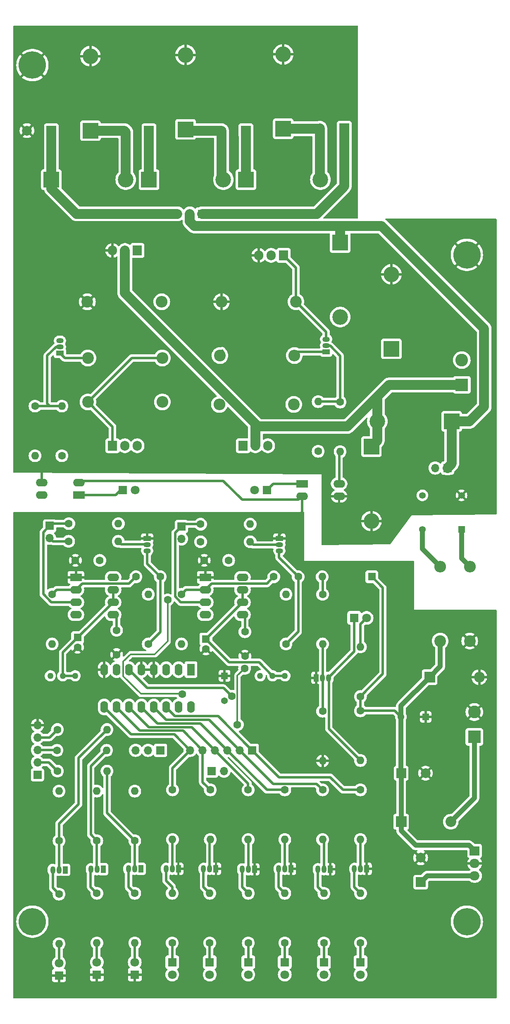
<source format=gbr>
%TF.GenerationSoftware,KiCad,Pcbnew,8.0.6-8.0.6-0~ubuntu22.04.1*%
%TF.CreationDate,2024-10-27T16:50:19+01:00*%
%TF.ProjectId,H_Bridge_BLDC,485f4272-6964-4676-955f-424c44432e6b,rev?*%
%TF.SameCoordinates,Original*%
%TF.FileFunction,Copper,L2,Bot*%
%TF.FilePolarity,Positive*%
%FSLAX46Y46*%
G04 Gerber Fmt 4.6, Leading zero omitted, Abs format (unit mm)*
G04 Created by KiCad (PCBNEW 8.0.6-8.0.6-0~ubuntu22.04.1) date 2024-10-27 16:50:19*
%MOMM*%
%LPD*%
G01*
G04 APERTURE LIST*
%TA.AperFunction,ComponentPad*%
%ADD10C,5.600000*%
%TD*%
%TA.AperFunction,ComponentPad*%
%ADD11C,1.600000*%
%TD*%
%TA.AperFunction,ComponentPad*%
%ADD12C,1.270000*%
%TD*%
%TA.AperFunction,ComponentPad*%
%ADD13O,1.600000X2.400000*%
%TD*%
%TA.AperFunction,ComponentPad*%
%ADD14R,1.600000X2.400000*%
%TD*%
%TA.AperFunction,ComponentPad*%
%ADD15O,1.700000X1.700000*%
%TD*%
%TA.AperFunction,ComponentPad*%
%ADD16R,1.700000X1.700000*%
%TD*%
%TA.AperFunction,ComponentPad*%
%ADD17O,1.600000X1.600000*%
%TD*%
%TA.AperFunction,ComponentPad*%
%ADD18O,1.050000X1.500000*%
%TD*%
%TA.AperFunction,ComponentPad*%
%ADD19R,1.050000X1.500000*%
%TD*%
%TA.AperFunction,ComponentPad*%
%ADD20R,1.905000X2.000000*%
%TD*%
%TA.AperFunction,ComponentPad*%
%ADD21O,1.905000X2.000000*%
%TD*%
%TA.AperFunction,ComponentPad*%
%ADD22R,1.800000X1.800000*%
%TD*%
%TA.AperFunction,ComponentPad*%
%ADD23C,1.800000*%
%TD*%
%TA.AperFunction,ComponentPad*%
%ADD24O,3.200000X3.200000*%
%TD*%
%TA.AperFunction,ComponentPad*%
%ADD25R,3.200000X3.200000*%
%TD*%
%TA.AperFunction,ComponentPad*%
%ADD26R,1.600000X1.600000*%
%TD*%
%TA.AperFunction,ComponentPad*%
%ADD27R,1.371600X1.371600*%
%TD*%
%TA.AperFunction,ComponentPad*%
%ADD28C,1.371600*%
%TD*%
%TA.AperFunction,ComponentPad*%
%ADD29O,2.400000X2.400000*%
%TD*%
%TA.AperFunction,ComponentPad*%
%ADD30C,2.400000*%
%TD*%
%TA.AperFunction,ComponentPad*%
%ADD31O,2.400000X1.600000*%
%TD*%
%TA.AperFunction,ComponentPad*%
%ADD32R,2.400000X1.600000*%
%TD*%
%TA.AperFunction,ComponentPad*%
%ADD33C,2.600000*%
%TD*%
%TA.AperFunction,ComponentPad*%
%ADD34R,2.600000X2.600000*%
%TD*%
%TA.AperFunction,ComponentPad*%
%ADD35O,1.500000X1.050000*%
%TD*%
%TA.AperFunction,ComponentPad*%
%ADD36R,1.500000X1.050000*%
%TD*%
%TA.AperFunction,ComponentPad*%
%ADD37C,2.000000*%
%TD*%
%TA.AperFunction,ComponentPad*%
%ADD38R,2.000000X2.000000*%
%TD*%
%TA.AperFunction,ComponentPad*%
%ADD39C,1.358000*%
%TD*%
%TA.AperFunction,ComponentPad*%
%ADD40R,1.358000X1.358000*%
%TD*%
%TA.AperFunction,ComponentPad*%
%ADD41O,2.200000X2.200000*%
%TD*%
%TA.AperFunction,ComponentPad*%
%ADD42R,2.200000X2.200000*%
%TD*%
%TA.AperFunction,ComponentPad*%
%ADD43O,2.000000X1.905000*%
%TD*%
%TA.AperFunction,ComponentPad*%
%ADD44R,2.000000X1.905000*%
%TD*%
%TA.AperFunction,ViaPad*%
%ADD45C,1.600000*%
%TD*%
%TA.AperFunction,Conductor*%
%ADD46C,0.500000*%
%TD*%
%TA.AperFunction,Conductor*%
%ADD47C,0.300000*%
%TD*%
%TA.AperFunction,Conductor*%
%ADD48C,2.000000*%
%TD*%
%TA.AperFunction,Conductor*%
%ADD49C,1.000000*%
%TD*%
G04 APERTURE END LIST*
D10*
%TO.P,H4,1,1*%
%TO.N,unconnected-(H4-Pad1)*%
X259300000Y-224300000D03*
%TD*%
%TO.P,H3,1,1*%
%TO.N,unconnected-(H3-Pad1)*%
X170300000Y-224300000D03*
%TD*%
%TO.P,H2,1,1*%
%TO.N,GND*%
X259300000Y-87900000D03*
%TD*%
%TO.P,H1,1,1*%
%TO.N,GND*%
X170300000Y-49100000D03*
%TD*%
D11*
%TO.P,C16,2*%
%TO.N,+5V*%
X184100000Y-150400000D03*
%TO.P,C16,1*%
%TO.N,GNDD*%
X179100000Y-150400000D03*
%TD*%
%TO.P,C12,2*%
%TO.N,+5V*%
X210500000Y-150400000D03*
%TO.P,C12,1*%
%TO.N,GNDD*%
X205500000Y-150400000D03*
%TD*%
D12*
%TO.P,R21,3*%
%TO.N,+5V*%
X173960000Y-174000000D03*
%TO.P,R21,2*%
%TO.N,Net-(U6-DIS)*%
X176500000Y-174000000D03*
%TO.P,R21,1*%
X179040000Y-174000000D03*
%TD*%
%TO.P,R27,3*%
%TO.N,+5V*%
X216960000Y-174000000D03*
%TO.P,R27,2*%
%TO.N,Net-(U7-DIS)*%
X219500000Y-174000000D03*
%TO.P,R27,1*%
X222040000Y-174000000D03*
%TD*%
D13*
%TO.P,U3,16,VCC*%
%TO.N,+5V*%
X202790000Y-180370000D03*
%TO.P,U3,15,Y0*%
%TO.N,unconnected-(U3-Y0-Pad15)*%
X200250000Y-180370000D03*
%TO.P,U3,14,Y1*%
%TO.N,HD1*%
X197710000Y-180370000D03*
%TO.P,U3,13,Y2*%
%TO.N,HD2*%
X195170000Y-180370000D03*
%TO.P,U3,12,Y3*%
%TO.N,HD3*%
X192630000Y-180370000D03*
%TO.P,U3,11,Y4*%
%TO.N,HD4*%
X190090000Y-180370000D03*
%TO.P,U3,10,Y5*%
%TO.N,HD5*%
X187550000Y-180370000D03*
%TO.P,U3,9,Y6*%
%TO.N,HD6*%
X185010000Y-180370000D03*
%TO.P,U3,8,GND*%
%TO.N,GNDD*%
X185010000Y-172750000D03*
%TO.P,U3,7,Y7*%
%TO.N,unconnected-(U3-Y7-Pad7)*%
X187550000Y-172750000D03*
%TO.P,U3,6,E3*%
%TO.N,HALL_ENABLE*%
X190090000Y-172750000D03*
%TO.P,U3,5,E2_N*%
%TO.N,GNDD*%
X192630000Y-172750000D03*
%TO.P,U3,4,E1_N*%
X195170000Y-172750000D03*
%TO.P,U3,3,A2*%
%TO.N,HALL_3*%
X197710000Y-172750000D03*
%TO.P,U3,2,A1*%
%TO.N,HALL_2*%
X200250000Y-172750000D03*
D14*
%TO.P,U3,1,A0*%
%TO.N,HALL_1*%
X202790000Y-172750000D03*
%TD*%
D15*
%TO.P,J6,3,Pin_3*%
%TO.N,HALL_3*%
X191455000Y-189250000D03*
%TO.P,J6,2,Pin_2*%
%TO.N,HALL_2*%
X193995000Y-189250000D03*
D16*
%TO.P,J6,1,Pin_1*%
%TO.N,HALL_1*%
X196535000Y-189250000D03*
%TD*%
D11*
%TO.P,R47,1*%
%TO.N,HALL_3*%
X175750000Y-218670000D03*
D17*
%TO.P,R47,2*%
%TO.N,Net-(D25-A)*%
X175750000Y-228830000D03*
%TD*%
%TO.P,R46,2*%
%TO.N,+5V*%
X175750000Y-197590000D03*
D11*
%TO.P,R46,1*%
%TO.N,Net-(Q18-B)*%
X175750000Y-207750000D03*
%TD*%
D17*
%TO.P,R45,2*%
%TO.N,Net-(Q18-B)*%
X185580000Y-185000000D03*
D11*
%TO.P,R45,1*%
%TO.N,H3*%
X175420000Y-185000000D03*
%TD*%
D17*
%TO.P,R44,2*%
%TO.N,Net-(D24-A)*%
X183505000Y-228660000D03*
D11*
%TO.P,R44,1*%
%TO.N,HALL_2*%
X183505000Y-218500000D03*
%TD*%
D17*
%TO.P,R43,2*%
%TO.N,+5V*%
X183500000Y-197590000D03*
D11*
%TO.P,R43,1*%
%TO.N,Net-(Q8-B)*%
X183500000Y-207750000D03*
%TD*%
D17*
%TO.P,R42,2*%
%TO.N,Net-(Q8-B)*%
X185500000Y-189250000D03*
D11*
%TO.P,R42,1*%
%TO.N,H2*%
X175340000Y-189250000D03*
%TD*%
%TO.P,R22,1*%
%TO.N,HALL_1*%
X191270000Y-218500000D03*
D17*
%TO.P,R22,2*%
%TO.N,Net-(D1-A)*%
X191270000Y-228660000D03*
%TD*%
%TO.P,R16,2*%
%TO.N,+5V*%
X191270000Y-197590000D03*
D11*
%TO.P,R16,1*%
%TO.N,Net-(Q7-B)*%
X191270000Y-207750000D03*
%TD*%
D17*
%TO.P,R15,2*%
%TO.N,Net-(Q7-B)*%
X185580000Y-193500000D03*
D11*
%TO.P,R15,1*%
%TO.N,H1*%
X175420000Y-193500000D03*
%TD*%
D18*
%TO.P,Q18,3,C*%
%TO.N,HALL_3*%
X174460000Y-213700000D03*
%TO.P,Q18,2,B*%
%TO.N,Net-(Q18-B)*%
X175730000Y-213700000D03*
D19*
%TO.P,Q18,1,E*%
%TO.N,+5V*%
X177000000Y-213700000D03*
%TD*%
%TO.P,Q8,1,E*%
%TO.N,+5V*%
X184800000Y-213580000D03*
D18*
%TO.P,Q8,2,B*%
%TO.N,Net-(Q8-B)*%
X183530000Y-213580000D03*
%TO.P,Q8,3,C*%
%TO.N,HALL_2*%
X182260000Y-213580000D03*
%TD*%
%TO.P,Q7,3,C*%
%TO.N,HALL_1*%
X189960000Y-213500000D03*
%TO.P,Q7,2,B*%
%TO.N,Net-(Q7-B)*%
X191230000Y-213500000D03*
D19*
%TO.P,Q7,1,E*%
%TO.N,+5V*%
X192500000Y-213500000D03*
%TD*%
D20*
%TO.P,Q5,1,B*%
%TO.N,Net-(Q5-B)*%
X213460000Y-126945000D03*
D21*
%TO.P,Q5,2,C*%
%TO.N,/C1*%
X216000000Y-126945000D03*
%TO.P,Q5,3,E*%
%TO.N,+12V*%
X218540000Y-126945000D03*
%TD*%
%TO.P,Q4,3,E*%
%TO.N,GND*%
X216671250Y-88000000D03*
%TO.P,Q4,2,C*%
%TO.N,/C2*%
X219211250Y-88000000D03*
D20*
%TO.P,Q4,1,B*%
%TO.N,Net-(Q4-B)*%
X221751250Y-88000000D03*
%TD*%
D21*
%TO.P,Q3,3,E*%
%TO.N,GND*%
X186710000Y-87000000D03*
%TO.P,Q3,2,C*%
%TO.N,/C1*%
X189250000Y-87000000D03*
D20*
%TO.P,Q3,1,B*%
%TO.N,Net-(Q1-C)*%
X191790000Y-87000000D03*
%TD*%
D21*
%TO.P,Q2,3,E*%
%TO.N,+12V*%
X191790000Y-126945000D03*
%TO.P,Q2,2,C*%
%TO.N,/C2*%
X189250000Y-126945000D03*
D20*
%TO.P,Q2,1,B*%
%TO.N,Net-(Q2-B)*%
X186710000Y-126945000D03*
%TD*%
D15*
%TO.P,J5,5,Pin_5*%
%TO.N,GNDD*%
X171330000Y-184090000D03*
%TO.P,J5,4,Pin_4*%
%TO.N,H3*%
X171330000Y-186630000D03*
%TO.P,J5,3,Pin_3*%
%TO.N,H2*%
X171330000Y-189170000D03*
%TO.P,J5,2,Pin_2*%
%TO.N,H1*%
X171330000Y-191710000D03*
D16*
%TO.P,J5,1,Pin_1*%
%TO.N,+5V*%
X171330000Y-194250000D03*
%TD*%
D22*
%TO.P,D25,1,K*%
%TO.N,GNDD*%
X175750000Y-235300000D03*
D23*
%TO.P,D25,2,A*%
%TO.N,Net-(D25-A)*%
X175750000Y-232760000D03*
%TD*%
%TO.P,D24,2,A*%
%TO.N,Net-(D24-A)*%
X183505000Y-232590000D03*
D22*
%TO.P,D24,1,K*%
%TO.N,GNDD*%
X183505000Y-235130000D03*
%TD*%
%TO.P,D1,1,K*%
%TO.N,GNDD*%
X191270000Y-235130000D03*
D23*
%TO.P,D1,2,A*%
%TO.N,Net-(D1-A)*%
X191270000Y-232590000D03*
%TD*%
D24*
%TO.P,D20,2,A*%
%TO.N,GND*%
X243838750Y-91880000D03*
D25*
%TO.P,D20,1,K*%
%TO.N,/C2*%
X243838750Y-107120000D03*
%TD*%
D11*
%TO.P,C11,2*%
%TO.N,GNDD*%
X179543750Y-168180000D03*
D26*
%TO.P,C11,1*%
%TO.N,Net-(U6-DIS)*%
X179543750Y-166180000D03*
%TD*%
D24*
%TO.P,D2,2,A*%
%TO.N,GND*%
X221681250Y-46880000D03*
D25*
%TO.P,D2,1,K*%
%TO.N,Net-(D2-K)*%
X221681250Y-62120000D03*
%TD*%
D24*
%TO.P,D3,2,A*%
%TO.N,GND*%
X201681250Y-47000000D03*
D25*
%TO.P,D3,1,K*%
%TO.N,Net-(D3-K)*%
X201681250Y-62240000D03*
%TD*%
D27*
%TO.P,C2,1*%
%TO.N,GNDD*%
X209655000Y-174000000D03*
D28*
%TO.P,C2,2*%
%TO.N,+5V*%
X209655000Y-179080000D03*
%TD*%
D17*
%TO.P,D19,2,A*%
%TO.N,Net-(D19-A)*%
X229670000Y-153750000D03*
D26*
%TO.P,D19,1,K*%
%TO.N,/PowerSupply/VD*%
X239830000Y-153750000D03*
%TD*%
D29*
%TO.P,R41,2*%
%TO.N,Net-(FL1-Pad1)*%
X259888750Y-151650000D03*
D30*
%TO.P,R41,1*%
%TO.N,GNDD*%
X259888750Y-166890000D03*
%TD*%
D17*
%TO.P,R18,2*%
%TO.N,+5V*%
X194043750Y-157340000D03*
D11*
%TO.P,R18,1*%
%TO.N,Net-(Q9-C)*%
X194043750Y-167500000D03*
%TD*%
D22*
%TO.P,D17,1,K*%
%TO.N,Net-(D17-K)*%
X198937500Y-232580000D03*
D23*
%TO.P,D17,2,A*%
%TO.N,+5V*%
X198937500Y-235120000D03*
%TD*%
D31*
%TO.P,U7,8,VCC*%
%TO.N,+5V*%
X213338750Y-153880000D03*
%TO.P,U7,7,DIS*%
%TO.N,Net-(U7-DIS)*%
X213338750Y-156420000D03*
%TO.P,U7,6,THR*%
X213338750Y-158960000D03*
%TO.P,U7,5,CV*%
%TO.N,Net-(U7-CV)*%
X213338750Y-161500000D03*
%TO.P,U7,4,R*%
%TO.N,+5V*%
X205718750Y-161500000D03*
%TO.P,U7,3,Q*%
%TO.N,Net-(JP5-A)*%
X205718750Y-158960000D03*
%TO.P,U7,2,TR*%
%TO.N,Net-(U7-TR)*%
X205718750Y-156420000D03*
D32*
%TO.P,U7,1,GND*%
%TO.N,GNDD*%
X205718750Y-153880000D03*
%TD*%
D29*
%TO.P,R8,2*%
%TO.N,Net-(Q6-E)*%
X223958750Y-108500000D03*
D30*
%TO.P,R8,1*%
%TO.N,Net-(Q5-B)*%
X208718750Y-108500000D03*
%TD*%
D33*
%TO.P,J1,2,Pin_2*%
%TO.N,/C2*%
X258263750Y-109420000D03*
D34*
%TO.P,J1,1,Pin_1*%
%TO.N,/C1*%
X258263750Y-114500000D03*
%TD*%
D17*
%TO.P,R10,2*%
%TO.N,Net-(R10-Pad2)*%
X233338750Y-128160000D03*
D11*
%TO.P,R10,1*%
%TO.N,Net-(Q6-B)*%
X233338750Y-118000000D03*
%TD*%
D35*
%TO.P,Q11,3,C*%
%TO.N,Net-(Q11-C)*%
X220900000Y-148440000D03*
%TO.P,Q11,2,B*%
%TO.N,Net-(Q11-B)*%
X220900000Y-147170000D03*
D36*
%TO.P,Q11,1,E*%
%TO.N,GNDD*%
X220900000Y-145900000D03*
%TD*%
D17*
%TO.P,R11,2*%
%TO.N,HALL_ENABLE*%
X237500000Y-191330000D03*
D11*
%TO.P,R11,1*%
%TO.N,/PowerSupply/VD*%
X237500000Y-181170000D03*
%TD*%
D29*
%TO.P,R7,2*%
%TO.N,Net-(Q5-B)*%
X208598750Y-118500000D03*
D30*
%TO.P,R7,1*%
%TO.N,+12V*%
X223838750Y-118500000D03*
%TD*%
D23*
%TO.P,D11,2,A*%
%TO.N,Net-(D11-A)*%
X215798750Y-136000000D03*
D22*
%TO.P,D11,1,K*%
%TO.N,OPTO_B*%
X218338750Y-136000000D03*
%TD*%
D33*
%TO.P,J4,2,Pin_2*%
%TO.N,GNDD*%
X260838750Y-181420000D03*
D34*
%TO.P,J4,1,Pin_1*%
%TO.N,/PowerSupply/12V_IN*%
X260838750Y-186500000D03*
%TD*%
D17*
%TO.P,R34,2*%
%TO.N,Net-(Q15-B)*%
X214500000Y-207500000D03*
D11*
%TO.P,R34,1*%
%TO.N,HD4*%
X214500000Y-197340000D03*
%TD*%
D29*
%TO.P,R40,2*%
%TO.N,Net-(FL1-Pad4)*%
X253838750Y-151650000D03*
D30*
%TO.P,R40,1*%
%TO.N,/PowerSupply/VD*%
X253838750Y-166890000D03*
%TD*%
D18*
%TO.P,Q16,3,C*%
%TO.N,Net-(Q16-C)*%
X205360000Y-213500000D03*
%TO.P,Q16,2,B*%
%TO.N,Net-(Q16-B)*%
X206630000Y-213500000D03*
D19*
%TO.P,Q16,1,E*%
%TO.N,GNDD*%
X207900000Y-213500000D03*
%TD*%
D37*
%TO.P,C1,2*%
%TO.N,GNDD*%
X249838750Y-211230177D03*
D38*
%TO.P,C1,1*%
%TO.N,+5V*%
X249838750Y-216230177D03*
%TD*%
D18*
%TO.P,Q14,3,C*%
%TO.N,Net-(Q14-C)*%
X220760000Y-213500000D03*
%TO.P,Q14,2,B*%
%TO.N,Net-(Q14-B)*%
X222030000Y-213500000D03*
D19*
%TO.P,Q14,1,E*%
%TO.N,GNDD*%
X223300000Y-213500000D03*
%TD*%
D39*
%TO.P,FL1,4*%
%TO.N,Net-(FL1-Pad4)*%
X250200000Y-144100000D03*
%TO.P,FL1,3*%
%TO.N,+12V*%
X250200000Y-137100000D03*
%TO.P,FL1,2*%
%TO.N,GND*%
X258200000Y-137100000D03*
D40*
%TO.P,FL1,1*%
%TO.N,Net-(FL1-Pad1)*%
X258200000Y-144100000D03*
%TD*%
D17*
%TO.P,R29,2*%
%TO.N,Net-(Q12-C)*%
X237520000Y-218500000D03*
D11*
%TO.P,R29,1*%
%TO.N,Net-(D12-K)*%
X237520000Y-228660000D03*
%TD*%
D15*
%TO.P,JP5,2,B*%
%TO.N,B*%
X200838750Y-146000000D03*
D16*
%TO.P,JP5,1,A*%
%TO.N,Net-(JP5-A)*%
X200838750Y-143460000D03*
%TD*%
D18*
%TO.P,Q13,3,C*%
%TO.N,Net-(Q13-C)*%
X228760000Y-213580000D03*
%TO.P,Q13,2,B*%
%TO.N,Net-(Q13-B)*%
X230030000Y-213580000D03*
D19*
%TO.P,Q13,1,E*%
%TO.N,GNDD*%
X231300000Y-213580000D03*
%TD*%
D11*
%TO.P,C14,2*%
%TO.N,Net-(Q11-C)*%
X224750000Y-153750000D03*
%TO.P,C14,1*%
%TO.N,Net-(U7-TR)*%
X219750000Y-153750000D03*
%TD*%
D17*
%TO.P,R30,2*%
%TO.N,Net-(Q13-B)*%
X229750000Y-207500000D03*
D11*
%TO.P,R30,1*%
%TO.N,HD2*%
X229750000Y-197340000D03*
%TD*%
D15*
%TO.P,JP1,3,B*%
%TO.N,/SINGLE_CAP*%
X200021250Y-79506162D03*
%TO.P,JP1,2,C*%
%TO.N,/BR+*%
X202561250Y-79506162D03*
D16*
%TO.P,JP1,1,A*%
%TO.N,/CAP_BANK*%
X205101250Y-79506162D03*
%TD*%
D11*
%TO.P,R33,1*%
%TO.N,Net-(D14-K)*%
X222000000Y-228660000D03*
D17*
%TO.P,R33,2*%
%TO.N,Net-(Q14-C)*%
X222000000Y-218500000D03*
%TD*%
%TO.P,R12,2*%
%TO.N,Net-(D10-A)*%
X237500000Y-168090000D03*
D11*
%TO.P,R12,1*%
%TO.N,/PowerSupply/VD*%
X237500000Y-178250000D03*
%TD*%
%TO.P,C15,2*%
%TO.N,GNDD*%
X205838750Y-168500000D03*
D26*
%TO.P,C15,1*%
%TO.N,Net-(U7-DIS)*%
X205838750Y-166500000D03*
%TD*%
D24*
%TO.P,D7,2,A*%
%TO.N,Net-(D4-K)*%
X189421250Y-72500000D03*
D25*
%TO.P,D7,1,K*%
%TO.N,/SINGLE_CAP*%
X174181250Y-72500000D03*
%TD*%
D24*
%TO.P,D22,2,A*%
%TO.N,GND*%
X239750000Y-142370000D03*
D25*
%TO.P,D22,1,K*%
%TO.N,/C1*%
X239750000Y-127130000D03*
%TD*%
D16*
%TO.P,J2,1,Pin_1*%
%TO.N,HD1*%
X215330000Y-189250000D03*
D15*
%TO.P,J2,2,Pin_2*%
%TO.N,HD2*%
X212790000Y-189250000D03*
%TO.P,J2,3,Pin_3*%
%TO.N,HD3*%
X210250000Y-189250000D03*
%TO.P,J2,4,Pin_4*%
%TO.N,HD4*%
X207710000Y-189250000D03*
%TO.P,J2,5,Pin_5*%
%TO.N,HD5*%
X205170000Y-189250000D03*
%TO.P,J2,6,Pin_6*%
%TO.N,HD6*%
X202630000Y-189250000D03*
%TD*%
D24*
%TO.P,D6,2,A*%
%TO.N,Net-(D3-K)*%
X209421250Y-72500000D03*
D25*
%TO.P,D6,1,K*%
%TO.N,Net-(D6-K)*%
X194181250Y-72500000D03*
%TD*%
D37*
%TO.P,C6,2*%
%TO.N,GND*%
X169181250Y-62500000D03*
D38*
%TO.P,C6,1*%
%TO.N,/SINGLE_CAP*%
X174181250Y-62500000D03*
%TD*%
D29*
%TO.P,R4,2*%
%TO.N,+12V*%
X196921250Y-118000000D03*
D30*
%TO.P,R4,1*%
%TO.N,Net-(Q2-B)*%
X181681250Y-118000000D03*
%TD*%
D17*
%TO.P,R2,2*%
%TO.N,Net-(R2-Pad2)*%
X170838750Y-129000000D03*
D11*
%TO.P,R2,1*%
%TO.N,Net-(Q1-B)*%
X170838750Y-118840000D03*
%TD*%
%TO.P,C9,2*%
%TO.N,Net-(U6-CV)*%
X187543750Y-164680000D03*
%TO.P,C9,1*%
%TO.N,GNDD*%
X187543750Y-169680000D03*
%TD*%
D35*
%TO.P,Q1,3,C*%
%TO.N,Net-(Q1-C)*%
X175941250Y-105460000D03*
%TO.P,Q1,2,B*%
%TO.N,Net-(Q1-B)*%
X175941250Y-106730000D03*
D36*
%TO.P,Q1,1,E*%
%TO.N,Net-(Q1-E)*%
X175941250Y-108000000D03*
%TD*%
D18*
%TO.P,Q15,3,C*%
%TO.N,Net-(Q15-C)*%
X213260000Y-213600000D03*
%TO.P,Q15,2,B*%
%TO.N,Net-(Q15-B)*%
X214530000Y-213600000D03*
D19*
%TO.P,Q15,1,E*%
%TO.N,GNDD*%
X215800000Y-213600000D03*
%TD*%
D24*
%TO.P,D23,2,A*%
%TO.N,/C1*%
X240958750Y-121955000D03*
D25*
%TO.P,D23,1,K*%
%TO.N,/BR+*%
X256198750Y-121955000D03*
%TD*%
D11*
%TO.P,R35,1*%
%TO.N,Net-(D15-K)*%
X214525000Y-228660000D03*
D17*
%TO.P,R35,2*%
%TO.N,Net-(Q15-C)*%
X214525000Y-218500000D03*
%TD*%
D37*
%TO.P,C7,2*%
%TO.N,GNDD*%
X250838750Y-193920000D03*
D38*
%TO.P,C7,1*%
%TO.N,/PowerSupply/VD*%
X245838750Y-193920000D03*
%TD*%
D35*
%TO.P,Q9,3,C*%
%TO.N,Net-(Q9-C)*%
X193800000Y-148440000D03*
%TO.P,Q9,2,B*%
%TO.N,Net-(Q9-B)*%
X193800000Y-147170000D03*
D36*
%TO.P,Q9,1,E*%
%TO.N,GNDD*%
X193800000Y-145900000D03*
%TD*%
D15*
%TO.P,JP4,2,B*%
%TO.N,A*%
X173838750Y-145880000D03*
D16*
%TO.P,JP4,1,A*%
%TO.N,Net-(JP4-A)*%
X173838750Y-143340000D03*
%TD*%
D22*
%TO.P,D15,1,K*%
%TO.N,Net-(D15-K)*%
X214525000Y-232580000D03*
D23*
%TO.P,D15,2,A*%
%TO.N,+5V*%
X214525000Y-235120000D03*
%TD*%
D41*
%TO.P,D18,2,A*%
%TO.N,GNDD*%
X261838750Y-174270000D03*
D42*
%TO.P,D18,1,K*%
%TO.N,/PowerSupply/VD*%
X251678750Y-174270000D03*
%TD*%
D31*
%TO.P,U1,4*%
%TO.N,Net-(R2-Pad2)*%
X172218750Y-137000000D03*
%TO.P,U1,3*%
%TO.N,GND*%
X172218750Y-134460000D03*
%TO.P,U1,2*%
%TO.N,GNDD*%
X179838750Y-134460000D03*
D32*
%TO.P,U1,1*%
%TO.N,OPTO_A*%
X179838750Y-137000000D03*
%TD*%
D22*
%TO.P,D14,1,K*%
%TO.N,Net-(D14-K)*%
X222000000Y-232580000D03*
D23*
%TO.P,D14,2,A*%
%TO.N,+5V*%
X222000000Y-235120000D03*
%TD*%
D17*
%TO.P,R19,2*%
%TO.N,+5V*%
X174338750Y-167500000D03*
D11*
%TO.P,R19,1*%
%TO.N,Net-(U6-TR)*%
X174338750Y-157340000D03*
%TD*%
D22*
%TO.P,D13,1,K*%
%TO.N,Net-(D13-K)*%
X230020000Y-232580000D03*
D23*
%TO.P,D13,2,A*%
%TO.N,+5V*%
X230020000Y-235120000D03*
%TD*%
D31*
%TO.P,U4,4*%
%TO.N,Net-(R10-Pad2)*%
X233133750Y-134725000D03*
%TO.P,U4,3*%
%TO.N,GND*%
X233133750Y-137265000D03*
%TO.P,U4,2*%
%TO.N,GNDD*%
X225513750Y-137265000D03*
D32*
%TO.P,U4,1*%
%TO.N,OPTO_B*%
X225513750Y-134725000D03*
%TD*%
D17*
%TO.P,R1,2*%
%TO.N,Net-(Q1-B)*%
X176338750Y-118840000D03*
D11*
%TO.P,R1,1*%
%TO.N,+12V*%
X176338750Y-129000000D03*
%TD*%
D29*
%TO.P,R5,2*%
%TO.N,Net-(Q1-C)*%
X196801250Y-97500000D03*
D30*
%TO.P,R5,1*%
%TO.N,GND*%
X181561250Y-97500000D03*
%TD*%
D11*
%TO.P,R37,1*%
%TO.N,Net-(D16-K)*%
X206625000Y-228660000D03*
D17*
%TO.P,R37,2*%
%TO.N,Net-(Q16-C)*%
X206625000Y-218500000D03*
%TD*%
D19*
%TO.P,Q17,1,E*%
%TO.N,GNDD*%
X200200000Y-213500000D03*
D18*
%TO.P,Q17,2,B*%
%TO.N,Net-(Q17-B)*%
X198930000Y-213500000D03*
%TO.P,Q17,3,C*%
%TO.N,Net-(Q17-C)*%
X197660000Y-213500000D03*
%TD*%
D17*
%TO.P,R13,2*%
%TO.N,GNDD*%
X229750000Y-191410000D03*
D11*
%TO.P,R13,1*%
%TO.N,Net-(Q10-B)*%
X229750000Y-181250000D03*
%TD*%
D22*
%TO.P,D12,1,K*%
%TO.N,Net-(D12-K)*%
X237520000Y-232580000D03*
D23*
%TO.P,D12,2,A*%
%TO.N,+5V*%
X237520000Y-235120000D03*
%TD*%
D27*
%TO.P,C8,1*%
%TO.N,GNDD*%
X250878750Y-182420000D03*
D28*
%TO.P,C8,2*%
%TO.N,/PowerSupply/VD*%
X245798750Y-182420000D03*
%TD*%
D29*
%TO.P,R3,2*%
%TO.N,Net-(Q2-B)*%
X196921250Y-109000000D03*
D30*
%TO.P,R3,1*%
%TO.N,Net-(Q1-E)*%
X181681250Y-109000000D03*
%TD*%
D18*
%TO.P,Q12,3,C*%
%TO.N,Net-(Q12-C)*%
X236260000Y-213500000D03*
%TO.P,Q12,2,B*%
%TO.N,Net-(Q12-B)*%
X237530000Y-213500000D03*
D19*
%TO.P,Q12,1,E*%
%TO.N,GNDD*%
X238800000Y-213500000D03*
%TD*%
D11*
%TO.P,C10,2*%
%TO.N,Net-(Q9-C)*%
X196500000Y-153750000D03*
%TO.P,C10,1*%
%TO.N,Net-(U6-TR)*%
X191500000Y-153750000D03*
%TD*%
D18*
%TO.P,Q10,3,C*%
%TO.N,HALL_ENABLE*%
X231000000Y-174420000D03*
%TO.P,Q10,2,B*%
%TO.N,Net-(Q10-B)*%
X229730000Y-174420000D03*
D19*
%TO.P,Q10,1,E*%
%TO.N,GNDD*%
X228460000Y-174420000D03*
%TD*%
D17*
%TO.P,R36,2*%
%TO.N,Net-(Q16-B)*%
X206750000Y-207500000D03*
D11*
%TO.P,R36,1*%
%TO.N,HD5*%
X206750000Y-197340000D03*
%TD*%
D17*
%TO.P,R39,2*%
%TO.N,Net-(Q17-C)*%
X198937500Y-218500000D03*
D11*
%TO.P,R39,1*%
%TO.N,Net-(D17-K)*%
X198937500Y-228660000D03*
%TD*%
D23*
%TO.P,D9,2,A*%
%TO.N,Net-(D9-A)*%
X191378750Y-136000000D03*
D22*
%TO.P,D9,1,K*%
%TO.N,OPTO_A*%
X188838750Y-136000000D03*
%TD*%
D17*
%TO.P,R24,2*%
%TO.N,+5V*%
X222250000Y-157340000D03*
D11*
%TO.P,R24,1*%
%TO.N,Net-(Q11-C)*%
X222250000Y-167500000D03*
%TD*%
D17*
%TO.P,R38,2*%
%TO.N,Net-(Q17-B)*%
X199000000Y-207500000D03*
D11*
%TO.P,R38,1*%
%TO.N,HD6*%
X199000000Y-197340000D03*
%TD*%
D37*
%TO.P,C4,2*%
%TO.N,Net-(D3-K)*%
X209048927Y-62500000D03*
D38*
%TO.P,C4,1*%
%TO.N,Net-(D5-K)*%
X214048927Y-62500000D03*
%TD*%
D17*
%TO.P,R17,2*%
%TO.N,Net-(Q9-B)*%
X187880000Y-146500000D03*
D11*
%TO.P,R17,1*%
%TO.N,A*%
X177720000Y-146500000D03*
%TD*%
D17*
%TO.P,R20,2*%
%TO.N,Net-(D9-A)*%
X187918750Y-142880000D03*
D11*
%TO.P,R20,1*%
%TO.N,Net-(JP4-A)*%
X177758750Y-142880000D03*
%TD*%
D17*
%TO.P,R28,2*%
%TO.N,Net-(Q12-B)*%
X237500000Y-207500000D03*
D11*
%TO.P,R28,1*%
%TO.N,HD1*%
X237500000Y-197340000D03*
%TD*%
D17*
%TO.P,R23,2*%
%TO.N,Net-(Q11-B)*%
X214918750Y-146600000D03*
D11*
%TO.P,R23,1*%
%TO.N,B*%
X204758750Y-146600000D03*
%TD*%
D36*
%TO.P,Q6,1,E*%
%TO.N,Net-(Q6-E)*%
X230478750Y-107700000D03*
D35*
%TO.P,Q6,2,B*%
%TO.N,Net-(Q6-B)*%
X230478750Y-106430000D03*
%TO.P,Q6,3,C*%
%TO.N,Net-(Q4-B)*%
X230478750Y-105160000D03*
%TD*%
D17*
%TO.P,R14,2*%
%TO.N,Net-(Q10-B)*%
X229750000Y-167500000D03*
D11*
%TO.P,R14,1*%
%TO.N,Net-(D19-A)*%
X229750000Y-157340000D03*
%TD*%
D22*
%TO.P,D16,1,K*%
%TO.N,Net-(D16-K)*%
X206625000Y-232580000D03*
D23*
%TO.P,D16,2,A*%
%TO.N,+5V*%
X206625000Y-235120000D03*
%TD*%
D24*
%TO.P,D5,2,A*%
%TO.N,Net-(D2-K)*%
X229301250Y-72500000D03*
D25*
%TO.P,D5,1,K*%
%TO.N,Net-(D5-K)*%
X214061250Y-72500000D03*
%TD*%
D41*
%TO.P,D8,2,A*%
%TO.N,/PowerSupply/12V_IN*%
X255998750Y-203862500D03*
D42*
%TO.P,D8,1,K*%
%TO.N,/PowerSupply/VD*%
X245838750Y-203862500D03*
%TD*%
D31*
%TO.P,U6,8,VCC*%
%TO.N,+5V*%
X186838750Y-153880000D03*
%TO.P,U6,7,DIS*%
%TO.N,Net-(U6-DIS)*%
X186838750Y-156420000D03*
%TO.P,U6,6,THR*%
X186838750Y-158960000D03*
%TO.P,U6,5,CV*%
%TO.N,Net-(U6-CV)*%
X186838750Y-161500000D03*
%TO.P,U6,4,R*%
%TO.N,+5V*%
X179218750Y-161500000D03*
%TO.P,U6,3,Q*%
%TO.N,Net-(JP4-A)*%
X179218750Y-158960000D03*
%TO.P,U6,2,TR*%
%TO.N,Net-(U6-TR)*%
X179218750Y-156420000D03*
D32*
%TO.P,U6,1,GND*%
%TO.N,GNDD*%
X179218750Y-153880000D03*
%TD*%
D24*
%TO.P,D4,2,A*%
%TO.N,GND*%
X182181250Y-47260000D03*
D25*
%TO.P,D4,1,K*%
%TO.N,Net-(D4-K)*%
X182181250Y-62500000D03*
%TD*%
D17*
%TO.P,R26,2*%
%TO.N,Net-(D11-A)*%
X214918750Y-143000000D03*
D11*
%TO.P,R26,1*%
%TO.N,Net-(JP5-A)*%
X204758750Y-143000000D03*
%TD*%
D24*
%TO.P,D21,2,A*%
%TO.N,/C2*%
X233338750Y-100620000D03*
D25*
%TO.P,D21,1,K*%
%TO.N,/BR+*%
X233338750Y-85380000D03*
%TD*%
D37*
%TO.P,C5,2*%
%TO.N,Net-(D4-K)*%
X189181250Y-62500000D03*
D38*
%TO.P,C5,1*%
%TO.N,Net-(D6-K)*%
X194181250Y-62500000D03*
%TD*%
D29*
%TO.P,R6,2*%
%TO.N,GND*%
X209061250Y-97500000D03*
D30*
%TO.P,R6,1*%
%TO.N,Net-(Q4-B)*%
X224301250Y-97500000D03*
%TD*%
D23*
%TO.P,D10,2,A*%
%TO.N,Net-(D10-A)*%
X238765000Y-162170000D03*
D22*
%TO.P,D10,1,K*%
%TO.N,HALL_ENABLE*%
X236225000Y-162170000D03*
%TD*%
D16*
%TO.P,J3,1,Pin_1*%
%TO.N,A*%
X207010000Y-193500000D03*
D15*
%TO.P,J3,2,Pin_2*%
%TO.N,B*%
X209550000Y-193500000D03*
%TD*%
D17*
%TO.P,R32,2*%
%TO.N,Net-(Q14-B)*%
X222000000Y-207500000D03*
D11*
%TO.P,R32,1*%
%TO.N,HD3*%
X222000000Y-197340000D03*
%TD*%
D15*
%TO.P,JP2,2,B*%
%TO.N,+12V*%
X252798750Y-131500000D03*
D16*
%TO.P,JP2,1,A*%
%TO.N,/BR+*%
X255338750Y-131500000D03*
%TD*%
D37*
%TO.P,C3,2*%
%TO.N,Net-(D2-K)*%
X229181250Y-62000000D03*
D38*
%TO.P,C3,1*%
%TO.N,/CAP_BANK*%
X234181250Y-62000000D03*
%TD*%
D17*
%TO.P,R25,2*%
%TO.N,+5V*%
X200838750Y-167500000D03*
D11*
%TO.P,R25,1*%
%TO.N,Net-(U7-TR)*%
X200838750Y-157340000D03*
%TD*%
%TO.P,C13,2*%
%TO.N,Net-(U7-CV)*%
X213838750Y-165000000D03*
%TO.P,C13,1*%
%TO.N,GNDD*%
X213838750Y-170000000D03*
%TD*%
%TO.P,R31,1*%
%TO.N,Net-(D13-K)*%
X230020000Y-228660000D03*
D17*
%TO.P,R31,2*%
%TO.N,Net-(Q13-C)*%
X230020000Y-218500000D03*
%TD*%
%TO.P,R9,2*%
%TO.N,Net-(Q6-B)*%
X228838750Y-117920000D03*
D11*
%TO.P,R9,1*%
%TO.N,+12V*%
X228838750Y-128080000D03*
%TD*%
D43*
%TO.P,U2,3,OUT*%
%TO.N,+5V*%
X260893750Y-214902500D03*
%TO.P,U2,2,GND*%
%TO.N,GNDD*%
X260893750Y-212362500D03*
D44*
%TO.P,U2,1,IN*%
%TO.N,/PowerSupply/VD*%
X260893750Y-209822500D03*
%TD*%
D45*
%TO.N,GNDD*%
X215100000Y-181100000D03*
X226000000Y-191300000D03*
%TO.N,HALL_ENABLE*%
X211150000Y-178200000D03*
%TO.N,GNDD*%
X241200000Y-183600000D03*
X241200000Y-179000000D03*
X218400000Y-151100000D03*
X217700000Y-169100000D03*
X202250000Y-154000000D03*
X176000000Y-153750000D03*
X245000000Y-153750000D03*
X261750000Y-170250000D03*
X260750000Y-177250000D03*
X250750000Y-199750000D03*
X255500000Y-182000000D03*
X250750000Y-187000000D03*
X171250000Y-180750000D03*
X210250000Y-197500000D03*
%TO.N,B*%
X212300000Y-184000000D03*
X213775000Y-172500000D03*
%TO.N,GNDD*%
X245750000Y-220250000D03*
X257750000Y-212250000D03*
X243500000Y-237750000D03*
X168500000Y-238000000D03*
X168500000Y-143000000D03*
%TO.N,A*%
X201000000Y-177800000D03*
X198000000Y-158482233D03*
%TO.N,GND*%
X221250000Y-67250000D03*
X201500000Y-66750000D03*
X181750000Y-67000000D03*
X170500000Y-69000000D03*
X181750000Y-113500000D03*
X187500000Y-108500000D03*
X187500000Y-102250000D03*
X176250000Y-102250000D03*
X176500000Y-113500000D03*
X170500000Y-113250000D03*
X181000000Y-131250000D03*
X181000000Y-126500000D03*
X254500000Y-106500000D03*
X251000000Y-118000000D03*
X251000000Y-111750000D03*
X248750000Y-106500000D03*
X243500000Y-111500000D03*
X240500000Y-113250000D03*
X244500000Y-118000000D03*
X236000000Y-113500000D03*
X231000000Y-113500000D03*
X206000000Y-109000000D03*
X212750000Y-104250000D03*
X212750000Y-114000000D03*
X194250000Y-104500000D03*
X194000000Y-113500000D03*
X202500000Y-113750000D03*
X202250000Y-104500000D03*
X259500000Y-104000000D03*
X263750000Y-99250000D03*
X263750000Y-123000000D03*
X259250000Y-118500000D03*
X259250000Y-128000000D03*
X253250000Y-128000000D03*
X196500000Y-127000000D03*
X191500000Y-131250000D03*
X251750000Y-88000000D03*
X247750000Y-84000000D03*
X243750000Y-95250000D03*
X247500000Y-92000000D03*
X243750000Y-88250000D03*
X239250000Y-92000000D03*
X239000000Y-85500000D03*
X233500000Y-78500000D03*
X208000000Y-84750000D03*
X208000000Y-76500000D03*
X216250000Y-76750000D03*
X199750000Y-76500000D03*
X199500000Y-82250000D03*
X184000000Y-87000000D03*
X186750000Y-90000000D03*
X186750000Y-84250000D03*
X213500000Y-88000000D03*
X216500000Y-91000000D03*
X216500000Y-84500000D03*
X226500000Y-84750000D03*
X226500000Y-76750000D03*
X181500000Y-82500000D03*
X181500000Y-76750000D03*
X217500000Y-47000000D03*
X221750000Y-51000000D03*
X201750000Y-51000000D03*
X182250000Y-51250000D03*
X197500000Y-47000000D03*
X182000000Y-43000000D03*
X201750000Y-43000000D03*
X221750000Y-43000000D03*
X225750000Y-47000000D03*
X178000000Y-47250000D03*
X186250000Y-47250000D03*
X206000000Y-47000000D03*
X235100000Y-43000000D03*
X167750000Y-42750000D03*
X167750000Y-130750000D03*
X263750000Y-130500000D03*
X239750000Y-138500000D03*
X243750000Y-142250000D03*
X239750000Y-145500000D03*
X235500000Y-142250000D03*
%TD*%
D46*
%TO.N,HALL_ENABLE*%
X211150000Y-178200000D02*
X209450000Y-176500000D01*
X209450000Y-176500000D02*
X193840000Y-176500000D01*
X193840000Y-176500000D02*
X190090000Y-172750000D01*
%TO.N,Net-(Q9-B)*%
X187880000Y-146500000D02*
X188490000Y-147110000D01*
X188490000Y-147110000D02*
X193838750Y-147110000D01*
%TO.N,A*%
X177720000Y-146500000D02*
X174458750Y-146500000D01*
X174458750Y-146500000D02*
X173838750Y-145880000D01*
%TO.N,Net-(Q11-B)*%
X220838750Y-147230000D02*
X215548750Y-147230000D01*
X215548750Y-147230000D02*
X214918750Y-146600000D01*
%TO.N,/PowerSupply/VD*%
X239830000Y-153750000D02*
X242100000Y-156020000D01*
X242100000Y-156020000D02*
X242100000Y-173650000D01*
X242100000Y-173650000D02*
X237500000Y-178250000D01*
D47*
%TO.N,A*%
X201000000Y-177800000D02*
X200900000Y-177700000D01*
X200900000Y-177700000D02*
X192500000Y-177700000D01*
X192500000Y-177700000D02*
X188900000Y-174100000D01*
X188900000Y-174100000D02*
X188900000Y-171100000D01*
X188900000Y-171100000D02*
X190400000Y-169600000D01*
X190400000Y-169600000D02*
X195350000Y-169600000D01*
X195350000Y-169600000D02*
X198000000Y-166950000D01*
X198000000Y-166950000D02*
X198000000Y-158482233D01*
D48*
%TO.N,/C1*%
X216492863Y-123000000D02*
X234838750Y-123000000D01*
X234838750Y-123000000D02*
X240958750Y-116880000D01*
D49*
%TO.N,Net-(FL1-Pad1)*%
X258200000Y-144100000D02*
X258200000Y-149961250D01*
X258200000Y-149961250D02*
X259888750Y-151650000D01*
%TO.N,Net-(FL1-Pad4)*%
X250200000Y-144100000D02*
X250200000Y-148011250D01*
X250200000Y-148011250D02*
X253838750Y-151650000D01*
D47*
%TO.N,B*%
X212300000Y-184000000D02*
X212300000Y-173975000D01*
X212300000Y-173975000D02*
X213775000Y-172500000D01*
D46*
%TO.N,HD6*%
X202630000Y-189250000D02*
X199380000Y-186000000D01*
X199380000Y-186000000D02*
X190530000Y-186000000D01*
X190530000Y-186000000D02*
X184880000Y-180350000D01*
%TO.N,HD3*%
X210250000Y-189250000D02*
X204750000Y-183750000D01*
X204750000Y-183750000D02*
X195900000Y-183750000D01*
X195900000Y-183750000D02*
X192500000Y-180350000D01*
%TO.N,HD1*%
X215330000Y-189250000D02*
X208330000Y-182250000D01*
X208330000Y-182250000D02*
X199480000Y-182250000D01*
X199480000Y-182250000D02*
X197580000Y-180350000D01*
%TO.N,HD2*%
X212790000Y-189250000D02*
X206540000Y-183000000D01*
X206540000Y-183000000D02*
X197690000Y-183000000D01*
X197690000Y-183000000D02*
X195040000Y-180350000D01*
%TO.N,HD4*%
X207710000Y-189250000D02*
X202960000Y-184500000D01*
X202960000Y-184500000D02*
X194110000Y-184500000D01*
X194110000Y-184500000D02*
X189960000Y-180350000D01*
%TO.N,HD5*%
X205170000Y-189250000D02*
X201170000Y-185250000D01*
X192320000Y-185250000D02*
X187420000Y-180350000D01*
X201170000Y-185250000D02*
X192320000Y-185250000D01*
%TO.N,GNDD*%
X179838750Y-134460000D02*
X180148750Y-134150000D01*
X180148750Y-134150000D02*
X209400000Y-134150000D01*
X209400000Y-134150000D02*
X213250000Y-138000000D01*
X224778750Y-138000000D02*
X225513750Y-137265000D01*
X213250000Y-138000000D02*
X224778750Y-138000000D01*
X225513750Y-137265000D02*
X225513750Y-140486250D01*
X225513750Y-140486250D02*
X220838750Y-145161250D01*
X220838750Y-145161250D02*
X220838750Y-145960000D01*
%TO.N,Net-(Q18-B)*%
X175750000Y-207750000D02*
X175750000Y-204250000D01*
X175750000Y-204250000D02*
X179750000Y-200250000D01*
X179750000Y-200250000D02*
X179750000Y-190830000D01*
X179750000Y-190830000D02*
X185580000Y-185000000D01*
%TO.N,Net-(Q8-B)*%
X183500000Y-207750000D02*
X182250000Y-206500000D01*
X182250000Y-206500000D02*
X182250000Y-192500000D01*
X182250000Y-192500000D02*
X185500000Y-189250000D01*
%TO.N,Net-(Q7-B)*%
X191270000Y-207750000D02*
X185580000Y-202060000D01*
X185580000Y-202060000D02*
X185580000Y-193500000D01*
%TO.N,Net-(U6-DIS)*%
X179543750Y-166180000D02*
X176500000Y-169223750D01*
X176500000Y-169223750D02*
X176500000Y-174000000D01*
%TO.N,H3*%
X171330000Y-186630000D02*
X173790000Y-186630000D01*
X173790000Y-186630000D02*
X175420000Y-185000000D01*
%TO.N,H2*%
X171330000Y-189170000D02*
X175260000Y-189170000D01*
X175260000Y-189170000D02*
X175340000Y-189250000D01*
%TO.N,H1*%
X171330000Y-191710000D02*
X173630000Y-191710000D01*
X173630000Y-191710000D02*
X175420000Y-193500000D01*
%TO.N,Net-(Q9-C)*%
X194043750Y-167500000D02*
X196500000Y-165043750D01*
X196500000Y-165043750D02*
X196500000Y-153750000D01*
%TO.N,Net-(JP4-A)*%
X179218750Y-158960000D02*
X174190983Y-158960000D01*
X174190983Y-158960000D02*
X172538750Y-157307767D01*
X172538750Y-157307767D02*
X172538750Y-144640000D01*
X172538750Y-144640000D02*
X173838750Y-143340000D01*
%TO.N,Net-(JP5-A)*%
X205718750Y-158960000D02*
X200690983Y-158960000D01*
X200690983Y-158960000D02*
X199538750Y-157807767D01*
X199538750Y-157807767D02*
X199538750Y-144760000D01*
X199538750Y-144760000D02*
X200838750Y-143460000D01*
%TO.N,Net-(U7-DIS)*%
X213338750Y-156420000D02*
X213338750Y-158960000D01*
%TO.N,Net-(U6-DIS)*%
X186838750Y-156420000D02*
X186838750Y-158960000D01*
X179543750Y-166180000D02*
X179618750Y-166180000D01*
X179618750Y-166180000D02*
X186838750Y-158960000D01*
%TO.N,Net-(U7-DIS)*%
X205838750Y-166500000D02*
X205838750Y-166460000D01*
X205838750Y-166460000D02*
X213338750Y-158960000D01*
%TO.N,Net-(U6-DIS)*%
X179040000Y-174000000D02*
X176500000Y-174000000D01*
%TO.N,Net-(U6-CV)*%
X187543750Y-164680000D02*
X187543750Y-162205000D01*
X187543750Y-162205000D02*
X186838750Y-161500000D01*
%TO.N,Net-(U7-CV)*%
X213838750Y-165000000D02*
X213838750Y-162000000D01*
X213838750Y-162000000D02*
X213338750Y-161500000D01*
%TO.N,Net-(U7-DIS)*%
X219500000Y-174000000D02*
X216750000Y-171250000D01*
X216750000Y-171250000D02*
X210588750Y-171250000D01*
X210588750Y-171250000D02*
X205838750Y-166500000D01*
X219500000Y-174000000D02*
X222040000Y-174000000D01*
%TO.N,Net-(U7-TR)*%
X205718750Y-156420000D02*
X201758750Y-156420000D01*
X201758750Y-156420000D02*
X200838750Y-157340000D01*
%TO.N,Net-(U6-TR)*%
X179218750Y-156420000D02*
X175258750Y-156420000D01*
X175258750Y-156420000D02*
X174338750Y-157340000D01*
X191500000Y-153750000D02*
X190080000Y-155170000D01*
X180468750Y-155170000D02*
X179218750Y-156420000D01*
X190080000Y-155170000D02*
X180468750Y-155170000D01*
%TO.N,Net-(JP4-A)*%
X177758750Y-142880000D02*
X174298750Y-142880000D01*
X174298750Y-142880000D02*
X173838750Y-143340000D01*
%TO.N,Net-(JP5-A)*%
X204758750Y-143000000D02*
X201298750Y-143000000D01*
X201298750Y-143000000D02*
X200838750Y-143460000D01*
%TO.N,Net-(Q11-C)*%
X220838750Y-148500000D02*
X220838750Y-149838750D01*
X220838750Y-149838750D02*
X224750000Y-153750000D01*
X224750000Y-153750000D02*
X224750000Y-165000000D01*
X224750000Y-165000000D02*
X222250000Y-167500000D01*
%TO.N,Net-(U7-TR)*%
X219750000Y-153750000D02*
X218370000Y-155130000D01*
X218370000Y-155130000D02*
X207008750Y-155130000D01*
X207008750Y-155130000D02*
X205718750Y-156420000D01*
%TO.N,Net-(D19-A)*%
X229750000Y-157340000D02*
X229750000Y-153830000D01*
X229750000Y-153830000D02*
X229670000Y-153750000D01*
%TO.N,Net-(Q10-B)*%
X229750000Y-174420000D02*
X229750000Y-167500000D01*
%TO.N,/PowerSupply/VD*%
X237500000Y-181170000D02*
X244548750Y-181170000D01*
X244548750Y-181170000D02*
X245798750Y-182420000D01*
X237500000Y-178250000D02*
X237500000Y-181170000D01*
%TO.N,Net-(D10-A)*%
X237500000Y-168090000D02*
X237500000Y-163435000D01*
X237500000Y-163435000D02*
X238765000Y-162170000D01*
%TO.N,HALL_ENABLE*%
X231020000Y-174420000D02*
X231020000Y-174270000D01*
X231020000Y-174270000D02*
X236225000Y-169065000D01*
X236225000Y-169065000D02*
X236225000Y-162170000D01*
X237500000Y-191330000D02*
X231020000Y-184850000D01*
X231020000Y-184850000D02*
X231020000Y-174420000D01*
%TO.N,Net-(Q10-B)*%
X229750000Y-181250000D02*
X229750000Y-174420000D01*
%TO.N,HD1*%
X237500000Y-197340000D02*
X233912233Y-197340000D01*
X233912233Y-197340000D02*
X231322233Y-194750000D01*
X231322233Y-194750000D02*
X220830000Y-194750000D01*
X220830000Y-194750000D02*
X215330000Y-189250000D01*
%TO.N,HD2*%
X229750000Y-197340000D02*
X228500000Y-196090000D01*
X228500000Y-196090000D02*
X219630000Y-196090000D01*
X219630000Y-196090000D02*
X212790000Y-189250000D01*
%TO.N,HD3*%
X222000000Y-197340000D02*
X218340000Y-197340000D01*
X218340000Y-197340000D02*
X210250000Y-189250000D01*
%TO.N,HD4*%
X214500000Y-197340000D02*
X214500000Y-196040000D01*
X214500000Y-196040000D02*
X207710000Y-189250000D01*
%TO.N,HD5*%
X206750000Y-197340000D02*
X205170000Y-195760000D01*
X205170000Y-195760000D02*
X205170000Y-189250000D01*
%TO.N,HD6*%
X199000000Y-197340000D02*
X199000000Y-192880000D01*
X199000000Y-192880000D02*
X202630000Y-189250000D01*
%TO.N,Net-(Q18-B)*%
X175750000Y-213750000D02*
X175750000Y-207750000D01*
%TO.N,Net-(Q8-B)*%
X183505000Y-213580000D02*
X183505000Y-207755000D01*
X183505000Y-207755000D02*
X183500000Y-207750000D01*
%TO.N,Net-(Q7-B)*%
X191270000Y-213580000D02*
X191270000Y-207750000D01*
%TO.N,Net-(Q17-B)*%
X198937500Y-213500000D02*
X198937500Y-207562500D01*
X198937500Y-207562500D02*
X199000000Y-207500000D01*
%TO.N,Net-(Q16-B)*%
X206625000Y-213580000D02*
X206625000Y-207625000D01*
X206625000Y-207625000D02*
X206750000Y-207500000D01*
%TO.N,Net-(Q15-B)*%
X214525000Y-213580000D02*
X214525000Y-207525000D01*
X214525000Y-207525000D02*
X214500000Y-207500000D01*
%TO.N,Net-(Q14-B)*%
X222000000Y-213580000D02*
X222000000Y-207500000D01*
%TO.N,Net-(Q13-B)*%
X230020000Y-213580000D02*
X230020000Y-207770000D01*
X230020000Y-207770000D02*
X229750000Y-207500000D01*
%TO.N,Net-(Q12-B)*%
X237520000Y-213580000D02*
X237520000Y-207520000D01*
X237520000Y-207520000D02*
X237500000Y-207500000D01*
%TO.N,HALL_3*%
X175750000Y-218670000D02*
X174480000Y-217400000D01*
X174480000Y-217400000D02*
X174480000Y-213750000D01*
%TO.N,HALL_2*%
X183505000Y-218500000D02*
X182235000Y-217230000D01*
X182235000Y-217230000D02*
X182235000Y-213580000D01*
%TO.N,HALL_1*%
X191270000Y-218500000D02*
X190000000Y-217230000D01*
X190000000Y-217230000D02*
X190000000Y-213580000D01*
%TO.N,Net-(Q17-C)*%
X198937500Y-218500000D02*
X198937500Y-217187500D01*
X198937500Y-217187500D02*
X197667500Y-215917500D01*
X197667500Y-215917500D02*
X197667500Y-213500000D01*
%TO.N,Net-(Q16-C)*%
X206625000Y-218500000D02*
X205355000Y-217230000D01*
X205355000Y-217230000D02*
X205355000Y-213580000D01*
%TO.N,Net-(Q15-C)*%
X214525000Y-218500000D02*
X213255000Y-217230000D01*
X213255000Y-217230000D02*
X213255000Y-213580000D01*
%TO.N,Net-(Q14-C)*%
X222000000Y-218500000D02*
X220730000Y-217230000D01*
X220730000Y-217230000D02*
X220730000Y-213580000D01*
%TO.N,Net-(Q13-C)*%
X230020000Y-218500000D02*
X228750000Y-217230000D01*
X228750000Y-217230000D02*
X228750000Y-213580000D01*
%TO.N,Net-(Q12-C)*%
X237520000Y-218500000D02*
X236250000Y-217230000D01*
X236250000Y-217230000D02*
X236250000Y-213580000D01*
%TO.N,Net-(D25-A)*%
X175750000Y-232760000D02*
X175750000Y-228830000D01*
%TO.N,Net-(D24-A)*%
X183505000Y-232590000D02*
X183505000Y-228660000D01*
%TO.N,Net-(D1-A)*%
X191270000Y-232590000D02*
X191270000Y-228660000D01*
%TO.N,Net-(D17-K)*%
X198937500Y-232580000D02*
X198937500Y-228660000D01*
%TO.N,Net-(D16-K)*%
X206625000Y-232580000D02*
X206625000Y-228660000D01*
%TO.N,Net-(D15-K)*%
X214525000Y-232580000D02*
X214525000Y-228660000D01*
%TO.N,Net-(D14-K)*%
X222000000Y-232580000D02*
X222000000Y-228660000D01*
%TO.N,Net-(D13-K)*%
X230020000Y-232580000D02*
X230020000Y-228660000D01*
%TO.N,Net-(D12-K)*%
X237520000Y-232580000D02*
X237520000Y-228660000D01*
D48*
%TO.N,/C1*%
X240958750Y-121955000D02*
X240958750Y-125921250D01*
X240958750Y-125921250D02*
X239750000Y-127130000D01*
D46*
%TO.N,Net-(Q4-B)*%
X224301250Y-97500000D02*
X224301250Y-90550000D01*
X224301250Y-90550000D02*
X221751250Y-88000000D01*
D48*
%TO.N,/C1*%
X216492863Y-123000000D02*
X216000000Y-122507137D01*
X189250000Y-87000000D02*
X189250000Y-95757137D01*
X189250000Y-95757137D02*
X216000000Y-122507137D01*
X216000000Y-122507137D02*
X216000000Y-126945000D01*
D46*
%TO.N,Net-(Q2-B)*%
X186710000Y-126945000D02*
X186710000Y-123028750D01*
X186710000Y-123028750D02*
X181681250Y-118000000D01*
%TO.N,GND*%
X172218750Y-132120000D02*
X172338750Y-132000000D01*
X172218750Y-134460000D02*
X172218750Y-132120000D01*
D48*
%TO.N,Net-(D4-K)*%
X189181250Y-62500000D02*
X182181250Y-62500000D01*
X189421250Y-62740000D02*
X189181250Y-62500000D01*
X189421250Y-72500000D02*
X189421250Y-62740000D01*
%TO.N,Net-(D6-K)*%
X194181250Y-62500000D02*
X194181250Y-72500000D01*
D46*
%TO.N,Net-(Q1-B)*%
X173838750Y-118840000D02*
X176338750Y-118840000D01*
X170838750Y-118840000D02*
X173838750Y-118840000D01*
X175141250Y-106730000D02*
X173338750Y-108532500D01*
X173338750Y-118340000D02*
X173838750Y-118840000D01*
X175941250Y-106730000D02*
X175141250Y-106730000D01*
X173338750Y-108532500D02*
X173338750Y-118340000D01*
%TO.N,Net-(Q2-B)*%
X181681250Y-118000000D02*
X190681250Y-109000000D01*
X190681250Y-109000000D02*
X196921250Y-109000000D01*
D48*
%TO.N,Net-(D5-K)*%
X214061250Y-72500000D02*
X214061250Y-62512323D01*
X214061250Y-62512323D02*
X214048927Y-62500000D01*
D46*
%TO.N,Net-(Q4-B)*%
X230478750Y-105230000D02*
X230478750Y-103677500D01*
%TO.N,Net-(Q5-B)*%
X209061250Y-107620000D02*
X209181250Y-107500000D01*
%TO.N,Net-(Q6-B)*%
X228838750Y-117920000D02*
X233258750Y-117920000D01*
X231278750Y-106500000D02*
X233338750Y-108560000D01*
X230478750Y-106500000D02*
X231278750Y-106500000D01*
X233258750Y-117920000D02*
X233338750Y-118000000D01*
X233338750Y-108560000D02*
X233338750Y-118000000D01*
%TO.N,Net-(Q6-E)*%
X230478750Y-107770000D02*
X224688750Y-107770000D01*
X224688750Y-107770000D02*
X223958750Y-108500000D01*
D48*
%TO.N,Net-(D3-K)*%
X209048927Y-72127677D02*
X209421250Y-72500000D01*
X201941250Y-62500000D02*
X201681250Y-62240000D01*
X209048927Y-62500000D02*
X209048927Y-72127677D01*
X209048927Y-62500000D02*
X201941250Y-62500000D01*
%TO.N,/SINGLE_CAP*%
X174181250Y-74342500D02*
X174181250Y-72500000D01*
X174181250Y-72500000D02*
X174181250Y-62500000D01*
X179344912Y-79506162D02*
X174181250Y-74342500D01*
X200021250Y-79506162D02*
X179344912Y-79506162D01*
%TO.N,/CAP_BANK*%
X234181250Y-73886162D02*
X234181250Y-62000000D01*
X205101250Y-79506162D02*
X228561250Y-79506162D01*
X228561250Y-79506162D02*
X234181250Y-73886162D01*
D49*
%TO.N,+5V*%
X251166427Y-214902500D02*
X249838750Y-216230177D01*
X260893750Y-214902500D02*
X251166427Y-214902500D01*
D46*
%TO.N,Net-(R10-Pad2)*%
X233133750Y-128365000D02*
X233338750Y-128160000D01*
X233133750Y-134725000D02*
X233133750Y-128365000D01*
D48*
%TO.N,/C1*%
X240958750Y-116880000D02*
X240958750Y-121955000D01*
X243338750Y-114500000D02*
X240958750Y-116880000D01*
X258263750Y-114500000D02*
X243338750Y-114500000D01*
%TO.N,/BR+*%
X262838750Y-119000000D02*
X262838750Y-103000000D01*
X233338750Y-82000000D02*
X203495088Y-82000000D01*
X256198750Y-130640000D02*
X255338750Y-131500000D01*
X202561250Y-81066162D02*
X202561250Y-79506162D01*
X256198750Y-121955000D02*
X259883750Y-121955000D01*
X259883750Y-121955000D02*
X262838750Y-119000000D01*
X256198750Y-121955000D02*
X256198750Y-130640000D01*
X203495088Y-82000000D02*
X202561250Y-81066162D01*
X262838750Y-103000000D02*
X241838750Y-82000000D01*
X233338750Y-85380000D02*
X233338750Y-82000000D01*
X241838750Y-82000000D02*
X233338750Y-82000000D01*
%TO.N,Net-(D2-K)*%
X229181250Y-62000000D02*
X229181250Y-72380000D01*
X229061250Y-62120000D02*
X229181250Y-62000000D01*
X229181250Y-72380000D02*
X229301250Y-72500000D01*
X221681250Y-62120000D02*
X229061250Y-62120000D01*
D46*
%TO.N,Net-(Q1-E)*%
X181681250Y-109000000D02*
X176941250Y-109000000D01*
X176941250Y-109000000D02*
X175941250Y-108000000D01*
D49*
%TO.N,/PowerSupply/VD*%
X260893750Y-209822500D02*
X259741250Y-208670000D01*
X253838750Y-166890000D02*
X253838750Y-172110000D01*
X245798750Y-182420000D02*
X245798750Y-193880000D01*
X245798750Y-182420000D02*
X245798750Y-180150000D01*
X248838750Y-208670000D02*
X245838750Y-205670000D01*
X245838750Y-193920000D02*
X245838750Y-203862500D01*
X245798750Y-193880000D02*
X245838750Y-193920000D01*
X245838750Y-205670000D02*
X245838750Y-203862500D01*
X245798750Y-180150000D02*
X251678750Y-174270000D01*
X253838750Y-172110000D02*
X251678750Y-174270000D01*
X259741250Y-208670000D02*
X248838750Y-208670000D01*
%TO.N,/PowerSupply/12V_IN*%
X260838750Y-199022500D02*
X255998750Y-203862500D01*
X260838750Y-186500000D02*
X260838750Y-199022500D01*
D46*
%TO.N,OPTO_B*%
X225513750Y-134725000D02*
X219613750Y-134725000D01*
X219613750Y-134725000D02*
X218338750Y-136000000D01*
%TO.N,OPTO_A*%
X179838750Y-137000000D02*
X187338750Y-137000000D01*
X187338750Y-137000000D02*
X188838750Y-135500000D01*
%TO.N,Net-(Q4-B)*%
X230478750Y-103677500D02*
X224301250Y-97500000D01*
%TO.N,Net-(Q9-C)*%
X193838750Y-151088750D02*
X196500000Y-153750000D01*
X193838750Y-148380000D02*
X193838750Y-151088750D01*
%TD*%
%TA.AperFunction,Conductor*%
%TO.N,GND*%
G36*
X232383250Y-131539605D02*
G01*
X232383250Y-133381367D01*
X232363565Y-133448406D01*
X232310761Y-133494161D01*
X232297575Y-133499295D01*
X232272909Y-133507310D01*
X232234526Y-133519781D01*
X232052136Y-133612715D01*
X231886536Y-133733028D01*
X231741778Y-133877786D01*
X231621465Y-134043386D01*
X231528531Y-134225776D01*
X231465272Y-134420465D01*
X231433250Y-134622648D01*
X231433250Y-134827351D01*
X231465272Y-135029534D01*
X231528531Y-135224223D01*
X231621465Y-135406613D01*
X231741778Y-135572213D01*
X231886536Y-135716971D01*
X232041499Y-135829556D01*
X232052140Y-135837287D01*
X232124174Y-135873990D01*
X232145379Y-135884795D01*
X232196175Y-135932770D01*
X232212970Y-136000591D01*
X232190432Y-136066726D01*
X232145379Y-136105765D01*
X232052400Y-136153140D01*
X231886855Y-136273417D01*
X231886854Y-136273417D01*
X231742167Y-136418104D01*
X231742167Y-136418105D01*
X231621890Y-136583650D01*
X231528994Y-136765970D01*
X231465759Y-136960586D01*
X231457141Y-137015000D01*
X232818064Y-137015000D01*
X232813670Y-137019394D01*
X232761009Y-137110606D01*
X232733750Y-137212339D01*
X232733750Y-137317661D01*
X232761009Y-137419394D01*
X232813670Y-137510606D01*
X232818064Y-137515000D01*
X231457141Y-137515000D01*
X231465759Y-137569413D01*
X231528994Y-137764029D01*
X231621890Y-137946349D01*
X231742167Y-138111894D01*
X231742167Y-138111895D01*
X231886854Y-138256582D01*
X232052400Y-138376859D01*
X232234718Y-138469755D01*
X232429332Y-138532990D01*
X232631433Y-138565000D01*
X232883750Y-138565000D01*
X232883750Y-137580686D01*
X232888144Y-137585080D01*
X232979356Y-137637741D01*
X233081089Y-137665000D01*
X233186411Y-137665000D01*
X233288144Y-137637741D01*
X233379356Y-137585080D01*
X233383750Y-137580686D01*
X233383750Y-138565000D01*
X233636067Y-138565000D01*
X233838167Y-138532990D01*
X234032781Y-138469755D01*
X234215099Y-138376859D01*
X234380644Y-138256582D01*
X234380645Y-138256582D01*
X234525332Y-138111895D01*
X234525332Y-138111894D01*
X234645609Y-137946349D01*
X234738505Y-137764029D01*
X234801740Y-137569413D01*
X234810359Y-137515000D01*
X233449436Y-137515000D01*
X233453830Y-137510606D01*
X233506491Y-137419394D01*
X233533750Y-137317661D01*
X233533750Y-137212339D01*
X233506491Y-137110606D01*
X233500367Y-137099999D01*
X249015447Y-137099999D01*
X249015447Y-137100000D01*
X249035615Y-137317660D01*
X249035616Y-137317662D01*
X249095435Y-137527905D01*
X249095441Y-137527920D01*
X249192869Y-137723581D01*
X249192874Y-137723589D01*
X249205505Y-137740315D01*
X249324605Y-137898028D01*
X249486147Y-138045294D01*
X249486149Y-138045295D01*
X249486150Y-138045296D01*
X249671995Y-138160366D01*
X249672001Y-138160369D01*
X249715182Y-138177097D01*
X249875832Y-138239333D01*
X250090703Y-138279500D01*
X250090705Y-138279500D01*
X250309295Y-138279500D01*
X250309297Y-138279500D01*
X250524168Y-138239333D01*
X250728001Y-138160368D01*
X250913853Y-138045294D01*
X251075395Y-137898028D01*
X251207127Y-137723587D01*
X251304563Y-137527910D01*
X251364384Y-137317661D01*
X251384553Y-137100000D01*
X251384553Y-137099999D01*
X257015949Y-137099999D01*
X257015949Y-137100000D01*
X257036109Y-137317564D01*
X257095906Y-137527732D01*
X257193300Y-137723323D01*
X257206130Y-137740314D01*
X257206131Y-137740315D01*
X257778274Y-137168172D01*
X257803963Y-137264044D01*
X257859916Y-137360956D01*
X257939044Y-137440084D01*
X258035956Y-137496037D01*
X258131827Y-137521725D01*
X257561925Y-138091625D01*
X257672225Y-138159919D01*
X257875970Y-138238850D01*
X258090753Y-138279000D01*
X258309247Y-138279000D01*
X258524028Y-138238850D01*
X258524029Y-138238850D01*
X258727781Y-138159916D01*
X258838073Y-138091625D01*
X258268173Y-137521725D01*
X258364044Y-137496037D01*
X258460956Y-137440084D01*
X258540084Y-137360956D01*
X258596037Y-137264044D01*
X258621725Y-137168172D01*
X259193867Y-137740314D01*
X259206699Y-137723323D01*
X259206703Y-137723316D01*
X259304093Y-137527732D01*
X259363890Y-137317564D01*
X259384051Y-137100000D01*
X259384051Y-137099999D01*
X259363890Y-136882435D01*
X259304093Y-136672267D01*
X259206699Y-136476675D01*
X259193868Y-136459684D01*
X258621725Y-137031826D01*
X258596037Y-136935956D01*
X258540084Y-136839044D01*
X258460956Y-136759916D01*
X258364044Y-136703963D01*
X258268173Y-136678274D01*
X258838073Y-136108373D01*
X258838072Y-136108372D01*
X258727780Y-136040082D01*
X258727774Y-136040080D01*
X258524029Y-135961149D01*
X258309247Y-135921000D01*
X258090753Y-135921000D01*
X257875971Y-135961149D01*
X257875970Y-135961149D01*
X257672226Y-136040079D01*
X257561925Y-136108373D01*
X258131827Y-136678274D01*
X258035956Y-136703963D01*
X257939044Y-136759916D01*
X257859916Y-136839044D01*
X257803963Y-136935956D01*
X257778274Y-137031826D01*
X257206131Y-136459684D01*
X257193297Y-136476681D01*
X257095906Y-136672267D01*
X257036109Y-136882435D01*
X257015949Y-137099999D01*
X251384553Y-137099999D01*
X251364384Y-136882339D01*
X251304563Y-136672090D01*
X251260525Y-136583650D01*
X251207130Y-136476418D01*
X251207125Y-136476410D01*
X251075395Y-136301972D01*
X251044072Y-136273417D01*
X250913853Y-136154706D01*
X250913850Y-136154704D01*
X250913849Y-136154703D01*
X250728004Y-136039633D01*
X250727998Y-136039630D01*
X250525412Y-135961149D01*
X250524168Y-135960667D01*
X250309297Y-135920500D01*
X250090703Y-135920500D01*
X249875832Y-135960667D01*
X249875829Y-135960667D01*
X249875829Y-135960668D01*
X249672001Y-136039630D01*
X249671995Y-136039633D01*
X249486150Y-136154703D01*
X249324604Y-136301972D01*
X249192874Y-136476410D01*
X249192869Y-136476418D01*
X249095441Y-136672079D01*
X249095435Y-136672094D01*
X249035616Y-136882337D01*
X249035615Y-136882339D01*
X249015447Y-137099999D01*
X233500367Y-137099999D01*
X233453830Y-137019394D01*
X233449436Y-137015000D01*
X234810359Y-137015000D01*
X234801740Y-136960586D01*
X234738505Y-136765970D01*
X234645609Y-136583650D01*
X234525332Y-136418105D01*
X234525332Y-136418104D01*
X234380645Y-136273417D01*
X234215099Y-136153140D01*
X234122120Y-136105765D01*
X234071324Y-136057790D01*
X234054529Y-135989969D01*
X234077066Y-135923835D01*
X234122120Y-135884795D01*
X234215360Y-135837287D01*
X234236520Y-135821913D01*
X234380963Y-135716971D01*
X234380965Y-135716968D01*
X234380969Y-135716966D01*
X234525716Y-135572219D01*
X234525718Y-135572215D01*
X234525721Y-135572213D01*
X234578482Y-135499590D01*
X234646037Y-135406610D01*
X234738970Y-135224219D01*
X234802227Y-135029534D01*
X234834250Y-134827352D01*
X234834250Y-134622648D01*
X234802227Y-134420466D01*
X234738970Y-134225781D01*
X234738968Y-134225778D01*
X234738968Y-134225776D01*
X234705253Y-134159607D01*
X234646037Y-134043390D01*
X234638306Y-134032749D01*
X234525721Y-133877786D01*
X234380963Y-133733028D01*
X234215363Y-133612715D01*
X234215362Y-133612714D01*
X234215360Y-133612713D01*
X234158403Y-133583691D01*
X234032973Y-133519781D01*
X234006020Y-133511023D01*
X233969929Y-133499297D01*
X233912256Y-133459860D01*
X233885058Y-133395501D01*
X233884250Y-133381367D01*
X233884250Y-131560223D01*
X251481514Y-131801943D01*
X251524844Y-131963655D01*
X251524846Y-131963659D01*
X251524847Y-131963663D01*
X251611676Y-132149868D01*
X251624715Y-132177830D01*
X251624717Y-132177834D01*
X251679345Y-132255850D01*
X251760255Y-132371401D01*
X251927349Y-132538495D01*
X252024134Y-132606265D01*
X252120915Y-132674032D01*
X252120917Y-132674033D01*
X252120920Y-132674035D01*
X252335087Y-132773903D01*
X252563342Y-132835063D01*
X252739784Y-132850500D01*
X252798749Y-132855659D01*
X252798750Y-132855659D01*
X252798751Y-132855659D01*
X252857716Y-132850500D01*
X253034158Y-132835063D01*
X253262413Y-132773903D01*
X253476580Y-132674035D01*
X253670151Y-132538495D01*
X253792079Y-132416566D01*
X253853398Y-132383084D01*
X253923090Y-132388068D01*
X253979024Y-132429939D01*
X253995939Y-132460917D01*
X254044952Y-132592328D01*
X254044956Y-132592335D01*
X254131202Y-132707544D01*
X254131205Y-132707547D01*
X254246414Y-132793793D01*
X254246421Y-132793797D01*
X254291368Y-132810561D01*
X254381267Y-132844091D01*
X254440877Y-132850500D01*
X254654348Y-132850499D01*
X254710643Y-132864014D01*
X254762758Y-132890568D01*
X254943809Y-132949395D01*
X254987381Y-132963553D01*
X255220653Y-133000500D01*
X255220658Y-133000500D01*
X255456847Y-133000500D01*
X255690118Y-132963553D01*
X255914742Y-132890568D01*
X255966857Y-132864014D01*
X256023151Y-132850499D01*
X256236621Y-132850499D01*
X256236622Y-132850499D01*
X256296233Y-132844091D01*
X256431081Y-132793796D01*
X256546296Y-132707546D01*
X256632546Y-132592331D01*
X256682841Y-132457483D01*
X256689249Y-132397886D01*
X256689249Y-132397882D01*
X256689250Y-132397873D01*
X256689249Y-132322888D01*
X256708933Y-132255850D01*
X256725563Y-132235212D01*
X257081905Y-131878872D01*
X265399500Y-131993125D01*
X265399500Y-140882970D01*
X265379815Y-140950009D01*
X265327011Y-140995764D01*
X265276885Y-141006962D01*
X248000000Y-141200000D01*
X243636698Y-147050790D01*
X243580840Y-147092763D01*
X243538615Y-147100653D01*
X229625319Y-147248666D01*
X229558074Y-147229696D01*
X229511760Y-147177381D01*
X229500000Y-147124673D01*
X229500000Y-142119999D01*
X237662192Y-142119999D01*
X237662193Y-142120000D01*
X238987639Y-142120000D01*
X238980743Y-142136649D01*
X238950000Y-142291207D01*
X238950000Y-142448793D01*
X238980743Y-142603351D01*
X238987639Y-142620000D01*
X237662193Y-142620000D01*
X237664697Y-142656619D01*
X237723146Y-142937888D01*
X237723150Y-142937902D01*
X237819355Y-143208595D01*
X237951527Y-143463676D01*
X238117204Y-143698385D01*
X238117204Y-143698386D01*
X238313288Y-143908341D01*
X238536135Y-144089641D01*
X238536146Y-144089648D01*
X238781607Y-144238917D01*
X239045108Y-144353371D01*
X239321737Y-144430879D01*
X239321746Y-144430881D01*
X239499999Y-144455380D01*
X239500000Y-144455380D01*
X239500000Y-143132360D01*
X239516649Y-143139257D01*
X239671207Y-143170000D01*
X239828793Y-143170000D01*
X239983351Y-143139257D01*
X240000000Y-143132360D01*
X240000000Y-144455380D01*
X240178253Y-144430881D01*
X240178262Y-144430879D01*
X240454891Y-144353371D01*
X240718392Y-144238917D01*
X240963853Y-144089648D01*
X240963864Y-144089641D01*
X241186711Y-143908341D01*
X241382795Y-143698386D01*
X241382795Y-143698385D01*
X241548472Y-143463676D01*
X241680644Y-143208595D01*
X241776849Y-142937902D01*
X241776853Y-142937888D01*
X241835302Y-142656619D01*
X241837807Y-142620000D01*
X240512361Y-142620000D01*
X240519257Y-142603351D01*
X240550000Y-142448793D01*
X240550000Y-142291207D01*
X240519257Y-142136649D01*
X240512361Y-142120000D01*
X241837807Y-142120000D01*
X241837807Y-142119999D01*
X241835302Y-142083380D01*
X241776853Y-141802111D01*
X241776849Y-141802097D01*
X241680644Y-141531404D01*
X241548472Y-141276323D01*
X241382795Y-141041614D01*
X241382795Y-141041613D01*
X241186711Y-140831658D01*
X240963864Y-140650358D01*
X240963853Y-140650351D01*
X240718392Y-140501082D01*
X240454891Y-140386628D01*
X240178262Y-140309120D01*
X240178255Y-140309119D01*
X240000000Y-140284618D01*
X240000000Y-141607639D01*
X239983351Y-141600743D01*
X239828793Y-141570000D01*
X239671207Y-141570000D01*
X239516649Y-141600743D01*
X239500000Y-141607639D01*
X239500000Y-140284618D01*
X239321744Y-140309119D01*
X239321737Y-140309120D01*
X239045108Y-140386628D01*
X238781607Y-140501082D01*
X238536146Y-140650351D01*
X238536135Y-140650358D01*
X238313288Y-140831658D01*
X238117204Y-141041613D01*
X238117204Y-141041614D01*
X237951527Y-141276323D01*
X237819355Y-141531404D01*
X237723150Y-141802097D01*
X237723146Y-141802111D01*
X237664697Y-142083380D01*
X237662192Y-142119999D01*
X229500000Y-142119999D01*
X229500000Y-132817816D01*
X229500000Y-131500000D01*
X232383250Y-131539605D01*
G37*
%TD.AperFunction*%
%TD*%
%TA.AperFunction,Conductor*%
%TO.N,GND*%
G36*
X236943039Y-41020185D02*
G01*
X236988794Y-41072989D01*
X237000000Y-41124500D01*
X237000000Y-80375500D01*
X236980315Y-80442539D01*
X236927511Y-80488294D01*
X236876000Y-80499500D01*
X229989301Y-80499500D01*
X229922262Y-80479815D01*
X229876507Y-80427011D01*
X229866563Y-80357853D01*
X229895588Y-80294297D01*
X229901620Y-80287819D01*
X232220096Y-77969343D01*
X235325767Y-74863672D01*
X235464593Y-74672596D01*
X235571818Y-74462154D01*
X235610751Y-74342331D01*
X235644803Y-74237530D01*
X235647571Y-74220055D01*
X235681750Y-74004259D01*
X235681750Y-61874313D01*
X235681749Y-61874295D01*
X235681749Y-60952129D01*
X235681748Y-60952123D01*
X235681747Y-60952116D01*
X235675341Y-60892517D01*
X235675245Y-60892260D01*
X235625047Y-60757671D01*
X235625043Y-60757664D01*
X235538797Y-60642455D01*
X235538794Y-60642452D01*
X235423585Y-60556206D01*
X235423578Y-60556202D01*
X235288732Y-60505908D01*
X235288733Y-60505908D01*
X235229133Y-60499501D01*
X235229131Y-60499500D01*
X235229123Y-60499500D01*
X234299344Y-60499500D01*
X234299342Y-60499500D01*
X234063158Y-60499500D01*
X234063154Y-60499500D01*
X233133379Y-60499500D01*
X233133373Y-60499501D01*
X233073766Y-60505908D01*
X232938921Y-60556202D01*
X232938914Y-60556206D01*
X232823705Y-60642452D01*
X232823702Y-60642455D01*
X232737456Y-60757664D01*
X232737452Y-60757671D01*
X232687158Y-60892517D01*
X232683450Y-60927011D01*
X232680751Y-60952123D01*
X232680750Y-60952135D01*
X232680750Y-73213273D01*
X232661065Y-73280312D01*
X232644431Y-73300954D01*
X227976042Y-77969343D01*
X227914719Y-78002828D01*
X227888361Y-78005662D01*
X204983153Y-78005662D01*
X204749880Y-78042609D01*
X204749877Y-78042609D01*
X204525259Y-78115593D01*
X204525258Y-78115593D01*
X204473143Y-78142147D01*
X204416850Y-78155662D01*
X204203380Y-78155662D01*
X204203373Y-78155663D01*
X204143766Y-78162070D01*
X204008921Y-78212364D01*
X204008914Y-78212368D01*
X203893705Y-78298614D01*
X203893702Y-78298617D01*
X203802138Y-78420931D01*
X203799735Y-78419132D01*
X203760927Y-78457914D01*
X203692649Y-78472742D01*
X203627193Y-78448302D01*
X203613857Y-78436742D01*
X203538762Y-78361647D01*
X203538760Y-78361645D01*
X203347683Y-78222819D01*
X203327164Y-78212364D01*
X203137246Y-78115595D01*
X202912618Y-78042608D01*
X202679347Y-78005662D01*
X202679342Y-78005662D01*
X202443158Y-78005662D01*
X202443153Y-78005662D01*
X202209881Y-78042608D01*
X201985253Y-78115595D01*
X201774816Y-78222819D01*
X201670494Y-78298614D01*
X201583740Y-78361645D01*
X201583738Y-78361647D01*
X201583737Y-78361647D01*
X201416734Y-78528650D01*
X201391568Y-78563289D01*
X201336237Y-78605954D01*
X201266624Y-78611933D01*
X201204829Y-78579327D01*
X201190932Y-78563289D01*
X201165767Y-78528652D01*
X200998760Y-78361645D01*
X200807683Y-78222819D01*
X200787164Y-78212364D01*
X200597246Y-78115595D01*
X200372618Y-78042608D01*
X200139347Y-78005662D01*
X200139342Y-78005662D01*
X180017801Y-78005662D01*
X179950762Y-77985977D01*
X179930120Y-77969343D01*
X176302600Y-74341823D01*
X176269115Y-74280500D01*
X176273792Y-74215088D01*
X176273557Y-74215033D01*
X176273900Y-74213577D01*
X176274098Y-74210813D01*
X176275341Y-74207483D01*
X176281750Y-74147873D01*
X176281749Y-70852128D01*
X176275341Y-70792517D01*
X176270651Y-70779943D01*
X176225047Y-70657671D01*
X176225043Y-70657664D01*
X176138797Y-70542455D01*
X176138794Y-70542452D01*
X176023585Y-70456206D01*
X176023578Y-70456202D01*
X175888732Y-70405908D01*
X175888733Y-70405908D01*
X175829133Y-70399501D01*
X175829131Y-70399500D01*
X175829123Y-70399500D01*
X175829115Y-70399500D01*
X175805750Y-70399500D01*
X175738711Y-70379815D01*
X175692956Y-70327011D01*
X175681750Y-70275500D01*
X175681750Y-62374313D01*
X175681749Y-62374295D01*
X175681749Y-61452129D01*
X175681748Y-61452123D01*
X175681747Y-61452116D01*
X175675341Y-61392517D01*
X175675244Y-61392258D01*
X175625047Y-61257671D01*
X175625043Y-61257664D01*
X175538797Y-61142455D01*
X175538794Y-61142452D01*
X175423585Y-61056206D01*
X175423578Y-61056202D01*
X175288732Y-61005908D01*
X175288733Y-61005908D01*
X175229133Y-60999501D01*
X175229131Y-60999500D01*
X175229123Y-60999500D01*
X174299344Y-60999500D01*
X174299342Y-60999500D01*
X174063158Y-60999500D01*
X174063154Y-60999500D01*
X173133379Y-60999500D01*
X173133373Y-60999501D01*
X173073766Y-61005908D01*
X172938921Y-61056202D01*
X172938914Y-61056206D01*
X172823705Y-61142452D01*
X172823702Y-61142455D01*
X172737456Y-61257664D01*
X172737452Y-61257671D01*
X172687158Y-61392517D01*
X172683773Y-61424007D01*
X172680751Y-61452123D01*
X172680750Y-61452135D01*
X172680750Y-70275500D01*
X172661065Y-70342539D01*
X172608261Y-70388294D01*
X172556755Y-70399500D01*
X172533382Y-70399500D01*
X172533373Y-70399501D01*
X172473766Y-70405908D01*
X172338921Y-70456202D01*
X172338914Y-70456206D01*
X172223705Y-70542452D01*
X172223702Y-70542455D01*
X172137456Y-70657664D01*
X172137452Y-70657671D01*
X172087158Y-70792517D01*
X172080751Y-70852116D01*
X172080751Y-70852123D01*
X172080750Y-70852135D01*
X172080750Y-74147870D01*
X172080751Y-74147876D01*
X172087158Y-74207483D01*
X172137452Y-74342328D01*
X172137456Y-74342335D01*
X172223702Y-74457544D01*
X172223705Y-74457547D01*
X172338914Y-74543793D01*
X172338921Y-74543797D01*
X172383868Y-74560561D01*
X172473767Y-74594091D01*
X172533377Y-74600500D01*
X172597527Y-74600499D01*
X172664565Y-74620183D01*
X172710321Y-74672986D01*
X172715949Y-74689312D01*
X172716191Y-74689234D01*
X172790683Y-74918496D01*
X172897907Y-75128934D01*
X173036733Y-75320010D01*
X178200395Y-80483672D01*
X178367402Y-80650679D01*
X178558479Y-80789505D01*
X178657903Y-80840164D01*
X178768915Y-80896728D01*
X178768917Y-80896728D01*
X178768920Y-80896730D01*
X178889324Y-80935851D01*
X178993543Y-80969715D01*
X179226815Y-81006662D01*
X179226820Y-81006662D01*
X200139347Y-81006662D01*
X200372618Y-80969715D01*
X200439234Y-80948070D01*
X200597242Y-80896730D01*
X200807683Y-80789505D01*
X200863864Y-80748686D01*
X200929670Y-80725206D01*
X200997724Y-80741031D01*
X201046419Y-80791136D01*
X201060750Y-80849004D01*
X201060750Y-81184259D01*
X201097696Y-81417530D01*
X201170683Y-81642158D01*
X201277907Y-81852596D01*
X201416733Y-82043672D01*
X202517578Y-83144517D01*
X202708654Y-83283343D01*
X202808080Y-83334003D01*
X202919091Y-83390566D01*
X202919093Y-83390566D01*
X202919096Y-83390568D01*
X203039500Y-83429689D01*
X203143719Y-83463553D01*
X203376991Y-83500500D01*
X203376996Y-83500500D01*
X231130224Y-83500500D01*
X231197263Y-83520185D01*
X231243018Y-83572989D01*
X231252962Y-83642147D01*
X231246405Y-83667835D01*
X231244658Y-83672516D01*
X231238251Y-83732116D01*
X231238251Y-83732123D01*
X231238250Y-83732135D01*
X231238250Y-87027870D01*
X231238251Y-87027876D01*
X231244658Y-87087483D01*
X231294952Y-87222328D01*
X231294956Y-87222335D01*
X231381202Y-87337544D01*
X231381205Y-87337547D01*
X231496414Y-87423793D01*
X231496421Y-87423797D01*
X231631267Y-87474091D01*
X231631266Y-87474091D01*
X231638194Y-87474835D01*
X231690877Y-87480500D01*
X234986622Y-87480499D01*
X235046233Y-87474091D01*
X235181081Y-87423796D01*
X235296296Y-87337546D01*
X235382546Y-87222331D01*
X235432841Y-87087483D01*
X235439250Y-87027873D01*
X235439249Y-83732128D01*
X235432841Y-83672517D01*
X235431095Y-83667835D01*
X235426110Y-83598143D01*
X235459594Y-83536820D01*
X235520917Y-83503334D01*
X235547276Y-83500500D01*
X241165861Y-83500500D01*
X241232900Y-83520185D01*
X241253542Y-83536819D01*
X261301931Y-103585208D01*
X261335416Y-103646531D01*
X261338250Y-103672889D01*
X261338250Y-118327111D01*
X261318565Y-118394150D01*
X261301931Y-118414792D01*
X259298542Y-120418181D01*
X259237219Y-120451666D01*
X259210861Y-120454500D01*
X258423249Y-120454500D01*
X258356210Y-120434815D01*
X258310455Y-120382011D01*
X258299249Y-120330500D01*
X258299249Y-120307129D01*
X258299248Y-120307123D01*
X258299247Y-120307116D01*
X258292841Y-120247517D01*
X258275304Y-120200499D01*
X258242547Y-120112671D01*
X258242543Y-120112664D01*
X258156297Y-119997455D01*
X258156294Y-119997452D01*
X258041085Y-119911206D01*
X258041078Y-119911202D01*
X257906232Y-119860908D01*
X257906233Y-119860908D01*
X257846633Y-119854501D01*
X257846631Y-119854500D01*
X257846623Y-119854500D01*
X257846614Y-119854500D01*
X254550879Y-119854500D01*
X254550873Y-119854501D01*
X254491266Y-119860908D01*
X254356421Y-119911202D01*
X254356414Y-119911206D01*
X254241205Y-119997452D01*
X254241202Y-119997455D01*
X254154956Y-120112664D01*
X254154952Y-120112671D01*
X254104658Y-120247517D01*
X254098251Y-120307116D01*
X254098251Y-120307123D01*
X254098250Y-120307135D01*
X254098250Y-123602870D01*
X254098251Y-123602876D01*
X254104658Y-123662483D01*
X254154952Y-123797328D01*
X254154956Y-123797335D01*
X254241202Y-123912544D01*
X254241205Y-123912547D01*
X254356414Y-123998793D01*
X254356421Y-123998797D01*
X254401368Y-124015561D01*
X254491267Y-124049091D01*
X254550877Y-124055500D01*
X254574247Y-124055499D01*
X254641286Y-124075181D01*
X254687042Y-124127983D01*
X254698250Y-124179499D01*
X254698250Y-129967108D01*
X254678565Y-130034147D01*
X254661930Y-130054790D01*
X254603537Y-130113182D01*
X254542214Y-130146666D01*
X254515859Y-130149500D01*
X254440880Y-130149500D01*
X254440873Y-130149501D01*
X254381266Y-130155908D01*
X254246421Y-130206202D01*
X254246414Y-130206206D01*
X254131205Y-130292452D01*
X254131202Y-130292455D01*
X254044956Y-130407664D01*
X254044953Y-130407669D01*
X253995939Y-130539083D01*
X253954067Y-130595016D01*
X253888603Y-130619433D01*
X253820330Y-130604581D01*
X253792076Y-130583430D01*
X253670152Y-130461506D01*
X253670145Y-130461501D01*
X253476584Y-130325967D01*
X253476580Y-130325965D01*
X253432624Y-130305468D01*
X253262413Y-130226097D01*
X253262409Y-130226096D01*
X253262405Y-130226094D01*
X253034163Y-130164938D01*
X253034153Y-130164936D01*
X252798751Y-130144341D01*
X252798749Y-130144341D01*
X252563346Y-130164936D01*
X252563336Y-130164938D01*
X252335094Y-130226094D01*
X252335087Y-130226096D01*
X252335087Y-130226097D01*
X252333710Y-130226739D01*
X252120921Y-130325964D01*
X252120919Y-130325965D01*
X251927347Y-130461505D01*
X251760255Y-130628597D01*
X251624715Y-130822169D01*
X251624714Y-130822171D01*
X251524848Y-131036335D01*
X251524844Y-131036344D01*
X251463688Y-131264586D01*
X251463686Y-131264596D01*
X251443091Y-131499999D01*
X251443091Y-131500000D01*
X251463686Y-131735403D01*
X251463688Y-131735413D01*
X251481514Y-131801943D01*
X233884250Y-131560223D01*
X233884250Y-129419568D01*
X233903935Y-129352529D01*
X233955842Y-129307187D01*
X233991484Y-129290568D01*
X234177889Y-129160047D01*
X234338797Y-128999139D01*
X234469318Y-128812734D01*
X234565489Y-128606496D01*
X234624385Y-128386692D01*
X234641384Y-128192384D01*
X234644218Y-128160001D01*
X234644218Y-128159998D01*
X234630216Y-127999954D01*
X234624385Y-127933308D01*
X234565720Y-127714365D01*
X234565491Y-127713511D01*
X234565488Y-127713502D01*
X234528183Y-127633502D01*
X234469318Y-127507266D01*
X234338797Y-127320861D01*
X234338795Y-127320858D01*
X234177891Y-127159954D01*
X233991484Y-127029432D01*
X233991482Y-127029431D01*
X233785247Y-126933261D01*
X233785238Y-126933258D01*
X233565447Y-126874366D01*
X233565443Y-126874365D01*
X233565442Y-126874365D01*
X233565441Y-126874364D01*
X233565436Y-126874364D01*
X233338752Y-126854532D01*
X233338748Y-126854532D01*
X233112063Y-126874364D01*
X233112052Y-126874366D01*
X232892261Y-126933258D01*
X232892252Y-126933261D01*
X232686017Y-127029431D01*
X232686015Y-127029432D01*
X232499608Y-127159954D01*
X232338704Y-127320858D01*
X232208182Y-127507265D01*
X232208181Y-127507267D01*
X232112011Y-127713502D01*
X232112008Y-127713511D01*
X232053116Y-127933302D01*
X232053114Y-127933313D01*
X232033282Y-128159998D01*
X232033282Y-128160001D01*
X232053114Y-128386686D01*
X232053116Y-128386697D01*
X232112008Y-128606488D01*
X232112011Y-128606497D01*
X232208181Y-128812732D01*
X232208182Y-128812734D01*
X232338703Y-128999139D01*
X232346929Y-129007365D01*
X232380415Y-129068685D01*
X232383250Y-129095048D01*
X232383250Y-131539605D01*
X229500000Y-131500000D01*
X229500000Y-132817816D01*
X166523879Y-132502621D01*
X166456939Y-132482602D01*
X166411449Y-132429569D01*
X166400500Y-132378623D01*
X166400500Y-128999998D01*
X169533282Y-128999998D01*
X169533282Y-129000001D01*
X169553114Y-129226686D01*
X169553116Y-129226697D01*
X169612008Y-129446488D01*
X169612011Y-129446497D01*
X169708181Y-129652732D01*
X169708182Y-129652734D01*
X169838704Y-129839141D01*
X169999608Y-130000045D01*
X169999611Y-130000047D01*
X170186016Y-130130568D01*
X170392254Y-130226739D01*
X170612058Y-130285635D01*
X170773980Y-130299801D01*
X170838748Y-130305468D01*
X170838750Y-130305468D01*
X170838752Y-130305468D01*
X170895423Y-130300509D01*
X171065442Y-130285635D01*
X171285246Y-130226739D01*
X171491484Y-130130568D01*
X171677889Y-130000047D01*
X171838797Y-129839139D01*
X171969318Y-129652734D01*
X172065489Y-129446496D01*
X172124385Y-129226692D01*
X172144218Y-129000000D01*
X172144218Y-128999998D01*
X175033282Y-128999998D01*
X175033282Y-129000001D01*
X175053114Y-129226686D01*
X175053116Y-129226697D01*
X175112008Y-129446488D01*
X175112011Y-129446497D01*
X175208181Y-129652732D01*
X175208182Y-129652734D01*
X175338704Y-129839141D01*
X175499608Y-130000045D01*
X175499611Y-130000047D01*
X175686016Y-130130568D01*
X175892254Y-130226739D01*
X176112058Y-130285635D01*
X176273980Y-130299801D01*
X176338748Y-130305468D01*
X176338750Y-130305468D01*
X176338752Y-130305468D01*
X176395423Y-130300509D01*
X176565442Y-130285635D01*
X176785246Y-130226739D01*
X176991484Y-130130568D01*
X177177889Y-130000047D01*
X177338797Y-129839139D01*
X177469318Y-129652734D01*
X177565489Y-129446496D01*
X177624385Y-129226692D01*
X177644218Y-129000000D01*
X177644142Y-128999136D01*
X177637144Y-128919139D01*
X177624385Y-128773308D01*
X177565489Y-128553504D01*
X177469318Y-128347266D01*
X177338797Y-128160861D01*
X177338795Y-128160858D01*
X177177891Y-127999954D01*
X176991484Y-127869432D01*
X176991482Y-127869431D01*
X176785247Y-127773261D01*
X176785238Y-127773258D01*
X176565447Y-127714366D01*
X176565443Y-127714365D01*
X176565442Y-127714365D01*
X176565441Y-127714364D01*
X176565436Y-127714364D01*
X176338752Y-127694532D01*
X176338748Y-127694532D01*
X176112063Y-127714364D01*
X176112052Y-127714366D01*
X175892261Y-127773258D01*
X175892252Y-127773261D01*
X175686017Y-127869431D01*
X175686015Y-127869432D01*
X175499608Y-127999954D01*
X175338704Y-128160858D01*
X175208182Y-128347265D01*
X175208181Y-128347267D01*
X175112011Y-128553502D01*
X175112008Y-128553511D01*
X175053116Y-128773302D01*
X175053114Y-128773313D01*
X175033282Y-128999998D01*
X172144218Y-128999998D01*
X172144142Y-128999136D01*
X172137144Y-128919139D01*
X172124385Y-128773308D01*
X172065489Y-128553504D01*
X171969318Y-128347266D01*
X171838797Y-128160861D01*
X171838795Y-128160858D01*
X171677891Y-127999954D01*
X171491484Y-127869432D01*
X171491482Y-127869431D01*
X171285247Y-127773261D01*
X171285238Y-127773258D01*
X171065447Y-127714366D01*
X171065443Y-127714365D01*
X171065442Y-127714365D01*
X171065441Y-127714364D01*
X171065436Y-127714364D01*
X170838752Y-127694532D01*
X170838748Y-127694532D01*
X170612063Y-127714364D01*
X170612052Y-127714366D01*
X170392261Y-127773258D01*
X170392252Y-127773261D01*
X170186017Y-127869431D01*
X170186015Y-127869432D01*
X169999608Y-127999954D01*
X169838704Y-128160858D01*
X169708182Y-128347265D01*
X169708181Y-128347267D01*
X169612011Y-128553502D01*
X169612008Y-128553511D01*
X169553116Y-128773302D01*
X169553114Y-128773313D01*
X169533282Y-128999998D01*
X166400500Y-128999998D01*
X166400500Y-118839998D01*
X169533282Y-118839998D01*
X169533282Y-118840001D01*
X169553114Y-119066686D01*
X169553116Y-119066697D01*
X169612008Y-119286488D01*
X169612011Y-119286497D01*
X169708181Y-119492732D01*
X169708182Y-119492734D01*
X169838704Y-119679141D01*
X169999608Y-119840045D01*
X169999611Y-119840047D01*
X170186016Y-119970568D01*
X170392254Y-120066739D01*
X170612058Y-120125635D01*
X170773980Y-120139801D01*
X170838748Y-120145468D01*
X170838750Y-120145468D01*
X170838752Y-120145468D01*
X170895423Y-120140509D01*
X171065442Y-120125635D01*
X171285246Y-120066739D01*
X171491484Y-119970568D01*
X171677889Y-119840047D01*
X171838797Y-119679139D01*
X171863838Y-119643377D01*
X171918415Y-119599752D01*
X171965413Y-119590500D01*
X173764832Y-119590500D01*
X173764833Y-119590500D01*
X173912668Y-119590500D01*
X175212087Y-119590500D01*
X175279126Y-119610185D01*
X175313662Y-119643377D01*
X175338704Y-119679141D01*
X175499608Y-119840045D01*
X175499611Y-119840047D01*
X175686016Y-119970568D01*
X175892254Y-120066739D01*
X176112058Y-120125635D01*
X176273980Y-120139801D01*
X176338748Y-120145468D01*
X176338750Y-120145468D01*
X176338752Y-120145468D01*
X176395423Y-120140509D01*
X176565442Y-120125635D01*
X176785246Y-120066739D01*
X176991484Y-119970568D01*
X177177889Y-119840047D01*
X177338797Y-119679139D01*
X177469318Y-119492734D01*
X177565489Y-119286496D01*
X177624385Y-119066692D01*
X177644218Y-118840000D01*
X177624385Y-118613308D01*
X177565489Y-118393504D01*
X177469318Y-118187266D01*
X177338797Y-118000861D01*
X177338795Y-118000858D01*
X177337932Y-117999995D01*
X179975982Y-117999995D01*
X179975982Y-118000004D01*
X179995027Y-118254154D01*
X180026980Y-118394150D01*
X180051742Y-118502637D01*
X180144857Y-118739888D01*
X180272291Y-118960612D01*
X180431200Y-119159877D01*
X180618033Y-119333232D01*
X180828616Y-119476805D01*
X180828621Y-119476807D01*
X180828622Y-119476808D01*
X180828623Y-119476809D01*
X180950578Y-119535538D01*
X181058242Y-119587387D01*
X181058243Y-119587387D01*
X181058246Y-119587389D01*
X181301792Y-119662513D01*
X181553815Y-119700500D01*
X181808685Y-119700500D01*
X182060708Y-119662513D01*
X182158738Y-119632273D01*
X182228599Y-119631323D01*
X182282967Y-119663084D01*
X185923181Y-123303298D01*
X185956666Y-123364621D01*
X185959500Y-123390979D01*
X185959500Y-125320500D01*
X185939815Y-125387539D01*
X185887011Y-125433294D01*
X185835501Y-125444500D01*
X185709630Y-125444500D01*
X185709623Y-125444501D01*
X185650016Y-125450908D01*
X185515171Y-125501202D01*
X185515164Y-125501206D01*
X185399955Y-125587452D01*
X185399952Y-125587455D01*
X185313706Y-125702664D01*
X185313702Y-125702671D01*
X185263408Y-125837517D01*
X185257001Y-125897116D01*
X185257000Y-125897135D01*
X185257000Y-127992870D01*
X185257001Y-127992876D01*
X185263408Y-128052483D01*
X185313702Y-128187328D01*
X185313706Y-128187335D01*
X185399952Y-128302544D01*
X185399955Y-128302547D01*
X185515164Y-128388793D01*
X185515171Y-128388797D01*
X185650017Y-128439091D01*
X185650016Y-128439091D01*
X185656944Y-128439835D01*
X185709627Y-128445500D01*
X187710372Y-128445499D01*
X187769983Y-128439091D01*
X187904831Y-128388796D01*
X188020046Y-128302546D01*
X188106296Y-128187331D01*
X188116690Y-128159460D01*
X188158560Y-128103527D01*
X188224023Y-128079108D01*
X188292297Y-128093958D01*
X188305746Y-128102465D01*
X188488462Y-128235217D01*
X188620599Y-128302544D01*
X188692244Y-128339049D01*
X188909751Y-128409721D01*
X188909752Y-128409721D01*
X188909755Y-128409722D01*
X189135646Y-128445500D01*
X189135647Y-128445500D01*
X189364353Y-128445500D01*
X189364354Y-128445500D01*
X189590245Y-128409722D01*
X189590248Y-128409721D01*
X189590249Y-128409721D01*
X189807755Y-128339049D01*
X189807755Y-128339048D01*
X189807758Y-128339048D01*
X190011538Y-128235217D01*
X190196566Y-128100786D01*
X190358286Y-127939066D01*
X190419683Y-127854559D01*
X190475012Y-127811896D01*
X190544625Y-127805917D01*
X190606420Y-127838523D01*
X190620314Y-127854556D01*
X190681714Y-127939066D01*
X190843434Y-128100786D01*
X191028462Y-128235217D01*
X191160599Y-128302544D01*
X191232244Y-128339049D01*
X191449751Y-128409721D01*
X191449752Y-128409721D01*
X191449755Y-128409722D01*
X191675646Y-128445500D01*
X191675647Y-128445500D01*
X191904353Y-128445500D01*
X191904354Y-128445500D01*
X192130245Y-128409722D01*
X192130248Y-128409721D01*
X192130249Y-128409721D01*
X192347755Y-128339049D01*
X192347755Y-128339048D01*
X192347758Y-128339048D01*
X192551538Y-128235217D01*
X192736566Y-128100786D01*
X192898286Y-127939066D01*
X193032717Y-127754038D01*
X193136548Y-127550258D01*
X193176510Y-127427267D01*
X193207221Y-127332749D01*
X193207221Y-127332748D01*
X193207222Y-127332745D01*
X193243000Y-127106854D01*
X193243000Y-126783146D01*
X193207222Y-126557255D01*
X193207221Y-126557251D01*
X193207221Y-126557250D01*
X193136549Y-126339744D01*
X193136548Y-126339742D01*
X193032717Y-126135962D01*
X192898286Y-125950934D01*
X192736566Y-125789214D01*
X192551538Y-125654783D01*
X192347755Y-125550950D01*
X192130248Y-125480278D01*
X191930909Y-125448706D01*
X191904354Y-125444500D01*
X191675646Y-125444500D01*
X191649091Y-125448706D01*
X191449753Y-125480278D01*
X191449750Y-125480278D01*
X191232244Y-125550950D01*
X191028461Y-125654783D01*
X190924194Y-125730538D01*
X190843434Y-125789214D01*
X190843432Y-125789216D01*
X190843431Y-125789216D01*
X190681715Y-125950932D01*
X190620318Y-126035438D01*
X190564987Y-126078103D01*
X190495374Y-126084082D01*
X190433579Y-126051476D01*
X190419682Y-126035438D01*
X190408773Y-126020423D01*
X190358286Y-125950934D01*
X190196566Y-125789214D01*
X190011538Y-125654783D01*
X189807755Y-125550950D01*
X189590248Y-125480278D01*
X189390909Y-125448706D01*
X189364354Y-125444500D01*
X189135646Y-125444500D01*
X189109091Y-125448706D01*
X188909753Y-125480278D01*
X188909750Y-125480278D01*
X188692244Y-125550950D01*
X188488461Y-125654783D01*
X188305759Y-125787525D01*
X188239952Y-125811005D01*
X188171898Y-125795180D01*
X188123203Y-125745074D01*
X188116690Y-125730538D01*
X188113260Y-125721342D01*
X188106296Y-125702669D01*
X188106293Y-125702664D01*
X188020047Y-125587455D01*
X188020044Y-125587452D01*
X187904835Y-125501206D01*
X187904828Y-125501202D01*
X187769982Y-125450908D01*
X187769983Y-125450908D01*
X187710383Y-125444501D01*
X187710381Y-125444500D01*
X187710373Y-125444500D01*
X187710365Y-125444500D01*
X187584500Y-125444500D01*
X187517461Y-125424815D01*
X187471706Y-125372011D01*
X187460500Y-125320500D01*
X187460500Y-122954829D01*
X187431659Y-122809842D01*
X187431658Y-122809841D01*
X187431658Y-122809837D01*
X187425012Y-122793793D01*
X187375087Y-122673261D01*
X187375080Y-122673248D01*
X187292952Y-122550335D01*
X187265649Y-122523032D01*
X187188416Y-122445799D01*
X185368916Y-120626299D01*
X183347045Y-118604427D01*
X183313560Y-118543104D01*
X183313834Y-118489155D01*
X183367472Y-118254157D01*
X183379811Y-118089500D01*
X183386518Y-118000004D01*
X183386518Y-117999995D01*
X195215982Y-117999995D01*
X195215982Y-118000004D01*
X195235027Y-118254154D01*
X195266980Y-118394150D01*
X195291742Y-118502637D01*
X195384857Y-118739888D01*
X195512291Y-118960612D01*
X195671200Y-119159877D01*
X195858033Y-119333232D01*
X196068616Y-119476805D01*
X196068621Y-119476807D01*
X196068622Y-119476808D01*
X196068623Y-119476809D01*
X196190578Y-119535538D01*
X196298242Y-119587387D01*
X196298243Y-119587387D01*
X196298246Y-119587389D01*
X196541792Y-119662513D01*
X196793815Y-119700500D01*
X197048685Y-119700500D01*
X197300708Y-119662513D01*
X197544254Y-119587389D01*
X197773884Y-119476805D01*
X197984467Y-119333232D01*
X198171300Y-119159877D01*
X198330209Y-118960612D01*
X198457643Y-118739888D01*
X198550758Y-118502637D01*
X198607472Y-118254157D01*
X198619811Y-118089500D01*
X198626518Y-118000004D01*
X198626518Y-117999995D01*
X198612913Y-117818459D01*
X198607472Y-117745843D01*
X198550758Y-117497363D01*
X198457643Y-117260112D01*
X198330209Y-117039388D01*
X198171300Y-116840123D01*
X197984467Y-116666768D01*
X197773884Y-116523195D01*
X197773880Y-116523193D01*
X197773877Y-116523191D01*
X197773876Y-116523190D01*
X197544256Y-116412612D01*
X197544258Y-116412612D01*
X197300716Y-116337489D01*
X197300712Y-116337488D01*
X197300708Y-116337487D01*
X197179481Y-116319214D01*
X197048690Y-116299500D01*
X197048685Y-116299500D01*
X196793815Y-116299500D01*
X196793809Y-116299500D01*
X196636859Y-116323157D01*
X196541792Y-116337487D01*
X196541789Y-116337488D01*
X196541783Y-116337489D01*
X196298242Y-116412612D01*
X196068623Y-116523190D01*
X196068622Y-116523191D01*
X195858032Y-116666768D01*
X195671202Y-116840121D01*
X195671200Y-116840123D01*
X195512291Y-117039388D01*
X195384858Y-117260109D01*
X195291742Y-117497362D01*
X195291740Y-117497369D01*
X195235027Y-117745845D01*
X195215982Y-117999995D01*
X183386518Y-117999995D01*
X183372913Y-117818459D01*
X183367472Y-117745843D01*
X183313835Y-117510844D01*
X183318108Y-117441106D01*
X183347043Y-117395573D01*
X190955799Y-109786819D01*
X191017122Y-109753334D01*
X191043480Y-109750500D01*
X195319392Y-109750500D01*
X195386431Y-109770185D01*
X195426779Y-109812500D01*
X195512291Y-109960612D01*
X195671200Y-110159877D01*
X195858033Y-110333232D01*
X196068616Y-110476805D01*
X196068621Y-110476807D01*
X196068622Y-110476808D01*
X196068623Y-110476809D01*
X196190578Y-110535538D01*
X196298242Y-110587387D01*
X196298243Y-110587387D01*
X196298246Y-110587389D01*
X196541792Y-110662513D01*
X196793815Y-110700500D01*
X197048685Y-110700500D01*
X197300708Y-110662513D01*
X197544254Y-110587389D01*
X197773884Y-110476805D01*
X197984467Y-110333232D01*
X198171300Y-110159877D01*
X198330209Y-109960612D01*
X198457643Y-109739888D01*
X198550758Y-109502637D01*
X198607472Y-109254157D01*
X198620707Y-109077544D01*
X198626518Y-109000004D01*
X198626518Y-108999995D01*
X198609122Y-108767864D01*
X198607472Y-108745843D01*
X198550758Y-108497363D01*
X198457643Y-108260112D01*
X198330209Y-108039388D01*
X198171300Y-107840123D01*
X197984467Y-107666768D01*
X197773884Y-107523195D01*
X197773880Y-107523193D01*
X197773877Y-107523191D01*
X197773876Y-107523190D01*
X197544256Y-107412612D01*
X197544258Y-107412612D01*
X197300716Y-107337489D01*
X197300712Y-107337488D01*
X197300708Y-107337487D01*
X197179481Y-107319214D01*
X197048690Y-107299500D01*
X197048685Y-107299500D01*
X196793815Y-107299500D01*
X196793809Y-107299500D01*
X196636859Y-107323157D01*
X196541792Y-107337487D01*
X196541789Y-107337488D01*
X196541783Y-107337489D01*
X196298242Y-107412612D01*
X196068623Y-107523190D01*
X196068622Y-107523191D01*
X195858032Y-107666768D01*
X195671202Y-107840121D01*
X195671200Y-107840123D01*
X195512291Y-108039388D01*
X195426779Y-108187500D01*
X195376212Y-108235716D01*
X195319392Y-108249500D01*
X190607330Y-108249500D01*
X190462342Y-108278340D01*
X190462332Y-108278343D01*
X190325761Y-108334912D01*
X190325754Y-108334916D01*
X190305271Y-108348602D01*
X190294958Y-108355494D01*
X190202829Y-108417051D01*
X182282966Y-116336914D01*
X182221643Y-116370399D01*
X182158735Y-116367724D01*
X182060716Y-116337489D01*
X182060712Y-116337488D01*
X182060708Y-116337487D01*
X181939481Y-116319214D01*
X181808690Y-116299500D01*
X181808685Y-116299500D01*
X181553815Y-116299500D01*
X181553809Y-116299500D01*
X181396859Y-116323157D01*
X181301792Y-116337487D01*
X181301789Y-116337488D01*
X181301783Y-116337489D01*
X181058242Y-116412612D01*
X180828623Y-116523190D01*
X180828622Y-116523191D01*
X180618032Y-116666768D01*
X180431202Y-116840121D01*
X180431200Y-116840123D01*
X180272291Y-117039388D01*
X180144858Y-117260109D01*
X180051742Y-117497362D01*
X180051740Y-117497369D01*
X179995027Y-117745845D01*
X179975982Y-117999995D01*
X177337932Y-117999995D01*
X177177891Y-117839954D01*
X176991484Y-117709432D01*
X176991482Y-117709431D01*
X176785247Y-117613261D01*
X176785238Y-117613258D01*
X176565447Y-117554366D01*
X176565443Y-117554365D01*
X176565442Y-117554365D01*
X176565441Y-117554364D01*
X176565436Y-117554364D01*
X176338752Y-117534532D01*
X176338748Y-117534532D01*
X176112063Y-117554364D01*
X176112052Y-117554366D01*
X175892261Y-117613258D01*
X175892252Y-117613261D01*
X175686017Y-117709431D01*
X175686015Y-117709432D01*
X175499608Y-117839954D01*
X175338704Y-118000858D01*
X175313662Y-118036623D01*
X175259085Y-118080248D01*
X175212087Y-118089500D01*
X174213250Y-118089500D01*
X174146211Y-118069815D01*
X174100456Y-118017011D01*
X174089250Y-117965500D01*
X174089250Y-108894729D01*
X174108935Y-108827690D01*
X174125565Y-108807052D01*
X174479071Y-108453545D01*
X174540392Y-108420062D01*
X174610083Y-108425046D01*
X174666017Y-108466917D01*
X174690434Y-108532382D01*
X174690750Y-108541224D01*
X174690750Y-108572868D01*
X174690751Y-108572876D01*
X174697158Y-108632483D01*
X174747452Y-108767328D01*
X174747456Y-108767335D01*
X174833702Y-108882544D01*
X174833705Y-108882547D01*
X174948914Y-108968793D01*
X174948921Y-108968797D01*
X174993868Y-108985561D01*
X175083767Y-109019091D01*
X175143377Y-109025500D01*
X175854020Y-109025499D01*
X175921059Y-109045183D01*
X175941701Y-109061818D01*
X176358299Y-109478416D01*
X176462834Y-109582951D01*
X176462837Y-109582953D01*
X176462838Y-109582954D01*
X176585753Y-109665083D01*
X176585756Y-109665085D01*
X176642329Y-109688518D01*
X176642330Y-109688518D01*
X176722338Y-109721659D01*
X176838491Y-109744763D01*
X176857718Y-109748587D01*
X176867331Y-109750500D01*
X176867332Y-109750500D01*
X176867333Y-109750500D01*
X177015168Y-109750500D01*
X180079392Y-109750500D01*
X180146431Y-109770185D01*
X180186779Y-109812500D01*
X180272291Y-109960612D01*
X180431200Y-110159877D01*
X180618033Y-110333232D01*
X180828616Y-110476805D01*
X180828621Y-110476807D01*
X180828622Y-110476808D01*
X180828623Y-110476809D01*
X180950578Y-110535538D01*
X181058242Y-110587387D01*
X181058243Y-110587387D01*
X181058246Y-110587389D01*
X181301792Y-110662513D01*
X181553815Y-110700500D01*
X181808685Y-110700500D01*
X182060708Y-110662513D01*
X182304254Y-110587389D01*
X182533884Y-110476805D01*
X182744467Y-110333232D01*
X182931300Y-110159877D01*
X183090209Y-109960612D01*
X183217643Y-109739888D01*
X183310758Y-109502637D01*
X183367472Y-109254157D01*
X183380707Y-109077544D01*
X183386518Y-109000004D01*
X183386518Y-108999995D01*
X183369122Y-108767864D01*
X183367472Y-108745843D01*
X183310758Y-108497363D01*
X183217643Y-108260112D01*
X183090209Y-108039388D01*
X182931300Y-107840123D01*
X182744467Y-107666768D01*
X182533884Y-107523195D01*
X182533880Y-107523193D01*
X182533877Y-107523191D01*
X182533876Y-107523190D01*
X182304256Y-107412612D01*
X182304258Y-107412612D01*
X182060716Y-107337489D01*
X182060712Y-107337488D01*
X182060708Y-107337487D01*
X181939481Y-107319214D01*
X181808690Y-107299500D01*
X181808685Y-107299500D01*
X181553815Y-107299500D01*
X181553809Y-107299500D01*
X181396859Y-107323157D01*
X181301792Y-107337487D01*
X181301789Y-107337488D01*
X181301783Y-107337489D01*
X181058242Y-107412612D01*
X180828623Y-107523190D01*
X180828622Y-107523191D01*
X180618032Y-107666768D01*
X180431202Y-107840121D01*
X180431200Y-107840123D01*
X180272291Y-108039388D01*
X180186779Y-108187500D01*
X180136212Y-108235716D01*
X180079392Y-108249500D01*
X177315749Y-108249500D01*
X177248710Y-108229815D01*
X177202955Y-108177011D01*
X177191749Y-108125500D01*
X177191749Y-107427129D01*
X177191748Y-107427123D01*
X177190188Y-107412612D01*
X177185341Y-107367517D01*
X177174141Y-107337489D01*
X177135047Y-107232671D01*
X177135046Y-107232670D01*
X177135046Y-107232669D01*
X177134217Y-107231562D01*
X177133735Y-107230268D01*
X177130796Y-107224886D01*
X177131569Y-107224463D01*
X177109801Y-107166099D01*
X177118925Y-107109798D01*
X177152339Y-107029132D01*
X177152339Y-107029131D01*
X177152341Y-107029127D01*
X177191750Y-106831003D01*
X177191750Y-106628997D01*
X177152341Y-106430873D01*
X177075036Y-106244244D01*
X177021344Y-106163889D01*
X177000467Y-106097214D01*
X177018951Y-106029834D01*
X177021328Y-106026134D01*
X177075036Y-105945756D01*
X177152341Y-105759127D01*
X177191750Y-105561003D01*
X177191750Y-105358997D01*
X177152341Y-105160873D01*
X177075036Y-104974244D01*
X177075034Y-104974241D01*
X177075032Y-104974237D01*
X176962808Y-104806281D01*
X176819968Y-104663441D01*
X176652012Y-104551217D01*
X176652002Y-104551212D01*
X176465377Y-104473909D01*
X176465369Y-104473907D01*
X176267257Y-104434500D01*
X176267253Y-104434500D01*
X175615247Y-104434500D01*
X175615242Y-104434500D01*
X175417130Y-104473907D01*
X175417122Y-104473909D01*
X175230497Y-104551212D01*
X175230487Y-104551217D01*
X175062531Y-104663441D01*
X174919691Y-104806281D01*
X174807467Y-104974237D01*
X174807462Y-104974247D01*
X174730159Y-105160872D01*
X174730157Y-105160880D01*
X174690750Y-105358992D01*
X174690750Y-105561007D01*
X174730157Y-105759119D01*
X174730159Y-105759127D01*
X174802472Y-105933706D01*
X174809941Y-106003176D01*
X174778666Y-106065655D01*
X174756802Y-106084261D01*
X174662831Y-106147049D01*
X172755799Y-108054081D01*
X172715292Y-108114704D01*
X172715293Y-108114705D01*
X172673664Y-108177008D01*
X172617093Y-108313582D01*
X172617090Y-108313592D01*
X172588250Y-108458579D01*
X172588250Y-117965500D01*
X172568565Y-118032539D01*
X172515761Y-118078294D01*
X172464250Y-118089500D01*
X171965413Y-118089500D01*
X171898374Y-118069815D01*
X171863838Y-118036623D01*
X171838795Y-118000858D01*
X171677891Y-117839954D01*
X171491484Y-117709432D01*
X171491482Y-117709431D01*
X171285247Y-117613261D01*
X171285238Y-117613258D01*
X171065447Y-117554366D01*
X171065443Y-117554365D01*
X171065442Y-117554365D01*
X171065441Y-117554364D01*
X171065436Y-117554364D01*
X170838752Y-117534532D01*
X170838748Y-117534532D01*
X170612063Y-117554364D01*
X170612052Y-117554366D01*
X170392261Y-117613258D01*
X170392252Y-117613261D01*
X170186017Y-117709431D01*
X170186015Y-117709432D01*
X169999608Y-117839954D01*
X169838704Y-118000858D01*
X169708182Y-118187265D01*
X169708181Y-118187267D01*
X169612011Y-118393502D01*
X169612008Y-118393511D01*
X169553116Y-118613302D01*
X169553114Y-118613313D01*
X169533282Y-118839998D01*
X166400500Y-118839998D01*
X166400500Y-97499995D01*
X179856483Y-97499995D01*
X179856483Y-97500004D01*
X179875523Y-97754079D01*
X179932218Y-98002477D01*
X179932223Y-98002494D01*
X180025308Y-98239671D01*
X180025307Y-98239671D01*
X180152704Y-98460327D01*
X180152711Y-98460338D01*
X180194702Y-98512991D01*
X180194703Y-98512992D01*
X180996637Y-97711058D01*
X181002139Y-97731591D01*
X181081131Y-97868408D01*
X181192842Y-97980119D01*
X181329659Y-98059111D01*
X181350190Y-98064612D01*
X180548063Y-98866738D01*
X180708866Y-98976371D01*
X180708874Y-98976376D01*
X180938426Y-99086921D01*
X180938424Y-99086921D01*
X181181902Y-99162024D01*
X181181908Y-99162026D01*
X181433845Y-99199999D01*
X181433854Y-99200000D01*
X181688646Y-99200000D01*
X181688654Y-99199999D01*
X181940591Y-99162026D01*
X181940597Y-99162024D01*
X182184074Y-99086921D01*
X182413626Y-98976376D01*
X182413627Y-98976375D01*
X182574435Y-98866738D01*
X181772310Y-98064612D01*
X181792841Y-98059111D01*
X181929658Y-97980119D01*
X182041369Y-97868408D01*
X182120361Y-97731591D01*
X182125862Y-97711059D01*
X182927794Y-98512992D01*
X182927796Y-98512991D01*
X182969794Y-98460330D01*
X183097191Y-98239671D01*
X183190276Y-98002494D01*
X183190281Y-98002477D01*
X183246976Y-97754079D01*
X183266017Y-97500004D01*
X183266017Y-97499995D01*
X183246976Y-97245920D01*
X183190281Y-96997522D01*
X183190276Y-96997505D01*
X183097191Y-96760328D01*
X183097192Y-96760328D01*
X182969795Y-96539672D01*
X182927795Y-96487006D01*
X182125862Y-97288939D01*
X182120361Y-97268409D01*
X182041369Y-97131592D01*
X181929658Y-97019881D01*
X181792841Y-96940889D01*
X181772309Y-96935387D01*
X182574435Y-96133260D01*
X182413634Y-96023628D01*
X182413626Y-96023623D01*
X182184073Y-95913078D01*
X182184075Y-95913078D01*
X181940597Y-95837975D01*
X181940591Y-95837973D01*
X181688654Y-95800000D01*
X181433845Y-95800000D01*
X181181908Y-95837973D01*
X181181902Y-95837975D01*
X180938425Y-95913078D01*
X180708872Y-96023625D01*
X180708859Y-96023632D01*
X180548063Y-96133259D01*
X181350191Y-96935387D01*
X181329659Y-96940889D01*
X181192842Y-97019881D01*
X181081131Y-97131592D01*
X181002139Y-97268409D01*
X180996637Y-97288941D01*
X180194702Y-96487006D01*
X180152707Y-96539667D01*
X180025308Y-96760328D01*
X179932223Y-96997505D01*
X179932218Y-96997522D01*
X179875523Y-97245920D01*
X179856483Y-97499995D01*
X166400500Y-97499995D01*
X166400500Y-86750000D01*
X185271468Y-86750000D01*
X186219252Y-86750000D01*
X186197482Y-86787708D01*
X186160000Y-86927591D01*
X186160000Y-87072409D01*
X186197482Y-87212292D01*
X186219252Y-87250000D01*
X185271468Y-87250000D01*
X185293265Y-87387628D01*
X185363917Y-87605070D01*
X185467711Y-87808776D01*
X185602097Y-87993742D01*
X185763757Y-88155402D01*
X185948723Y-88289788D01*
X186152429Y-88393582D01*
X186369871Y-88464234D01*
X186460000Y-88478509D01*
X186460000Y-87490747D01*
X186497708Y-87512518D01*
X186637591Y-87550000D01*
X186782409Y-87550000D01*
X186922292Y-87512518D01*
X186960000Y-87490747D01*
X186960000Y-88478508D01*
X187050128Y-88464234D01*
X187267570Y-88393582D01*
X187471276Y-88289788D01*
X187552614Y-88230693D01*
X187618421Y-88207213D01*
X187686475Y-88223038D01*
X187735169Y-88273144D01*
X187749500Y-88331011D01*
X187749500Y-95875234D01*
X187786446Y-96108505D01*
X187859433Y-96333133D01*
X187966657Y-96543571D01*
X188105484Y-96734648D01*
X188105485Y-96734649D01*
X208065393Y-116694558D01*
X208098878Y-116755881D01*
X208093894Y-116825573D01*
X208052022Y-116881506D01*
X208014264Y-116900729D01*
X207975747Y-116912610D01*
X207975743Y-116912612D01*
X207746123Y-117023190D01*
X207746122Y-117023191D01*
X207535532Y-117166768D01*
X207348702Y-117340121D01*
X207348700Y-117340123D01*
X207189791Y-117539388D01*
X207062358Y-117760109D01*
X206969242Y-117997362D01*
X206969240Y-117997369D01*
X206912527Y-118245845D01*
X206893482Y-118499995D01*
X206893482Y-118500004D01*
X206912527Y-118754154D01*
X206968650Y-119000047D01*
X206969242Y-119002637D01*
X207062357Y-119239888D01*
X207189791Y-119460612D01*
X207348700Y-119659877D01*
X207535533Y-119833232D01*
X207746116Y-119976805D01*
X207746121Y-119976807D01*
X207746122Y-119976808D01*
X207746123Y-119976809D01*
X207868078Y-120035538D01*
X207975742Y-120087387D01*
X207975743Y-120087387D01*
X207975746Y-120087389D01*
X208219292Y-120162513D01*
X208471315Y-120200500D01*
X208726185Y-120200500D01*
X208978208Y-120162513D01*
X209221754Y-120087389D01*
X209451384Y-119976805D01*
X209661967Y-119833232D01*
X209848800Y-119659877D01*
X210007709Y-119460612D01*
X210135143Y-119239888D01*
X210199996Y-119074644D01*
X210242811Y-119019433D01*
X210308680Y-118996132D01*
X210376691Y-119012143D01*
X210403104Y-119032268D01*
X214463181Y-123092345D01*
X214496666Y-123153668D01*
X214499500Y-123180026D01*
X214499500Y-125320500D01*
X214479815Y-125387539D01*
X214427011Y-125433294D01*
X214375500Y-125444500D01*
X212459629Y-125444500D01*
X212459623Y-125444501D01*
X212400016Y-125450908D01*
X212265171Y-125501202D01*
X212265164Y-125501206D01*
X212149955Y-125587452D01*
X212149952Y-125587455D01*
X212063706Y-125702664D01*
X212063702Y-125702671D01*
X212013408Y-125837517D01*
X212007001Y-125897116D01*
X212007000Y-125897135D01*
X212007000Y-127992870D01*
X212007001Y-127992876D01*
X212013408Y-128052483D01*
X212063702Y-128187328D01*
X212063706Y-128187335D01*
X212149952Y-128302544D01*
X212149955Y-128302547D01*
X212265164Y-128388793D01*
X212265171Y-128388797D01*
X212400017Y-128439091D01*
X212400016Y-128439091D01*
X212406944Y-128439835D01*
X212459627Y-128445500D01*
X214460372Y-128445499D01*
X214519983Y-128439091D01*
X214654831Y-128388796D01*
X214770046Y-128302546D01*
X214856296Y-128187331D01*
X214856298Y-128187326D01*
X214863401Y-128168283D01*
X214905271Y-128112349D01*
X214970735Y-128087931D01*
X215039009Y-128102782D01*
X215052457Y-128111289D01*
X215213567Y-128228343D01*
X215312991Y-128279002D01*
X215424003Y-128335566D01*
X215424005Y-128335566D01*
X215424008Y-128335568D01*
X215544412Y-128374689D01*
X215648631Y-128408553D01*
X215881903Y-128445500D01*
X215881908Y-128445500D01*
X216118097Y-128445500D01*
X216351368Y-128408553D01*
X216575992Y-128335568D01*
X216786433Y-128228343D01*
X216977510Y-128089517D01*
X217144517Y-127922510D01*
X217181784Y-127871215D01*
X217237113Y-127828552D01*
X217306726Y-127822573D01*
X217368521Y-127855179D01*
X217382417Y-127871214D01*
X217431714Y-127939066D01*
X217593434Y-128100786D01*
X217778462Y-128235217D01*
X217910599Y-128302544D01*
X217982244Y-128339049D01*
X218199751Y-128409721D01*
X218199752Y-128409721D01*
X218199755Y-128409722D01*
X218425646Y-128445500D01*
X218425647Y-128445500D01*
X218654353Y-128445500D01*
X218654354Y-128445500D01*
X218880245Y-128409722D01*
X218880248Y-128409721D01*
X218880249Y-128409721D01*
X219097755Y-128339049D01*
X219097755Y-128339048D01*
X219097758Y-128339048D01*
X219301538Y-128235217D01*
X219486566Y-128100786D01*
X219507354Y-128079998D01*
X227533282Y-128079998D01*
X227533282Y-128080001D01*
X227553114Y-128306686D01*
X227553116Y-128306697D01*
X227612008Y-128526488D01*
X227612011Y-128526497D01*
X227708181Y-128732732D01*
X227708182Y-128732734D01*
X227838704Y-128919141D01*
X227999608Y-129080045D01*
X227999611Y-129080047D01*
X228186016Y-129210568D01*
X228392254Y-129306739D01*
X228392259Y-129306740D01*
X228392261Y-129306741D01*
X228445165Y-129320916D01*
X228612058Y-129365635D01*
X228773980Y-129379801D01*
X228838748Y-129385468D01*
X228838750Y-129385468D01*
X228838752Y-129385468D01*
X228895423Y-129380509D01*
X229065442Y-129365635D01*
X229285246Y-129306739D01*
X229491484Y-129210568D01*
X229677889Y-129080047D01*
X229838797Y-128919139D01*
X229969318Y-128732734D01*
X230065489Y-128526496D01*
X230124385Y-128306692D01*
X230144218Y-128080000D01*
X230124385Y-127853308D01*
X230065489Y-127633504D01*
X229969318Y-127427266D01*
X229838797Y-127240861D01*
X229838795Y-127240858D01*
X229677891Y-127079954D01*
X229491484Y-126949432D01*
X229491482Y-126949431D01*
X229285247Y-126853261D01*
X229285238Y-126853258D01*
X229065447Y-126794366D01*
X229065443Y-126794365D01*
X229065442Y-126794365D01*
X229065441Y-126794364D01*
X229065436Y-126794364D01*
X228838752Y-126774532D01*
X228838748Y-126774532D01*
X228612063Y-126794364D01*
X228612052Y-126794366D01*
X228392261Y-126853258D01*
X228392252Y-126853261D01*
X228186017Y-126949431D01*
X228186015Y-126949432D01*
X227999608Y-127079954D01*
X227838704Y-127240858D01*
X227708182Y-127427265D01*
X227708181Y-127427267D01*
X227612011Y-127633502D01*
X227612008Y-127633511D01*
X227553116Y-127853302D01*
X227553114Y-127853313D01*
X227533282Y-128079998D01*
X219507354Y-128079998D01*
X219648286Y-127939066D01*
X219782717Y-127754038D01*
X219886548Y-127550258D01*
X219926510Y-127427267D01*
X219957221Y-127332749D01*
X219957221Y-127332748D01*
X219957222Y-127332745D01*
X219993000Y-127106854D01*
X219993000Y-126783146D01*
X219957222Y-126557255D01*
X219957221Y-126557251D01*
X219957221Y-126557250D01*
X219886549Y-126339744D01*
X219886548Y-126339742D01*
X219782717Y-126135962D01*
X219648286Y-125950934D01*
X219486566Y-125789214D01*
X219301538Y-125654783D01*
X219097755Y-125550950D01*
X218880248Y-125480278D01*
X218680909Y-125448706D01*
X218654354Y-125444500D01*
X218425646Y-125444500D01*
X218399091Y-125448706D01*
X218199753Y-125480278D01*
X218199750Y-125480278D01*
X217982244Y-125550950D01*
X217778458Y-125654785D01*
X217697385Y-125713688D01*
X217631579Y-125737168D01*
X217563525Y-125721342D01*
X217514830Y-125671237D01*
X217500500Y-125613370D01*
X217500500Y-124624500D01*
X217520185Y-124557461D01*
X217572989Y-124511706D01*
X217624500Y-124500500D01*
X234956847Y-124500500D01*
X235190118Y-124463553D01*
X235414742Y-124390568D01*
X235625184Y-124283343D01*
X235816260Y-124144517D01*
X238740062Y-121220713D01*
X238801383Y-121187230D01*
X238871075Y-121192214D01*
X238927008Y-121234086D01*
X238951425Y-121299550D01*
X238944582Y-121349919D01*
X238931416Y-121386964D01*
X238931416Y-121386965D01*
X238872951Y-121668319D01*
X238853342Y-121955000D01*
X238872951Y-122241680D01*
X238931416Y-122523034D01*
X238931417Y-122523037D01*
X239027644Y-122793793D01*
X239027643Y-122793793D01*
X239159848Y-123048935D01*
X239325562Y-123283700D01*
X239424873Y-123390034D01*
X239456245Y-123452464D01*
X239458250Y-123474671D01*
X239458250Y-124905500D01*
X239438565Y-124972539D01*
X239385761Y-125018294D01*
X239334250Y-125029500D01*
X238102129Y-125029500D01*
X238102123Y-125029501D01*
X238042516Y-125035908D01*
X237907671Y-125086202D01*
X237907664Y-125086206D01*
X237792455Y-125172452D01*
X237792452Y-125172455D01*
X237706206Y-125287664D01*
X237706202Y-125287671D01*
X237655908Y-125422517D01*
X237649501Y-125482116D01*
X237649500Y-125482135D01*
X237649500Y-128777870D01*
X237649501Y-128777876D01*
X237655908Y-128837483D01*
X237706202Y-128972328D01*
X237706206Y-128972335D01*
X237792452Y-129087544D01*
X237792455Y-129087547D01*
X237907664Y-129173793D01*
X237907671Y-129173797D01*
X238042517Y-129224091D01*
X238042516Y-129224091D01*
X238049444Y-129224835D01*
X238102127Y-129230500D01*
X241397872Y-129230499D01*
X241457483Y-129224091D01*
X241592331Y-129173796D01*
X241707546Y-129087546D01*
X241793796Y-128972331D01*
X241844091Y-128837483D01*
X241850500Y-128777873D01*
X241850499Y-127202889D01*
X241870184Y-127135851D01*
X241886818Y-127115209D01*
X241972596Y-127029431D01*
X242103268Y-126898760D01*
X242242093Y-126707683D01*
X242349318Y-126497242D01*
X242422303Y-126272618D01*
X242459250Y-126039347D01*
X242459250Y-123474671D01*
X242478935Y-123407632D01*
X242492627Y-123390034D01*
X242516362Y-123364621D01*
X242591939Y-123283698D01*
X242757651Y-123048936D01*
X242889854Y-122793797D01*
X242986084Y-122523032D01*
X243044548Y-122241686D01*
X243064158Y-121955000D01*
X243044548Y-121668314D01*
X242986084Y-121386968D01*
X242889855Y-121116206D01*
X242889856Y-121116206D01*
X242757651Y-120861064D01*
X242591937Y-120626299D01*
X242492626Y-120519963D01*
X242461255Y-120457533D01*
X242459250Y-120435327D01*
X242459250Y-117552889D01*
X242478935Y-117485850D01*
X242495569Y-117465208D01*
X243923958Y-116036819D01*
X243985281Y-116003334D01*
X244011639Y-116000500D01*
X256426570Y-116000500D01*
X256493609Y-116020185D01*
X256525835Y-116050187D01*
X256606204Y-116157546D01*
X256652393Y-116192123D01*
X256721414Y-116243793D01*
X256721421Y-116243797D01*
X256856267Y-116294091D01*
X256856266Y-116294091D01*
X256863194Y-116294835D01*
X256915877Y-116300500D01*
X259611622Y-116300499D01*
X259671233Y-116294091D01*
X259806081Y-116243796D01*
X259921296Y-116157546D01*
X260007546Y-116042331D01*
X260057841Y-115907483D01*
X260064250Y-115847873D01*
X260064249Y-113152128D01*
X260057841Y-113092517D01*
X260036928Y-113036447D01*
X260007547Y-112957671D01*
X260007543Y-112957664D01*
X259921297Y-112842455D01*
X259921294Y-112842452D01*
X259806085Y-112756206D01*
X259806078Y-112756202D01*
X259671232Y-112705908D01*
X259671233Y-112705908D01*
X259611633Y-112699501D01*
X259611631Y-112699500D01*
X259611623Y-112699500D01*
X259611614Y-112699500D01*
X256915879Y-112699500D01*
X256915873Y-112699501D01*
X256856266Y-112705908D01*
X256721421Y-112756202D01*
X256721414Y-112756206D01*
X256606206Y-112842452D01*
X256606205Y-112842453D01*
X256606204Y-112842454D01*
X256525837Y-112949811D01*
X256469903Y-112991682D01*
X256426570Y-112999500D01*
X243220653Y-112999500D01*
X242987381Y-113036446D01*
X242848802Y-113081474D01*
X242814817Y-113092517D01*
X242814816Y-113092517D01*
X242762762Y-113109429D01*
X242552315Y-113216657D01*
X242361238Y-113355484D01*
X242361237Y-113355485D01*
X234253542Y-121463181D01*
X234192219Y-121496666D01*
X234165861Y-121499500D01*
X217165753Y-121499500D01*
X217098714Y-121479815D01*
X217078072Y-121463181D01*
X214114886Y-118499995D01*
X222133482Y-118499995D01*
X222133482Y-118500004D01*
X222152527Y-118754154D01*
X222208650Y-119000047D01*
X222209242Y-119002637D01*
X222302357Y-119239888D01*
X222429791Y-119460612D01*
X222588700Y-119659877D01*
X222775533Y-119833232D01*
X222986116Y-119976805D01*
X222986121Y-119976807D01*
X222986122Y-119976808D01*
X222986123Y-119976809D01*
X223108078Y-120035538D01*
X223215742Y-120087387D01*
X223215743Y-120087387D01*
X223215746Y-120087389D01*
X223459292Y-120162513D01*
X223711315Y-120200500D01*
X223966185Y-120200500D01*
X224218208Y-120162513D01*
X224461754Y-120087389D01*
X224691384Y-119976805D01*
X224901967Y-119833232D01*
X225088800Y-119659877D01*
X225247709Y-119460612D01*
X225375143Y-119239888D01*
X225468258Y-119002637D01*
X225524972Y-118754157D01*
X225535527Y-118613302D01*
X225544018Y-118500004D01*
X225544018Y-118499995D01*
X225524972Y-118245845D01*
X225520600Y-118226692D01*
X225468258Y-117997363D01*
X225375143Y-117760112D01*
X225247709Y-117539388D01*
X225088800Y-117340123D01*
X224901967Y-117166768D01*
X224691384Y-117023195D01*
X224691380Y-117023193D01*
X224691377Y-117023191D01*
X224691376Y-117023190D01*
X224461756Y-116912612D01*
X224461758Y-116912612D01*
X224218216Y-116837489D01*
X224218212Y-116837488D01*
X224218208Y-116837487D01*
X224096981Y-116819214D01*
X223966190Y-116799500D01*
X223966185Y-116799500D01*
X223711315Y-116799500D01*
X223711309Y-116799500D01*
X223554359Y-116823157D01*
X223459292Y-116837487D01*
X223459289Y-116837488D01*
X223459283Y-116837489D01*
X223215742Y-116912612D01*
X222986123Y-117023190D01*
X222986122Y-117023191D01*
X222775532Y-117166768D01*
X222588702Y-117340121D01*
X222588700Y-117340123D01*
X222429791Y-117539388D01*
X222302358Y-117760109D01*
X222209242Y-117997362D01*
X222209240Y-117997369D01*
X222152527Y-118245845D01*
X222133482Y-118499995D01*
X214114886Y-118499995D01*
X204114886Y-108499995D01*
X207013482Y-108499995D01*
X207013482Y-108500004D01*
X207032527Y-108754154D01*
X207080041Y-108962328D01*
X207089242Y-109002637D01*
X207182357Y-109239888D01*
X207309791Y-109460612D01*
X207468700Y-109659877D01*
X207655533Y-109833232D01*
X207866116Y-109976805D01*
X207866121Y-109976807D01*
X207866122Y-109976808D01*
X207866123Y-109976809D01*
X207988078Y-110035538D01*
X208095742Y-110087387D01*
X208095743Y-110087387D01*
X208095746Y-110087389D01*
X208339292Y-110162513D01*
X208591315Y-110200500D01*
X208846185Y-110200500D01*
X209098208Y-110162513D01*
X209341754Y-110087389D01*
X209571384Y-109976805D01*
X209781967Y-109833232D01*
X209968800Y-109659877D01*
X210127709Y-109460612D01*
X210255143Y-109239888D01*
X210348258Y-109002637D01*
X210404972Y-108754157D01*
X210417832Y-108582544D01*
X210424018Y-108500004D01*
X210424018Y-108499995D01*
X210407407Y-108278340D01*
X210404972Y-108245843D01*
X210348258Y-107997363D01*
X210255143Y-107760112D01*
X210127709Y-107539388D01*
X209968800Y-107340123D01*
X209963482Y-107335189D01*
X209921348Y-107296094D01*
X209891129Y-107252649D01*
X209846335Y-107144506D01*
X209769245Y-107029132D01*
X209764202Y-107021584D01*
X209764200Y-107021582D01*
X209764198Y-107021579D01*
X209659670Y-106917051D01*
X209536743Y-106834914D01*
X209400163Y-106778341D01*
X209400155Y-106778339D01*
X209255172Y-106749500D01*
X209255168Y-106749500D01*
X209107333Y-106749500D01*
X209107328Y-106749500D01*
X208962345Y-106778339D01*
X208962333Y-106778342D01*
X208925742Y-106793499D01*
X208859809Y-106801553D01*
X208846192Y-106799500D01*
X208846185Y-106799500D01*
X208591315Y-106799500D01*
X208591309Y-106799500D01*
X208434359Y-106823157D01*
X208339292Y-106837487D01*
X208339289Y-106837488D01*
X208339283Y-106837489D01*
X208095742Y-106912612D01*
X207866123Y-107023190D01*
X207866122Y-107023191D01*
X207655532Y-107166768D01*
X207468702Y-107340121D01*
X207468700Y-107340123D01*
X207309791Y-107539388D01*
X207182358Y-107760109D01*
X207089242Y-107997362D01*
X207089240Y-107997369D01*
X207032527Y-108245845D01*
X207013482Y-108499995D01*
X204114886Y-108499995D01*
X193114886Y-97499995D01*
X195095982Y-97499995D01*
X195095982Y-97500004D01*
X195115027Y-97754154D01*
X195137714Y-97853553D01*
X195171742Y-98002637D01*
X195264857Y-98239888D01*
X195392291Y-98460612D01*
X195551200Y-98659877D01*
X195738033Y-98833232D01*
X195948616Y-98976805D01*
X195948621Y-98976807D01*
X195948622Y-98976808D01*
X195948623Y-98976809D01*
X196070578Y-99035538D01*
X196178242Y-99087387D01*
X196178243Y-99087387D01*
X196178246Y-99087389D01*
X196421792Y-99162513D01*
X196673815Y-99200500D01*
X196928685Y-99200500D01*
X197180708Y-99162513D01*
X197424254Y-99087389D01*
X197653884Y-98976805D01*
X197864467Y-98833232D01*
X198051300Y-98659877D01*
X198210209Y-98460612D01*
X198337643Y-98239888D01*
X198430758Y-98002637D01*
X198487472Y-97754157D01*
X198506518Y-97500000D01*
X198487784Y-97250000D01*
X207375218Y-97250000D01*
X208512768Y-97250000D01*
X208502139Y-97268409D01*
X208461250Y-97421009D01*
X208461250Y-97578991D01*
X208502139Y-97731591D01*
X208512768Y-97750000D01*
X207375218Y-97750000D01*
X207375524Y-97754079D01*
X207375525Y-97754086D01*
X207432217Y-98002475D01*
X207432223Y-98002494D01*
X207525308Y-98239671D01*
X207525307Y-98239671D01*
X207652705Y-98460328D01*
X207811570Y-98659540D01*
X207998347Y-98832842D01*
X208208866Y-98976371D01*
X208208874Y-98976376D01*
X208438426Y-99086921D01*
X208438424Y-99086921D01*
X208681902Y-99162024D01*
X208681910Y-99162026D01*
X208811250Y-99181520D01*
X208811250Y-98048482D01*
X208829659Y-98059111D01*
X208982259Y-98100000D01*
X209140241Y-98100000D01*
X209292841Y-98059111D01*
X209311250Y-98048482D01*
X209311250Y-99181519D01*
X209440589Y-99162026D01*
X209440597Y-99162024D01*
X209684074Y-99086921D01*
X209913626Y-98976376D01*
X209913627Y-98976375D01*
X210124155Y-98832840D01*
X210310929Y-98659540D01*
X210469794Y-98460328D01*
X210597191Y-98239671D01*
X210690276Y-98002494D01*
X210690282Y-98002475D01*
X210746974Y-97754086D01*
X210746975Y-97754079D01*
X210747282Y-97750000D01*
X209609732Y-97750000D01*
X209620361Y-97731591D01*
X209661250Y-97578991D01*
X209661250Y-97421009D01*
X209620361Y-97268409D01*
X209609732Y-97250000D01*
X210747281Y-97250000D01*
X210746975Y-97245920D01*
X210746974Y-97245913D01*
X210690282Y-96997524D01*
X210690276Y-96997505D01*
X210597191Y-96760328D01*
X210597192Y-96760328D01*
X210469794Y-96539671D01*
X210310929Y-96340459D01*
X210124155Y-96167159D01*
X209913627Y-96023624D01*
X209913626Y-96023623D01*
X209684073Y-95913078D01*
X209684075Y-95913078D01*
X209440604Y-95837977D01*
X209440598Y-95837976D01*
X209311250Y-95818479D01*
X209311250Y-96951517D01*
X209292841Y-96940889D01*
X209140241Y-96900000D01*
X208982259Y-96900000D01*
X208829659Y-96940889D01*
X208811250Y-96951517D01*
X208811250Y-95818479D01*
X208681901Y-95837976D01*
X208681895Y-95837977D01*
X208438425Y-95913078D01*
X208208874Y-96023623D01*
X208208866Y-96023628D01*
X207998347Y-96167157D01*
X207811570Y-96340459D01*
X207652705Y-96539671D01*
X207525308Y-96760328D01*
X207432223Y-96997505D01*
X207432217Y-96997524D01*
X207375525Y-97245913D01*
X207375524Y-97245920D01*
X207375218Y-97250000D01*
X198487784Y-97250000D01*
X198487472Y-97245843D01*
X198430758Y-96997363D01*
X198337643Y-96760112D01*
X198210209Y-96539388D01*
X198051300Y-96340123D01*
X197864467Y-96166768D01*
X197653884Y-96023195D01*
X197653880Y-96023193D01*
X197653877Y-96023191D01*
X197653876Y-96023190D01*
X197424256Y-95912612D01*
X197424258Y-95912612D01*
X197180716Y-95837489D01*
X197180712Y-95837488D01*
X197180708Y-95837487D01*
X197054600Y-95818479D01*
X196928690Y-95799500D01*
X196928685Y-95799500D01*
X196673815Y-95799500D01*
X196673809Y-95799500D01*
X196516859Y-95823157D01*
X196421792Y-95837487D01*
X196421789Y-95837488D01*
X196421783Y-95837489D01*
X196178242Y-95912612D01*
X195948623Y-96023190D01*
X195948622Y-96023191D01*
X195738032Y-96166768D01*
X195551202Y-96340121D01*
X195551200Y-96340123D01*
X195392291Y-96539388D01*
X195264858Y-96760109D01*
X195171742Y-96997362D01*
X195171740Y-96997369D01*
X195115027Y-97245845D01*
X195095982Y-97499995D01*
X193114886Y-97499995D01*
X190786819Y-95171928D01*
X190753334Y-95110605D01*
X190750500Y-95084247D01*
X190750500Y-88624499D01*
X190770185Y-88557460D01*
X190822989Y-88511705D01*
X190874495Y-88500499D01*
X192790372Y-88500499D01*
X192849983Y-88494091D01*
X192984831Y-88443796D01*
X193100046Y-88357546D01*
X193186296Y-88242331D01*
X193236591Y-88107483D01*
X193243000Y-88047873D01*
X193243000Y-87750000D01*
X215232718Y-87750000D01*
X216180502Y-87750000D01*
X216158732Y-87787708D01*
X216121250Y-87927591D01*
X216121250Y-88072409D01*
X216158732Y-88212292D01*
X216180502Y-88250000D01*
X215232718Y-88250000D01*
X215254515Y-88387628D01*
X215325167Y-88605070D01*
X215428961Y-88808776D01*
X215563347Y-88993742D01*
X215725007Y-89155402D01*
X215909973Y-89289788D01*
X216113679Y-89393582D01*
X216331121Y-89464234D01*
X216421250Y-89478509D01*
X216421250Y-88490747D01*
X216458958Y-88512518D01*
X216598841Y-88550000D01*
X216743659Y-88550000D01*
X216883542Y-88512518D01*
X216921250Y-88490747D01*
X216921250Y-89478508D01*
X217011378Y-89464234D01*
X217228820Y-89393582D01*
X217432526Y-89289788D01*
X217617492Y-89155402D01*
X217779155Y-88993739D01*
X217840621Y-88909137D01*
X217895951Y-88866470D01*
X217965564Y-88860491D01*
X218027359Y-88893096D01*
X218041257Y-88909134D01*
X218102964Y-88994066D01*
X218264684Y-89155786D01*
X218449712Y-89290217D01*
X218581849Y-89357544D01*
X218653494Y-89394049D01*
X218871001Y-89464721D01*
X218871002Y-89464721D01*
X218871005Y-89464722D01*
X219096896Y-89500500D01*
X219096897Y-89500500D01*
X219325603Y-89500500D01*
X219325604Y-89500500D01*
X219551495Y-89464722D01*
X219551498Y-89464721D01*
X219551499Y-89464721D01*
X219769005Y-89394049D01*
X219769005Y-89394048D01*
X219769008Y-89394048D01*
X219972788Y-89290217D01*
X220155495Y-89157472D01*
X220221296Y-89133994D01*
X220289350Y-89149819D01*
X220338045Y-89199924D01*
X220344558Y-89214459D01*
X220354952Y-89242328D01*
X220354956Y-89242335D01*
X220441202Y-89357544D01*
X220441205Y-89357547D01*
X220556414Y-89443793D01*
X220556421Y-89443797D01*
X220691267Y-89494091D01*
X220691266Y-89494091D01*
X220698194Y-89494835D01*
X220750877Y-89500500D01*
X222139019Y-89500499D01*
X222206058Y-89520184D01*
X222226700Y-89536818D01*
X223514431Y-90824548D01*
X223547916Y-90885871D01*
X223550750Y-90912229D01*
X223550750Y-95896095D01*
X223531065Y-95963134D01*
X223480553Y-96007814D01*
X223448616Y-96023195D01*
X223375376Y-96073128D01*
X223238032Y-96166768D01*
X223051202Y-96340121D01*
X223051200Y-96340123D01*
X222892291Y-96539388D01*
X222764858Y-96760109D01*
X222671742Y-96997362D01*
X222671740Y-96997369D01*
X222615027Y-97245845D01*
X222595982Y-97499995D01*
X222595982Y-97500004D01*
X222615027Y-97754154D01*
X222637714Y-97853553D01*
X222671742Y-98002637D01*
X222764857Y-98239888D01*
X222892291Y-98460612D01*
X223051200Y-98659877D01*
X223238033Y-98833232D01*
X223448616Y-98976805D01*
X223448621Y-98976807D01*
X223448622Y-98976808D01*
X223448623Y-98976809D01*
X223570578Y-99035538D01*
X223678242Y-99087387D01*
X223678243Y-99087387D01*
X223678246Y-99087389D01*
X223921792Y-99162513D01*
X224173815Y-99200500D01*
X224428685Y-99200500D01*
X224680708Y-99162513D01*
X224778738Y-99132273D01*
X224848599Y-99131323D01*
X224902967Y-99163084D01*
X229691931Y-103952048D01*
X229725416Y-104013371D01*
X229728250Y-104039729D01*
X229728250Y-104211489D01*
X229708565Y-104278528D01*
X229673141Y-104314591D01*
X229600032Y-104363441D01*
X229600028Y-104363444D01*
X229457191Y-104506281D01*
X229344967Y-104674237D01*
X229344962Y-104674247D01*
X229267659Y-104860872D01*
X229267657Y-104860880D01*
X229228250Y-105058992D01*
X229228250Y-105261007D01*
X229267657Y-105459119D01*
X229267659Y-105459127D01*
X229344963Y-105645755D01*
X229398654Y-105726109D01*
X229419532Y-105792787D01*
X229401047Y-105860167D01*
X229398654Y-105863891D01*
X229344963Y-105944244D01*
X229267659Y-106130872D01*
X229267657Y-106130880D01*
X229228250Y-106328992D01*
X229228250Y-106531007D01*
X229267657Y-106729119D01*
X229267659Y-106729127D01*
X229301075Y-106809800D01*
X229308544Y-106879270D01*
X229288786Y-106924663D01*
X229289202Y-106924890D01*
X229286671Y-106929524D01*
X229285787Y-106931556D01*
X229284953Y-106932668D01*
X229284953Y-106932670D01*
X229282656Y-106938830D01*
X229240787Y-106994765D01*
X229175323Y-107019184D01*
X229166473Y-107019500D01*
X224832013Y-107019500D01*
X224778211Y-107007220D01*
X224590967Y-106917048D01*
X224581754Y-106912611D01*
X224338216Y-106837489D01*
X224338212Y-106837488D01*
X224338208Y-106837487D01*
X224216981Y-106819214D01*
X224086190Y-106799500D01*
X224086185Y-106799500D01*
X223831315Y-106799500D01*
X223831309Y-106799500D01*
X223674359Y-106823157D01*
X223579292Y-106837487D01*
X223579289Y-106837488D01*
X223579283Y-106837489D01*
X223335742Y-106912612D01*
X223106123Y-107023190D01*
X223106122Y-107023191D01*
X222895532Y-107166768D01*
X222708702Y-107340121D01*
X222708700Y-107340123D01*
X222549791Y-107539388D01*
X222422358Y-107760109D01*
X222329242Y-107997362D01*
X222329240Y-107997369D01*
X222272527Y-108245845D01*
X222253482Y-108499995D01*
X222253482Y-108500004D01*
X222272527Y-108754154D01*
X222320041Y-108962328D01*
X222329242Y-109002637D01*
X222422357Y-109239888D01*
X222549791Y-109460612D01*
X222708700Y-109659877D01*
X222895533Y-109833232D01*
X223106116Y-109976805D01*
X223106121Y-109976807D01*
X223106122Y-109976808D01*
X223106123Y-109976809D01*
X223228078Y-110035538D01*
X223335742Y-110087387D01*
X223335743Y-110087387D01*
X223335746Y-110087389D01*
X223579292Y-110162513D01*
X223831315Y-110200500D01*
X224086185Y-110200500D01*
X224338208Y-110162513D01*
X224581754Y-110087389D01*
X224811384Y-109976805D01*
X225021967Y-109833232D01*
X225208800Y-109659877D01*
X225367709Y-109460612D01*
X225495143Y-109239888D01*
X225588258Y-109002637D01*
X225644972Y-108754157D01*
X225653884Y-108635234D01*
X225678523Y-108569853D01*
X225734598Y-108528172D01*
X225777537Y-108520500D01*
X229262687Y-108520500D01*
X229329726Y-108540185D01*
X229361954Y-108570190D01*
X229371204Y-108582546D01*
X229371207Y-108582548D01*
X229486414Y-108668793D01*
X229486421Y-108668797D01*
X229621267Y-108719091D01*
X229621266Y-108719091D01*
X229628194Y-108719835D01*
X229680877Y-108725500D01*
X231276622Y-108725499D01*
X231336233Y-108719091D01*
X231471081Y-108668796D01*
X231586296Y-108582546D01*
X231672546Y-108467331D01*
X231722841Y-108332483D01*
X231726882Y-108294893D01*
X231753619Y-108230345D01*
X231811011Y-108190497D01*
X231880836Y-108188003D01*
X231937852Y-108220470D01*
X232551931Y-108834549D01*
X232585416Y-108895872D01*
X232588250Y-108922230D01*
X232588250Y-116873336D01*
X232568565Y-116940375D01*
X232535375Y-116974910D01*
X232499613Y-116999951D01*
X232366382Y-117133182D01*
X232305059Y-117166666D01*
X232278701Y-117169500D01*
X229965413Y-117169500D01*
X229898374Y-117149815D01*
X229863838Y-117116623D01*
X229838795Y-117080858D01*
X229677891Y-116919954D01*
X229491484Y-116789432D01*
X229491482Y-116789431D01*
X229285247Y-116693261D01*
X229285238Y-116693258D01*
X229065447Y-116634366D01*
X229065443Y-116634365D01*
X229065442Y-116634365D01*
X229065441Y-116634364D01*
X229065436Y-116634364D01*
X228838752Y-116614532D01*
X228838748Y-116614532D01*
X228612063Y-116634364D01*
X228612052Y-116634366D01*
X228392261Y-116693258D01*
X228392252Y-116693261D01*
X228186017Y-116789431D01*
X228186015Y-116789432D01*
X227999608Y-116919954D01*
X227838704Y-117080858D01*
X227708182Y-117267265D01*
X227708181Y-117267267D01*
X227612011Y-117473502D01*
X227612008Y-117473511D01*
X227553116Y-117693302D01*
X227553114Y-117693313D01*
X227533282Y-117919998D01*
X227533282Y-117920001D01*
X227553114Y-118146686D01*
X227553116Y-118146697D01*
X227612008Y-118366488D01*
X227612011Y-118366497D01*
X227708181Y-118572732D01*
X227708182Y-118572734D01*
X227838704Y-118759141D01*
X227999608Y-118920045D01*
X227999611Y-118920047D01*
X228186016Y-119050568D01*
X228392254Y-119146739D01*
X228612058Y-119205635D01*
X228773980Y-119219801D01*
X228838748Y-119225468D01*
X228838750Y-119225468D01*
X228838752Y-119225468D01*
X228895423Y-119220509D01*
X229065442Y-119205635D01*
X229285246Y-119146739D01*
X229491484Y-119050568D01*
X229677889Y-118920047D01*
X229838797Y-118759139D01*
X229863838Y-118723377D01*
X229918415Y-118679752D01*
X229965413Y-118670500D01*
X232156071Y-118670500D01*
X232223110Y-118690185D01*
X232257646Y-118723377D01*
X232338704Y-118839141D01*
X232499608Y-119000045D01*
X232499611Y-119000047D01*
X232686016Y-119130568D01*
X232892254Y-119226739D01*
X233112058Y-119285635D01*
X233273980Y-119299801D01*
X233338748Y-119305468D01*
X233338750Y-119305468D01*
X233338752Y-119305468D01*
X233395423Y-119300509D01*
X233565442Y-119285635D01*
X233785246Y-119226739D01*
X233991484Y-119130568D01*
X234177889Y-119000047D01*
X234338797Y-118839139D01*
X234469318Y-118652734D01*
X234565489Y-118446496D01*
X234624385Y-118226692D01*
X234644218Y-118000000D01*
X234624385Y-117773308D01*
X234565720Y-117554365D01*
X234565491Y-117553511D01*
X234565488Y-117553502D01*
X234565202Y-117552889D01*
X234469318Y-117347266D01*
X234338797Y-117160861D01*
X234177889Y-116999953D01*
X234173123Y-116996615D01*
X234142125Y-116974910D01*
X234098501Y-116920332D01*
X234089250Y-116873336D01*
X234089250Y-109419995D01*
X256458201Y-109419995D01*
X256458201Y-109420004D01*
X256478366Y-109689101D01*
X256538414Y-109952188D01*
X256538416Y-109952195D01*
X256635869Y-110200500D01*
X256637007Y-110203398D01*
X256771935Y-110437102D01*
X256891784Y-110587387D01*
X256940192Y-110648089D01*
X257126933Y-110821358D01*
X257138009Y-110831635D01*
X257360976Y-110983651D01*
X257604109Y-111100738D01*
X257861978Y-111180280D01*
X257861979Y-111180280D01*
X257861982Y-111180281D01*
X258128813Y-111220499D01*
X258128818Y-111220499D01*
X258128821Y-111220500D01*
X258128822Y-111220500D01*
X258398678Y-111220500D01*
X258398679Y-111220500D01*
X258398686Y-111220499D01*
X258665517Y-111180281D01*
X258665518Y-111180280D01*
X258665522Y-111180280D01*
X258923391Y-111100738D01*
X259166525Y-110983651D01*
X259389491Y-110831635D01*
X259543009Y-110689190D01*
X259587307Y-110648089D01*
X259587307Y-110648087D01*
X259587311Y-110648085D01*
X259755565Y-110437102D01*
X259890493Y-110203398D01*
X259989084Y-109952195D01*
X260049133Y-109689103D01*
X260057088Y-109582951D01*
X260069299Y-109420004D01*
X260069299Y-109419995D01*
X260049133Y-109150898D01*
X260032391Y-109077546D01*
X259989084Y-108887805D01*
X259890493Y-108636602D01*
X259755565Y-108402898D01*
X259587311Y-108191915D01*
X259587310Y-108191914D01*
X259587307Y-108191910D01*
X259389491Y-108008365D01*
X259373353Y-107997362D01*
X259166525Y-107856349D01*
X259166519Y-107856346D01*
X259166518Y-107856345D01*
X259166517Y-107856344D01*
X258923393Y-107739263D01*
X258923395Y-107739263D01*
X258665523Y-107659720D01*
X258665517Y-107659718D01*
X258398686Y-107619500D01*
X258398679Y-107619500D01*
X258128821Y-107619500D01*
X258128813Y-107619500D01*
X257861982Y-107659718D01*
X257861976Y-107659720D01*
X257604108Y-107739262D01*
X257360980Y-107856346D01*
X257138008Y-108008365D01*
X256940192Y-108191910D01*
X256771935Y-108402898D01*
X256637008Y-108636599D01*
X256637006Y-108636603D01*
X256538416Y-108887804D01*
X256538414Y-108887811D01*
X256478366Y-109150898D01*
X256458201Y-109419995D01*
X234089250Y-109419995D01*
X234089250Y-108486079D01*
X234060409Y-108341092D01*
X234060408Y-108341091D01*
X234060408Y-108341087D01*
X234034418Y-108278342D01*
X234003837Y-108204511D01*
X234003835Y-108204507D01*
X234003834Y-108204505D01*
X233963744Y-108144506D01*
X233951045Y-108125500D01*
X233921706Y-108081589D01*
X233921702Y-108081584D01*
X231757171Y-105917052D01*
X231757164Y-105917046D01*
X231683479Y-105867812D01*
X231683478Y-105867812D01*
X231634958Y-105835392D01*
X231590153Y-105781780D01*
X231581446Y-105712455D01*
X231600749Y-105663396D01*
X231612533Y-105645760D01*
X231612536Y-105645756D01*
X231684453Y-105472135D01*
X241738250Y-105472135D01*
X241738250Y-108767870D01*
X241738251Y-108767876D01*
X241744658Y-108827483D01*
X241794952Y-108962328D01*
X241794956Y-108962335D01*
X241881202Y-109077544D01*
X241881205Y-109077547D01*
X241996414Y-109163793D01*
X241996421Y-109163797D01*
X242131267Y-109214091D01*
X242131266Y-109214091D01*
X242138194Y-109214835D01*
X242190877Y-109220500D01*
X245486622Y-109220499D01*
X245546233Y-109214091D01*
X245681081Y-109163796D01*
X245796296Y-109077546D01*
X245882546Y-108962331D01*
X245932841Y-108827483D01*
X245939250Y-108767873D01*
X245939249Y-105472128D01*
X245932841Y-105412517D01*
X245912879Y-105358997D01*
X245882547Y-105277671D01*
X245882543Y-105277664D01*
X245796297Y-105162455D01*
X245796294Y-105162452D01*
X245681085Y-105076206D01*
X245681078Y-105076202D01*
X245546232Y-105025908D01*
X245546233Y-105025908D01*
X245486633Y-105019501D01*
X245486631Y-105019500D01*
X245486623Y-105019500D01*
X245486614Y-105019500D01*
X242190879Y-105019500D01*
X242190873Y-105019501D01*
X242131266Y-105025908D01*
X241996421Y-105076202D01*
X241996414Y-105076206D01*
X241881205Y-105162452D01*
X241881202Y-105162455D01*
X241794956Y-105277664D01*
X241794952Y-105277671D01*
X241744658Y-105412517D01*
X241738251Y-105472116D01*
X241738251Y-105472123D01*
X241738250Y-105472135D01*
X231684453Y-105472135D01*
X231689841Y-105459127D01*
X231729250Y-105261003D01*
X231729250Y-105058997D01*
X231689841Y-104860873D01*
X231612536Y-104674244D01*
X231612534Y-104674241D01*
X231612532Y-104674237D01*
X231500308Y-104506281D01*
X231357471Y-104363444D01*
X231357467Y-104363441D01*
X231284359Y-104314591D01*
X231239554Y-104260978D01*
X231229250Y-104211489D01*
X231229250Y-103603579D01*
X231200409Y-103458592D01*
X231200408Y-103458591D01*
X231200408Y-103458587D01*
X231200406Y-103458582D01*
X231143837Y-103322011D01*
X231143830Y-103321998D01*
X231061702Y-103199085D01*
X231061701Y-103199084D01*
X230957166Y-103094549D01*
X228482617Y-100620000D01*
X231233342Y-100620000D01*
X231252951Y-100906680D01*
X231311416Y-101188034D01*
X231311417Y-101188037D01*
X231407644Y-101458793D01*
X231407643Y-101458793D01*
X231539848Y-101713935D01*
X231705562Y-101948700D01*
X231790673Y-102039831D01*
X231901697Y-102158708D01*
X231969123Y-102213563D01*
X232124603Y-102340055D01*
X232370132Y-102489365D01*
X232556987Y-102570526D01*
X232633692Y-102603844D01*
X232910392Y-102681371D01*
X233160670Y-102715771D01*
X233195071Y-102720500D01*
X233195072Y-102720500D01*
X233482429Y-102720500D01*
X233513120Y-102716281D01*
X233767108Y-102681371D01*
X234043808Y-102603844D01*
X234156765Y-102554779D01*
X234307367Y-102489365D01*
X234307370Y-102489363D01*
X234307375Y-102489361D01*
X234552897Y-102340055D01*
X234775803Y-102158708D01*
X234971939Y-101948698D01*
X235137651Y-101713936D01*
X235269854Y-101458797D01*
X235366084Y-101188032D01*
X235424548Y-100906686D01*
X235444158Y-100620000D01*
X235424548Y-100333314D01*
X235366084Y-100051968D01*
X235269855Y-99781206D01*
X235269856Y-99781206D01*
X235137651Y-99526064D01*
X234971937Y-99291299D01*
X234886668Y-99199999D01*
X234775803Y-99081292D01*
X234552897Y-98899945D01*
X234552896Y-98899944D01*
X234307367Y-98750634D01*
X234043813Y-98636158D01*
X234043811Y-98636157D01*
X234043808Y-98636156D01*
X233914328Y-98599877D01*
X233767114Y-98558630D01*
X233767109Y-98558629D01*
X233767108Y-98558629D01*
X233624768Y-98539064D01*
X233482429Y-98519500D01*
X233482428Y-98519500D01*
X233195072Y-98519500D01*
X233195071Y-98519500D01*
X232910392Y-98558629D01*
X232910385Y-98558630D01*
X232702611Y-98616845D01*
X232633692Y-98636156D01*
X232633689Y-98636156D01*
X232633686Y-98636158D01*
X232633685Y-98636158D01*
X232370132Y-98750634D01*
X232124603Y-98899944D01*
X231901700Y-99081289D01*
X231705562Y-99291299D01*
X231539848Y-99526064D01*
X231407644Y-99781206D01*
X231311417Y-100051962D01*
X231311416Y-100051965D01*
X231252951Y-100333319D01*
X231233342Y-100620000D01*
X228482617Y-100620000D01*
X225967045Y-98104427D01*
X225933560Y-98043104D01*
X225933834Y-97989155D01*
X225987472Y-97754157D01*
X226006518Y-97500000D01*
X225987472Y-97245843D01*
X225930758Y-96997363D01*
X225837643Y-96760112D01*
X225710209Y-96539388D01*
X225551300Y-96340123D01*
X225364467Y-96166768D01*
X225153884Y-96023195D01*
X225121946Y-96007814D01*
X225070088Y-95960992D01*
X225051750Y-95896095D01*
X225051750Y-91629999D01*
X241750942Y-91629999D01*
X241750943Y-91630000D01*
X243076389Y-91630000D01*
X243069493Y-91646649D01*
X243038750Y-91801207D01*
X243038750Y-91958793D01*
X243069493Y-92113351D01*
X243076389Y-92130000D01*
X241750943Y-92130000D01*
X241753447Y-92166619D01*
X241811896Y-92447888D01*
X241811900Y-92447902D01*
X241908105Y-92718595D01*
X242040277Y-92973676D01*
X242205954Y-93208385D01*
X242205954Y-93208386D01*
X242402038Y-93418341D01*
X242624885Y-93599641D01*
X242624896Y-93599648D01*
X242870357Y-93748917D01*
X243133858Y-93863371D01*
X243410487Y-93940879D01*
X243410496Y-93940881D01*
X243588749Y-93965380D01*
X243588750Y-93965380D01*
X243588750Y-92642360D01*
X243605399Y-92649257D01*
X243759957Y-92680000D01*
X243917543Y-92680000D01*
X244072101Y-92649257D01*
X244088750Y-92642360D01*
X244088750Y-93965380D01*
X244267003Y-93940881D01*
X244267012Y-93940879D01*
X244543641Y-93863371D01*
X244807142Y-93748917D01*
X245052603Y-93599648D01*
X245052614Y-93599641D01*
X245275461Y-93418341D01*
X245471545Y-93208386D01*
X245471545Y-93208385D01*
X245637222Y-92973676D01*
X245769394Y-92718595D01*
X245865599Y-92447902D01*
X245865603Y-92447888D01*
X245924052Y-92166619D01*
X245926557Y-92130000D01*
X244601111Y-92130000D01*
X244608007Y-92113351D01*
X244638750Y-91958793D01*
X244638750Y-91801207D01*
X244608007Y-91646649D01*
X244601111Y-91630000D01*
X245926557Y-91630000D01*
X245926557Y-91629999D01*
X245924052Y-91593380D01*
X245865603Y-91312111D01*
X245865599Y-91312097D01*
X245769394Y-91041404D01*
X245637222Y-90786323D01*
X245471545Y-90551614D01*
X245471545Y-90551613D01*
X245275461Y-90341658D01*
X245052614Y-90160358D01*
X245052603Y-90160351D01*
X244807142Y-90011082D01*
X244543641Y-89896628D01*
X244267012Y-89819120D01*
X244267005Y-89819119D01*
X244088750Y-89794618D01*
X244088750Y-91117639D01*
X244072101Y-91110743D01*
X243917543Y-91080000D01*
X243759957Y-91080000D01*
X243605399Y-91110743D01*
X243588750Y-91117639D01*
X243588750Y-89794618D01*
X243410494Y-89819119D01*
X243410487Y-89819120D01*
X243133858Y-89896628D01*
X242870357Y-90011082D01*
X242624896Y-90160351D01*
X242624885Y-90160358D01*
X242402038Y-90341658D01*
X242205954Y-90551613D01*
X242205954Y-90551614D01*
X242040277Y-90786323D01*
X241908105Y-91041404D01*
X241811900Y-91312097D01*
X241811896Y-91312111D01*
X241753447Y-91593380D01*
X241750942Y-91629999D01*
X225051750Y-91629999D01*
X225051750Y-90476081D01*
X225046013Y-90447242D01*
X225046013Y-90447240D01*
X225022910Y-90331095D01*
X225022909Y-90331088D01*
X224968658Y-90200117D01*
X224967014Y-90195522D01*
X224884204Y-90071588D01*
X224884203Y-90071587D01*
X224884201Y-90071584D01*
X224779666Y-89967049D01*
X223240568Y-88427951D01*
X223207083Y-88366628D01*
X223204249Y-88340270D01*
X223204249Y-86952129D01*
X223204248Y-86952123D01*
X223197841Y-86892516D01*
X223147547Y-86757671D01*
X223147543Y-86757664D01*
X223061297Y-86642455D01*
X223061294Y-86642452D01*
X222946085Y-86556206D01*
X222946078Y-86556202D01*
X222811232Y-86505908D01*
X222811233Y-86505908D01*
X222751633Y-86499501D01*
X222751631Y-86499500D01*
X222751623Y-86499500D01*
X222751614Y-86499500D01*
X220750879Y-86499500D01*
X220750873Y-86499501D01*
X220691266Y-86505908D01*
X220556421Y-86556202D01*
X220556414Y-86556206D01*
X220441205Y-86642452D01*
X220441202Y-86642455D01*
X220354956Y-86757664D01*
X220354953Y-86757670D01*
X220344558Y-86785541D01*
X220302686Y-86841474D01*
X220237222Y-86865891D01*
X220168949Y-86851039D01*
X220155500Y-86842531D01*
X219972788Y-86709783D01*
X219879582Y-86662292D01*
X219769005Y-86605950D01*
X219551498Y-86535278D01*
X219366062Y-86505908D01*
X219325604Y-86499500D01*
X219096896Y-86499500D01*
X219056438Y-86505908D01*
X218871003Y-86535278D01*
X218871000Y-86535278D01*
X218653494Y-86605950D01*
X218449711Y-86709783D01*
X218383801Y-86757670D01*
X218264684Y-86844214D01*
X218264682Y-86844216D01*
X218264681Y-86844216D01*
X218102966Y-87005931D01*
X218102959Y-87005940D01*
X218041257Y-87090864D01*
X217985927Y-87133530D01*
X217916313Y-87139508D01*
X217854519Y-87106901D01*
X217840622Y-87090863D01*
X217779157Y-87006263D01*
X217779152Y-87006257D01*
X217617492Y-86844597D01*
X217432526Y-86710211D01*
X217228818Y-86606417D01*
X217011374Y-86535765D01*
X216921250Y-86521490D01*
X216921250Y-87509252D01*
X216883542Y-87487482D01*
X216743659Y-87450000D01*
X216598841Y-87450000D01*
X216458958Y-87487482D01*
X216421250Y-87509252D01*
X216421250Y-86521490D01*
X216421249Y-86521490D01*
X216331125Y-86535765D01*
X216113681Y-86606417D01*
X215909973Y-86710211D01*
X215725007Y-86844597D01*
X215563347Y-87006257D01*
X215428961Y-87191223D01*
X215325167Y-87394929D01*
X215254515Y-87612371D01*
X215232718Y-87750000D01*
X193243000Y-87750000D01*
X193242999Y-85952128D01*
X193236591Y-85892517D01*
X193223369Y-85857068D01*
X193186297Y-85757671D01*
X193186293Y-85757664D01*
X193100047Y-85642455D01*
X193100044Y-85642452D01*
X192984835Y-85556206D01*
X192984828Y-85556202D01*
X192849982Y-85505908D01*
X192849983Y-85505908D01*
X192790383Y-85499501D01*
X192790381Y-85499500D01*
X192790373Y-85499500D01*
X192790364Y-85499500D01*
X190789629Y-85499500D01*
X190789623Y-85499501D01*
X190730016Y-85505908D01*
X190595171Y-85556202D01*
X190595164Y-85556206D01*
X190479955Y-85642452D01*
X190479952Y-85642455D01*
X190393706Y-85757664D01*
X190393699Y-85757676D01*
X190386596Y-85776721D01*
X190344723Y-85832653D01*
X190279258Y-85857068D01*
X190210986Y-85842214D01*
X190197538Y-85833707D01*
X190036433Y-85716657D01*
X190023782Y-85710211D01*
X189825996Y-85609433D01*
X189601368Y-85536446D01*
X189368097Y-85499500D01*
X189368092Y-85499500D01*
X189131908Y-85499500D01*
X189131903Y-85499500D01*
X188898631Y-85536446D01*
X188674003Y-85609433D01*
X188463566Y-85716657D01*
X188407119Y-85757669D01*
X188272490Y-85855483D01*
X188272488Y-85855485D01*
X188272487Y-85855485D01*
X188105482Y-86022490D01*
X188067906Y-86074209D01*
X188012575Y-86116874D01*
X187942962Y-86122852D01*
X187881167Y-86090245D01*
X187867271Y-86074207D01*
X187817907Y-86006263D01*
X187817902Y-86006257D01*
X187656242Y-85844597D01*
X187471276Y-85710211D01*
X187267568Y-85606417D01*
X187050124Y-85535765D01*
X186960000Y-85521490D01*
X186960000Y-86509252D01*
X186922292Y-86487482D01*
X186782409Y-86450000D01*
X186637591Y-86450000D01*
X186497708Y-86487482D01*
X186460000Y-86509252D01*
X186460000Y-85521490D01*
X186459999Y-85521490D01*
X186369875Y-85535765D01*
X186152431Y-85606417D01*
X185948723Y-85710211D01*
X185763757Y-85844597D01*
X185602097Y-86006257D01*
X185467711Y-86191223D01*
X185363917Y-86394929D01*
X185293265Y-86612371D01*
X185271468Y-86750000D01*
X166400500Y-86750000D01*
X166400500Y-62499994D01*
X167676109Y-62499994D01*
X167676109Y-62500005D01*
X167696635Y-62747729D01*
X167696637Y-62747738D01*
X167757662Y-62988717D01*
X167857516Y-63216364D01*
X167957814Y-63369882D01*
X168698287Y-62629409D01*
X168715325Y-62692993D01*
X168781151Y-62807007D01*
X168874243Y-62900099D01*
X168988257Y-62965925D01*
X169051840Y-62982962D01*
X168311192Y-63723609D01*
X168358018Y-63760055D01*
X168358020Y-63760056D01*
X168576635Y-63878364D01*
X168576646Y-63878369D01*
X168811756Y-63959083D01*
X169056957Y-64000000D01*
X169305543Y-64000000D01*
X169550743Y-63959083D01*
X169785853Y-63878369D01*
X169785864Y-63878364D01*
X170004478Y-63760057D01*
X170004481Y-63760055D01*
X170051306Y-63723609D01*
X169310659Y-62982962D01*
X169374243Y-62965925D01*
X169488257Y-62900099D01*
X169581349Y-62807007D01*
X169647175Y-62692993D01*
X169664212Y-62629410D01*
X170404684Y-63369882D01*
X170504981Y-63216369D01*
X170604837Y-62988717D01*
X170665862Y-62747738D01*
X170665864Y-62747729D01*
X170686391Y-62500005D01*
X170686391Y-62499994D01*
X170665864Y-62252270D01*
X170665862Y-62252261D01*
X170604837Y-62011282D01*
X170504981Y-61783630D01*
X170404684Y-61630116D01*
X169664212Y-62370589D01*
X169647175Y-62307007D01*
X169581349Y-62192993D01*
X169488257Y-62099901D01*
X169374243Y-62034075D01*
X169310660Y-62017037D01*
X170051307Y-61276390D01*
X170051306Y-61276389D01*
X170004479Y-61239943D01*
X169785864Y-61121635D01*
X169785853Y-61121630D01*
X169550743Y-61040916D01*
X169305543Y-61000000D01*
X169056957Y-61000000D01*
X168811756Y-61040916D01*
X168576646Y-61121630D01*
X168576640Y-61121632D01*
X168358011Y-61239949D01*
X168311192Y-61276388D01*
X168311192Y-61276390D01*
X169051840Y-62017037D01*
X168988257Y-62034075D01*
X168874243Y-62099901D01*
X168781151Y-62192993D01*
X168715325Y-62307007D01*
X168698287Y-62370589D01*
X167957814Y-61630116D01*
X167857517Y-61783632D01*
X167757662Y-62011282D01*
X167696637Y-62252261D01*
X167696635Y-62252270D01*
X167676109Y-62499994D01*
X166400500Y-62499994D01*
X166400500Y-60852135D01*
X180080750Y-60852135D01*
X180080750Y-64147870D01*
X180080751Y-64147876D01*
X180087158Y-64207483D01*
X180137452Y-64342328D01*
X180137456Y-64342335D01*
X180223702Y-64457544D01*
X180223705Y-64457547D01*
X180338914Y-64543793D01*
X180338921Y-64543797D01*
X180473767Y-64594091D01*
X180473766Y-64594091D01*
X180480694Y-64594835D01*
X180533377Y-64600500D01*
X183829122Y-64600499D01*
X183888733Y-64594091D01*
X184023581Y-64543796D01*
X184138796Y-64457546D01*
X184225046Y-64342331D01*
X184275341Y-64207483D01*
X184281750Y-64147873D01*
X184281750Y-64124500D01*
X184301435Y-64057461D01*
X184354239Y-64011706D01*
X184405750Y-64000500D01*
X187796750Y-64000500D01*
X187863789Y-64020185D01*
X187909544Y-64072989D01*
X187920750Y-64124500D01*
X187920750Y-70980327D01*
X187901065Y-71047366D01*
X187887374Y-71064963D01*
X187788062Y-71171299D01*
X187622348Y-71406064D01*
X187490144Y-71661206D01*
X187393917Y-71931962D01*
X187393916Y-71931965D01*
X187335451Y-72213319D01*
X187315842Y-72500000D01*
X187335451Y-72786680D01*
X187393916Y-73068034D01*
X187393917Y-73068037D01*
X187490144Y-73338793D01*
X187490143Y-73338793D01*
X187622348Y-73593935D01*
X187788062Y-73828700D01*
X187873173Y-73919831D01*
X187984197Y-74038708D01*
X188207103Y-74220055D01*
X188408176Y-74342331D01*
X188452632Y-74369365D01*
X188639487Y-74450526D01*
X188716192Y-74483844D01*
X188992892Y-74561371D01*
X189230944Y-74594091D01*
X189277571Y-74600500D01*
X189277572Y-74600500D01*
X189564929Y-74600500D01*
X189611556Y-74594091D01*
X189849608Y-74561371D01*
X190126308Y-74483844D01*
X190239265Y-74434779D01*
X190389867Y-74369365D01*
X190389870Y-74369363D01*
X190389875Y-74369361D01*
X190635397Y-74220055D01*
X190858303Y-74038708D01*
X191054439Y-73828698D01*
X191220151Y-73593936D01*
X191352354Y-73338797D01*
X191448584Y-73068032D01*
X191507048Y-72786686D01*
X191526658Y-72500000D01*
X191507048Y-72213314D01*
X191448584Y-71931968D01*
X191352355Y-71661206D01*
X191352356Y-71661206D01*
X191220151Y-71406064D01*
X191054437Y-71171299D01*
X190955126Y-71064963D01*
X190923755Y-71002533D01*
X190921750Y-70980327D01*
X190921750Y-70852135D01*
X192080750Y-70852135D01*
X192080750Y-74147870D01*
X192080751Y-74147876D01*
X192087158Y-74207483D01*
X192137452Y-74342328D01*
X192137456Y-74342335D01*
X192223702Y-74457544D01*
X192223705Y-74457547D01*
X192338914Y-74543793D01*
X192338921Y-74543797D01*
X192473767Y-74594091D01*
X192473766Y-74594091D01*
X192480694Y-74594835D01*
X192533377Y-74600500D01*
X195829122Y-74600499D01*
X195888733Y-74594091D01*
X196023581Y-74543796D01*
X196138796Y-74457546D01*
X196225046Y-74342331D01*
X196275341Y-74207483D01*
X196281750Y-74147873D01*
X196281749Y-70852128D01*
X196275341Y-70792517D01*
X196270651Y-70779943D01*
X196225047Y-70657671D01*
X196225043Y-70657664D01*
X196138797Y-70542455D01*
X196138794Y-70542452D01*
X196023585Y-70456206D01*
X196023578Y-70456202D01*
X195888732Y-70405908D01*
X195888733Y-70405908D01*
X195829133Y-70399501D01*
X195829131Y-70399500D01*
X195829123Y-70399500D01*
X195829115Y-70399500D01*
X195805750Y-70399500D01*
X195738711Y-70379815D01*
X195692956Y-70327011D01*
X195681750Y-70275500D01*
X195681750Y-62374313D01*
X195681749Y-62374295D01*
X195681749Y-61452129D01*
X195681748Y-61452123D01*
X195681747Y-61452116D01*
X195675341Y-61392517D01*
X195675244Y-61392258D01*
X195625047Y-61257671D01*
X195625043Y-61257664D01*
X195538797Y-61142455D01*
X195538794Y-61142452D01*
X195423585Y-61056206D01*
X195423578Y-61056202D01*
X195288732Y-61005908D01*
X195288733Y-61005908D01*
X195229133Y-60999501D01*
X195229131Y-60999500D01*
X195229123Y-60999500D01*
X194299344Y-60999500D01*
X194299342Y-60999500D01*
X194063158Y-60999500D01*
X194063154Y-60999500D01*
X193133379Y-60999500D01*
X193133373Y-60999501D01*
X193073766Y-61005908D01*
X192938921Y-61056202D01*
X192938914Y-61056206D01*
X192823705Y-61142452D01*
X192823702Y-61142455D01*
X192737456Y-61257664D01*
X192737452Y-61257671D01*
X192687158Y-61392517D01*
X192683773Y-61424007D01*
X192680751Y-61452123D01*
X192680750Y-61452135D01*
X192680750Y-70275500D01*
X192661065Y-70342539D01*
X192608261Y-70388294D01*
X192556755Y-70399500D01*
X192533382Y-70399500D01*
X192533373Y-70399501D01*
X192473766Y-70405908D01*
X192338921Y-70456202D01*
X192338914Y-70456206D01*
X192223705Y-70542452D01*
X192223702Y-70542455D01*
X192137456Y-70657664D01*
X192137452Y-70657671D01*
X192087158Y-70792517D01*
X192080751Y-70852116D01*
X192080751Y-70852123D01*
X192080750Y-70852135D01*
X190921750Y-70852135D01*
X190921750Y-62621902D01*
X190884803Y-62388631D01*
X190840493Y-62252261D01*
X190811818Y-62164008D01*
X190811816Y-62164005D01*
X190811816Y-62164003D01*
X190778461Y-62098541D01*
X190745614Y-62034075D01*
X190704593Y-61953566D01*
X190565767Y-61762490D01*
X190266032Y-61462755D01*
X190262484Y-61459057D01*
X190200997Y-61392265D01*
X190200989Y-61392258D01*
X190182462Y-61377838D01*
X190170942Y-61367665D01*
X190158759Y-61355482D01*
X190084968Y-61301869D01*
X190081693Y-61299406D01*
X190061121Y-61283394D01*
X190004759Y-61239526D01*
X190000052Y-61236978D01*
X189990033Y-61231556D01*
X189976172Y-61222823D01*
X189967689Y-61216660D01*
X189967686Y-61216658D01*
X189880418Y-61172192D01*
X189877697Y-61170763D01*
X189786062Y-61121173D01*
X189786052Y-61121169D01*
X189776596Y-61117922D01*
X189760578Y-61111131D01*
X189757246Y-61109433D01*
X189657729Y-61077098D01*
X189655785Y-61076448D01*
X189550866Y-61040429D01*
X189547653Y-61039893D01*
X189537393Y-61037385D01*
X189537346Y-61037582D01*
X189532612Y-61036445D01*
X189422687Y-61019035D01*
X189421676Y-61018871D01*
X189305585Y-60999500D01*
X189299342Y-60999500D01*
X184405749Y-60999500D01*
X184338710Y-60979815D01*
X184292955Y-60927011D01*
X184281749Y-60875500D01*
X184281749Y-60852129D01*
X184281748Y-60852123D01*
X184281747Y-60852116D01*
X184276216Y-60800657D01*
X184275341Y-60792516D01*
X184225047Y-60657671D01*
X184225043Y-60657664D01*
X184175988Y-60592135D01*
X199580750Y-60592135D01*
X199580750Y-63887870D01*
X199580751Y-63887876D01*
X199587158Y-63947483D01*
X199637452Y-64082328D01*
X199637456Y-64082335D01*
X199723702Y-64197544D01*
X199723705Y-64197547D01*
X199838914Y-64283793D01*
X199838921Y-64283797D01*
X199973767Y-64334091D01*
X199973766Y-64334091D01*
X199980694Y-64334835D01*
X200033377Y-64340500D01*
X203329122Y-64340499D01*
X203388733Y-64334091D01*
X203523581Y-64283796D01*
X203638796Y-64197546D01*
X203725046Y-64082331D01*
X203725046Y-64082328D01*
X203725049Y-64082325D01*
X203725483Y-64081162D01*
X203726226Y-64080168D01*
X203729297Y-64074546D01*
X203730105Y-64074987D01*
X203767356Y-64025230D01*
X203832821Y-64000816D01*
X203841663Y-64000500D01*
X207424427Y-64000500D01*
X207491466Y-64020185D01*
X207537221Y-64072989D01*
X207548427Y-64124500D01*
X207548427Y-71518507D01*
X207534525Y-71575555D01*
X207490144Y-71661206D01*
X207393917Y-71931962D01*
X207393916Y-71931965D01*
X207335451Y-72213319D01*
X207315842Y-72500000D01*
X207335451Y-72786680D01*
X207393916Y-73068034D01*
X207393917Y-73068037D01*
X207490144Y-73338793D01*
X207490143Y-73338793D01*
X207622348Y-73593935D01*
X207788062Y-73828700D01*
X207873173Y-73919831D01*
X207984197Y-74038708D01*
X208207103Y-74220055D01*
X208408176Y-74342331D01*
X208452632Y-74369365D01*
X208639487Y-74450526D01*
X208716192Y-74483844D01*
X208992892Y-74561371D01*
X209230944Y-74594091D01*
X209277571Y-74600500D01*
X209277572Y-74600500D01*
X209564929Y-74600500D01*
X209611556Y-74594091D01*
X209849608Y-74561371D01*
X210126308Y-74483844D01*
X210239265Y-74434779D01*
X210389867Y-74369365D01*
X210389870Y-74369363D01*
X210389875Y-74369361D01*
X210635397Y-74220055D01*
X210858303Y-74038708D01*
X211054439Y-73828698D01*
X211220151Y-73593936D01*
X211352354Y-73338797D01*
X211448584Y-73068032D01*
X211507048Y-72786686D01*
X211526658Y-72500000D01*
X211507048Y-72213314D01*
X211448584Y-71931968D01*
X211352355Y-71661206D01*
X211352356Y-71661206D01*
X211220151Y-71406064D01*
X211054437Y-71171299D01*
X210955125Y-71064963D01*
X210858303Y-70961292D01*
X210724131Y-70852135D01*
X211960750Y-70852135D01*
X211960750Y-74147870D01*
X211960751Y-74147876D01*
X211967158Y-74207483D01*
X212017452Y-74342328D01*
X212017456Y-74342335D01*
X212103702Y-74457544D01*
X212103705Y-74457547D01*
X212218914Y-74543793D01*
X212218921Y-74543797D01*
X212353767Y-74594091D01*
X212353766Y-74594091D01*
X212360694Y-74594835D01*
X212413377Y-74600500D01*
X215709122Y-74600499D01*
X215768733Y-74594091D01*
X215903581Y-74543796D01*
X216018796Y-74457546D01*
X216105046Y-74342331D01*
X216155341Y-74207483D01*
X216161750Y-74147873D01*
X216161749Y-70852128D01*
X216155341Y-70792517D01*
X216150651Y-70779943D01*
X216105047Y-70657671D01*
X216105043Y-70657664D01*
X216018797Y-70542455D01*
X216018794Y-70542452D01*
X215903585Y-70456206D01*
X215903578Y-70456202D01*
X215768732Y-70405908D01*
X215768733Y-70405908D01*
X215709133Y-70399501D01*
X215709131Y-70399500D01*
X215709123Y-70399500D01*
X215709115Y-70399500D01*
X215685750Y-70399500D01*
X215618711Y-70379815D01*
X215572956Y-70327011D01*
X215561750Y-70275500D01*
X215561750Y-62394231D01*
X215550953Y-62326063D01*
X215549426Y-62306665D01*
X215549426Y-61452129D01*
X215549425Y-61452123D01*
X215549424Y-61452116D01*
X215543018Y-61392517D01*
X215542921Y-61392258D01*
X215492724Y-61257671D01*
X215492720Y-61257664D01*
X215406474Y-61142455D01*
X215406471Y-61142452D01*
X215291262Y-61056206D01*
X215291255Y-61056202D01*
X215156409Y-61005908D01*
X215156410Y-61005908D01*
X215096810Y-60999501D01*
X215096808Y-60999500D01*
X215096800Y-60999500D01*
X214167021Y-60999500D01*
X214167019Y-60999500D01*
X213930835Y-60999500D01*
X213930831Y-60999500D01*
X213001056Y-60999500D01*
X213001050Y-60999501D01*
X212941443Y-61005908D01*
X212806598Y-61056202D01*
X212806591Y-61056206D01*
X212691382Y-61142452D01*
X212691379Y-61142455D01*
X212605133Y-61257664D01*
X212605129Y-61257671D01*
X212554835Y-61392517D01*
X212551450Y-61424007D01*
X212548428Y-61452123D01*
X212548427Y-61452135D01*
X212548427Y-63547870D01*
X212548428Y-63547876D01*
X212554836Y-63607487D01*
X212556619Y-63615031D01*
X212555270Y-63615349D01*
X212560750Y-63645711D01*
X212560750Y-70275500D01*
X212541065Y-70342539D01*
X212488261Y-70388294D01*
X212436755Y-70399500D01*
X212413382Y-70399500D01*
X212413373Y-70399501D01*
X212353766Y-70405908D01*
X212218921Y-70456202D01*
X212218914Y-70456206D01*
X212103705Y-70542452D01*
X212103702Y-70542455D01*
X212017456Y-70657664D01*
X212017452Y-70657671D01*
X211967158Y-70792517D01*
X211960751Y-70852116D01*
X211960751Y-70852123D01*
X211960750Y-70852135D01*
X210724131Y-70852135D01*
X210635397Y-70779945D01*
X210635394Y-70779943D01*
X210608997Y-70763890D01*
X210561946Y-70712238D01*
X210549427Y-70657943D01*
X210549427Y-62567189D01*
X210549851Y-62556948D01*
X210554570Y-62500004D01*
X210554570Y-62499995D01*
X210549851Y-62443050D01*
X210549427Y-62432809D01*
X210549427Y-62381909D01*
X210549427Y-62381908D01*
X210540412Y-62324995D01*
X210539309Y-62315841D01*
X210538549Y-62306665D01*
X210534035Y-62252179D01*
X210521654Y-62203291D01*
X210519391Y-62192267D01*
X210514914Y-62164003D01*
X210512480Y-62148632D01*
X210492592Y-62087424D01*
X210490327Y-62079582D01*
X210472990Y-62011119D01*
X210455439Y-61971109D01*
X210451064Y-61959617D01*
X210445681Y-61943050D01*
X210439495Y-61924008D01*
X210439494Y-61924006D01*
X210439492Y-61924001D01*
X210407227Y-61860679D01*
X210404155Y-61854192D01*
X210373104Y-61783401D01*
X210373101Y-61783395D01*
X210359443Y-61762490D01*
X210352883Y-61752449D01*
X210346209Y-61740926D01*
X210332270Y-61713567D01*
X210286546Y-61650634D01*
X210283055Y-61645569D01*
X210237092Y-61575217D01*
X210237091Y-61575215D01*
X210216613Y-61552970D01*
X210207534Y-61541884D01*
X210193444Y-61522490D01*
X210133709Y-61462755D01*
X210130161Y-61459057D01*
X210068674Y-61392265D01*
X210068666Y-61392258D01*
X210050139Y-61377838D01*
X210038619Y-61367665D01*
X210026438Y-61355484D01*
X210026435Y-61355482D01*
X209952633Y-61301861D01*
X209949357Y-61299396D01*
X209872441Y-61239530D01*
X209872442Y-61239530D01*
X209872436Y-61239526D01*
X209872432Y-61239524D01*
X209872428Y-61239521D01*
X209857710Y-61231556D01*
X209843849Y-61222824D01*
X209835363Y-61216659D01*
X209835353Y-61216653D01*
X209748105Y-61172197D01*
X209745384Y-61170768D01*
X209653740Y-61121173D01*
X209653729Y-61121169D01*
X209644273Y-61117922D01*
X209628255Y-61111131D01*
X209624923Y-61109433D01*
X209525406Y-61077098D01*
X209523462Y-61076448D01*
X209418543Y-61040429D01*
X209415330Y-61039893D01*
X209405070Y-61037385D01*
X209405023Y-61037582D01*
X209400289Y-61036445D01*
X209290364Y-61019035D01*
X209289353Y-61018871D01*
X209173262Y-60999500D01*
X209167019Y-60999500D01*
X203905749Y-60999500D01*
X203838710Y-60979815D01*
X203792955Y-60927011D01*
X203781749Y-60875500D01*
X203781749Y-60592129D01*
X203781748Y-60592123D01*
X203781747Y-60592116D01*
X203775865Y-60537388D01*
X203775341Y-60532516D01*
X203752820Y-60472135D01*
X219580750Y-60472135D01*
X219580750Y-63767870D01*
X219580751Y-63767876D01*
X219587158Y-63827483D01*
X219637452Y-63962328D01*
X219637456Y-63962335D01*
X219723702Y-64077544D01*
X219723705Y-64077547D01*
X219838914Y-64163793D01*
X219838921Y-64163797D01*
X219973767Y-64214091D01*
X219973766Y-64214091D01*
X219980694Y-64214835D01*
X220033377Y-64220500D01*
X223329122Y-64220499D01*
X223388733Y-64214091D01*
X223523581Y-64163796D01*
X223638796Y-64077546D01*
X223725046Y-63962331D01*
X223775341Y-63827483D01*
X223781750Y-63767873D01*
X223781750Y-63744500D01*
X223801435Y-63677461D01*
X223854239Y-63631706D01*
X223905750Y-63620500D01*
X227556750Y-63620500D01*
X227623789Y-63640185D01*
X227669544Y-63692989D01*
X227680750Y-63744500D01*
X227680750Y-71113970D01*
X227661065Y-71181009D01*
X227658054Y-71185478D01*
X227502353Y-71406056D01*
X227502349Y-71406062D01*
X227370144Y-71661206D01*
X227273917Y-71931962D01*
X227273916Y-71931965D01*
X227215451Y-72213319D01*
X227195842Y-72500000D01*
X227215451Y-72786680D01*
X227273916Y-73068034D01*
X227273917Y-73068037D01*
X227370144Y-73338793D01*
X227370143Y-73338793D01*
X227502348Y-73593935D01*
X227668062Y-73828700D01*
X227753173Y-73919831D01*
X227864197Y-74038708D01*
X228087103Y-74220055D01*
X228288176Y-74342331D01*
X228332632Y-74369365D01*
X228519487Y-74450526D01*
X228596192Y-74483844D01*
X228872892Y-74561371D01*
X229110944Y-74594091D01*
X229157571Y-74600500D01*
X229157572Y-74600500D01*
X229444929Y-74600500D01*
X229491556Y-74594091D01*
X229729608Y-74561371D01*
X230006308Y-74483844D01*
X230119265Y-74434779D01*
X230269867Y-74369365D01*
X230269870Y-74369363D01*
X230269875Y-74369361D01*
X230515397Y-74220055D01*
X230738303Y-74038708D01*
X230934439Y-73828698D01*
X231100151Y-73593936D01*
X231232354Y-73338797D01*
X231328584Y-73068032D01*
X231387048Y-72786686D01*
X231406658Y-72500000D01*
X231387048Y-72213314D01*
X231328584Y-71931968D01*
X231232355Y-71661206D01*
X231232356Y-71661206D01*
X231100151Y-71406064D01*
X230934437Y-71171299D01*
X230738310Y-70961300D01*
X230738303Y-70961292D01*
X230727491Y-70952495D01*
X230687913Y-70894918D01*
X230681750Y-70856311D01*
X230681750Y-62067189D01*
X230682174Y-62056948D01*
X230686893Y-62000004D01*
X230686893Y-61999995D01*
X230682174Y-61943050D01*
X230681750Y-61932809D01*
X230681750Y-61881909D01*
X230681750Y-61881908D01*
X230672735Y-61824995D01*
X230671632Y-61815841D01*
X230666358Y-61752179D01*
X230653976Y-61703288D01*
X230651715Y-61692277D01*
X230644803Y-61648631D01*
X230624912Y-61587416D01*
X230622641Y-61579548D01*
X230621544Y-61575217D01*
X230605313Y-61511119D01*
X230587759Y-61471102D01*
X230583386Y-61459612D01*
X230580954Y-61452128D01*
X230571818Y-61424008D01*
X230571818Y-61424007D01*
X230539549Y-61360677D01*
X230536489Y-61354218D01*
X230505423Y-61283393D01*
X230485209Y-61252454D01*
X230478535Y-61240930D01*
X230466169Y-61216660D01*
X230464593Y-61213566D01*
X230434536Y-61172197D01*
X230418862Y-61150623D01*
X230415371Y-61145558D01*
X230370644Y-61077098D01*
X230369414Y-61075215D01*
X230348940Y-61052975D01*
X230339861Y-61041887D01*
X230325768Y-61022490D01*
X230266021Y-60962743D01*
X230262473Y-60959045D01*
X230200997Y-60892265D01*
X230200992Y-60892260D01*
X230182461Y-60877837D01*
X230170943Y-60867665D01*
X230158759Y-60855481D01*
X230084956Y-60801859D01*
X230081682Y-60799396D01*
X230004763Y-60739529D01*
X230004762Y-60739528D01*
X230004759Y-60739526D01*
X230000052Y-60736978D01*
X229990033Y-60731556D01*
X229976172Y-60722823D01*
X229967689Y-60716660D01*
X229967686Y-60716658D01*
X229880418Y-60672192D01*
X229877697Y-60670763D01*
X229786062Y-60621173D01*
X229786052Y-60621169D01*
X229776596Y-60617922D01*
X229760578Y-60611131D01*
X229757246Y-60609433D01*
X229657685Y-60577083D01*
X229655741Y-60576433D01*
X229550869Y-60540430D01*
X229550867Y-60540429D01*
X229547648Y-60539892D01*
X229537405Y-60537388D01*
X229537358Y-60537585D01*
X229532624Y-60536448D01*
X229532619Y-60536447D01*
X229532613Y-60536446D01*
X229422676Y-60519033D01*
X229421667Y-60518869D01*
X229305585Y-60499500D01*
X229056915Y-60499500D01*
X229056914Y-60499500D01*
X228940821Y-60518871D01*
X228939812Y-60519035D01*
X228829883Y-60536446D01*
X228825143Y-60537584D01*
X228825096Y-60537388D01*
X228814849Y-60539892D01*
X228811638Y-60540428D01*
X228706693Y-60576454D01*
X228704753Y-60577102D01*
X228605260Y-60609431D01*
X228603733Y-60610064D01*
X228602651Y-60610279D01*
X228600630Y-60610936D01*
X228600552Y-60610696D01*
X228556287Y-60619500D01*
X223905749Y-60619500D01*
X223838710Y-60599815D01*
X223792955Y-60547011D01*
X223781749Y-60495500D01*
X223781749Y-60472129D01*
X223781748Y-60472123D01*
X223781747Y-60472116D01*
X223775341Y-60412517D01*
X223772876Y-60405909D01*
X223725047Y-60277671D01*
X223725043Y-60277664D01*
X223638797Y-60162455D01*
X223638794Y-60162452D01*
X223523585Y-60076206D01*
X223523578Y-60076202D01*
X223388732Y-60025908D01*
X223388733Y-60025908D01*
X223329133Y-60019501D01*
X223329131Y-60019500D01*
X223329123Y-60019500D01*
X223329114Y-60019500D01*
X220033379Y-60019500D01*
X220033373Y-60019501D01*
X219973766Y-60025908D01*
X219838921Y-60076202D01*
X219838914Y-60076206D01*
X219723705Y-60162452D01*
X219723702Y-60162455D01*
X219637456Y-60277664D01*
X219637452Y-60277671D01*
X219587158Y-60412517D01*
X219580751Y-60472116D01*
X219580751Y-60472123D01*
X219580750Y-60472135D01*
X203752820Y-60472135D01*
X203725047Y-60397671D01*
X203725043Y-60397664D01*
X203638797Y-60282455D01*
X203638794Y-60282452D01*
X203523585Y-60196206D01*
X203523578Y-60196202D01*
X203388732Y-60145908D01*
X203388733Y-60145908D01*
X203329133Y-60139501D01*
X203329131Y-60139500D01*
X203329123Y-60139500D01*
X203329114Y-60139500D01*
X200033379Y-60139500D01*
X200033373Y-60139501D01*
X199973766Y-60145908D01*
X199838921Y-60196202D01*
X199838914Y-60196206D01*
X199723705Y-60282452D01*
X199723702Y-60282455D01*
X199637456Y-60397664D01*
X199637452Y-60397671D01*
X199587158Y-60532517D01*
X199582367Y-60577083D01*
X199580751Y-60592123D01*
X199580750Y-60592135D01*
X184175988Y-60592135D01*
X184138797Y-60542455D01*
X184138794Y-60542452D01*
X184023585Y-60456206D01*
X184023578Y-60456202D01*
X183888732Y-60405908D01*
X183888733Y-60405908D01*
X183829133Y-60399501D01*
X183829131Y-60399500D01*
X183829123Y-60399500D01*
X183829114Y-60399500D01*
X180533379Y-60399500D01*
X180533373Y-60399501D01*
X180473766Y-60405908D01*
X180338921Y-60456202D01*
X180338914Y-60456206D01*
X180223705Y-60542452D01*
X180223702Y-60542455D01*
X180137456Y-60657664D01*
X180137452Y-60657671D01*
X180087158Y-60792517D01*
X180080751Y-60852116D01*
X180080751Y-60852123D01*
X180080750Y-60852135D01*
X166400500Y-60852135D01*
X166400500Y-49099997D01*
X166995153Y-49099997D01*
X166995153Y-49100002D01*
X167014526Y-49457314D01*
X167014527Y-49457331D01*
X167072415Y-49810431D01*
X167072421Y-49810457D01*
X167168147Y-50155232D01*
X167168149Y-50155239D01*
X167300597Y-50487659D01*
X167300606Y-50487677D01*
X167468218Y-50803827D01*
X167669024Y-51099994D01*
X167669035Y-51100008D01*
X167796441Y-51250002D01*
X167796442Y-51250002D01*
X169005747Y-50040697D01*
X169079588Y-50142330D01*
X169257670Y-50320412D01*
X169359300Y-50394251D01*
X168147257Y-51606294D01*
X168160495Y-51618836D01*
X168445367Y-51835388D01*
X168445370Y-51835390D01*
X168751990Y-52019876D01*
X169076739Y-52170122D01*
X169076744Y-52170123D01*
X169415855Y-52284383D01*
X169765339Y-52361311D01*
X170121075Y-52399999D01*
X170121085Y-52400000D01*
X170478915Y-52400000D01*
X170478924Y-52399999D01*
X170834660Y-52361311D01*
X171184144Y-52284383D01*
X171523255Y-52170123D01*
X171523260Y-52170122D01*
X171848009Y-52019876D01*
X172154629Y-51835390D01*
X172154632Y-51835388D01*
X172439509Y-51618831D01*
X172452742Y-51606295D01*
X172452742Y-51606294D01*
X171240699Y-50394251D01*
X171342330Y-50320412D01*
X171520412Y-50142330D01*
X171594251Y-50040698D01*
X172803556Y-51250002D01*
X172930972Y-51099998D01*
X172930975Y-51099994D01*
X173131781Y-50803827D01*
X173299393Y-50487677D01*
X173299402Y-50487659D01*
X173431850Y-50155239D01*
X173431852Y-50155232D01*
X173527578Y-49810457D01*
X173527584Y-49810431D01*
X173585472Y-49457331D01*
X173585473Y-49457314D01*
X173604847Y-49100002D01*
X173604847Y-49099997D01*
X173585473Y-48742685D01*
X173585472Y-48742668D01*
X173527584Y-48389568D01*
X173527578Y-48389542D01*
X173431852Y-48044767D01*
X173431850Y-48044760D01*
X173299402Y-47712340D01*
X173299393Y-47712322D01*
X173131781Y-47396172D01*
X172930975Y-47100005D01*
X172930964Y-47099991D01*
X172854523Y-47009999D01*
X180093442Y-47009999D01*
X180093443Y-47010000D01*
X181418889Y-47010000D01*
X181411993Y-47026649D01*
X181381250Y-47181207D01*
X181381250Y-47338793D01*
X181411993Y-47493351D01*
X181418889Y-47510000D01*
X180093443Y-47510000D01*
X180095947Y-47546619D01*
X180154396Y-47827888D01*
X180154400Y-47827902D01*
X180250605Y-48098595D01*
X180382777Y-48353676D01*
X180548454Y-48588385D01*
X180548454Y-48588386D01*
X180744538Y-48798341D01*
X180967385Y-48979641D01*
X180967396Y-48979648D01*
X181212857Y-49128917D01*
X181476358Y-49243371D01*
X181752987Y-49320879D01*
X181752996Y-49320881D01*
X181931249Y-49345380D01*
X181931250Y-49345380D01*
X181931250Y-48022360D01*
X181947899Y-48029257D01*
X182102457Y-48060000D01*
X182260043Y-48060000D01*
X182414601Y-48029257D01*
X182431250Y-48022360D01*
X182431250Y-49345380D01*
X182609503Y-49320881D01*
X182609512Y-49320879D01*
X182886141Y-49243371D01*
X183149642Y-49128917D01*
X183395103Y-48979648D01*
X183395114Y-48979641D01*
X183617961Y-48798341D01*
X183814045Y-48588386D01*
X183814045Y-48588385D01*
X183979722Y-48353676D01*
X184111894Y-48098595D01*
X184208099Y-47827902D01*
X184208103Y-47827888D01*
X184266552Y-47546619D01*
X184269057Y-47510000D01*
X182943611Y-47510000D01*
X182950507Y-47493351D01*
X182981250Y-47338793D01*
X182981250Y-47181207D01*
X182950507Y-47026649D01*
X182943611Y-47010000D01*
X184269057Y-47010000D01*
X184269057Y-47009999D01*
X184266552Y-46973380D01*
X184220132Y-46749999D01*
X199593442Y-46749999D01*
X199593443Y-46750000D01*
X200918889Y-46750000D01*
X200911993Y-46766649D01*
X200881250Y-46921207D01*
X200881250Y-47078793D01*
X200911993Y-47233351D01*
X200918889Y-47250000D01*
X199593443Y-47250000D01*
X199595947Y-47286619D01*
X199654396Y-47567888D01*
X199654400Y-47567902D01*
X199750605Y-47838595D01*
X199882777Y-48093676D01*
X200048454Y-48328385D01*
X200048454Y-48328386D01*
X200244538Y-48538341D01*
X200467385Y-48719641D01*
X200467396Y-48719648D01*
X200712857Y-48868917D01*
X200976358Y-48983371D01*
X201252987Y-49060879D01*
X201252996Y-49060881D01*
X201431249Y-49085380D01*
X201431250Y-49085380D01*
X201431250Y-47762360D01*
X201447899Y-47769257D01*
X201602457Y-47800000D01*
X201760043Y-47800000D01*
X201914601Y-47769257D01*
X201931250Y-47762360D01*
X201931250Y-49085380D01*
X202109503Y-49060881D01*
X202109512Y-49060879D01*
X202386141Y-48983371D01*
X202649642Y-48868917D01*
X202895103Y-48719648D01*
X202895114Y-48719641D01*
X203117961Y-48538341D01*
X203314045Y-48328386D01*
X203314045Y-48328385D01*
X203479722Y-48093676D01*
X203611894Y-47838595D01*
X203708099Y-47567902D01*
X203708103Y-47567888D01*
X203766552Y-47286619D01*
X203769057Y-47250000D01*
X202443611Y-47250000D01*
X202450507Y-47233351D01*
X202481250Y-47078793D01*
X202481250Y-46921207D01*
X202450507Y-46766649D01*
X202443611Y-46750000D01*
X203769057Y-46750000D01*
X203769057Y-46749999D01*
X203766552Y-46713380D01*
X203749225Y-46629999D01*
X219593442Y-46629999D01*
X219593443Y-46630000D01*
X220918889Y-46630000D01*
X220911993Y-46646649D01*
X220881250Y-46801207D01*
X220881250Y-46958793D01*
X220911993Y-47113351D01*
X220918889Y-47130000D01*
X219593443Y-47130000D01*
X219595947Y-47166619D01*
X219654396Y-47447888D01*
X219654400Y-47447902D01*
X219750605Y-47718595D01*
X219882777Y-47973676D01*
X220048454Y-48208385D01*
X220048454Y-48208386D01*
X220244538Y-48418341D01*
X220467385Y-48599641D01*
X220467396Y-48599648D01*
X220712857Y-48748917D01*
X220976358Y-48863371D01*
X221252987Y-48940879D01*
X221252996Y-48940881D01*
X221431249Y-48965380D01*
X221431250Y-48965380D01*
X221431250Y-47642360D01*
X221447899Y-47649257D01*
X221602457Y-47680000D01*
X221760043Y-47680000D01*
X221914601Y-47649257D01*
X221931250Y-47642360D01*
X221931250Y-48965380D01*
X222109503Y-48940881D01*
X222109512Y-48940879D01*
X222386141Y-48863371D01*
X222649642Y-48748917D01*
X222895103Y-48599648D01*
X222895114Y-48599641D01*
X223117961Y-48418341D01*
X223314045Y-48208386D01*
X223314045Y-48208385D01*
X223479722Y-47973676D01*
X223611894Y-47718595D01*
X223708099Y-47447902D01*
X223708103Y-47447888D01*
X223766552Y-47166619D01*
X223769057Y-47130000D01*
X222443611Y-47130000D01*
X222450507Y-47113351D01*
X222481250Y-46958793D01*
X222481250Y-46801207D01*
X222450507Y-46646649D01*
X222443611Y-46630000D01*
X223769057Y-46630000D01*
X223769057Y-46629999D01*
X223766552Y-46593380D01*
X223708103Y-46312111D01*
X223708099Y-46312097D01*
X223611894Y-46041404D01*
X223479722Y-45786323D01*
X223314045Y-45551614D01*
X223314045Y-45551613D01*
X223117961Y-45341658D01*
X222895114Y-45160358D01*
X222895103Y-45160351D01*
X222649642Y-45011082D01*
X222386141Y-44896628D01*
X222109512Y-44819120D01*
X222109505Y-44819119D01*
X221931250Y-44794618D01*
X221931250Y-46117639D01*
X221914601Y-46110743D01*
X221760043Y-46080000D01*
X221602457Y-46080000D01*
X221447899Y-46110743D01*
X221431250Y-46117639D01*
X221431250Y-44794618D01*
X221252994Y-44819119D01*
X221252987Y-44819120D01*
X220976358Y-44896628D01*
X220712857Y-45011082D01*
X220467396Y-45160351D01*
X220467385Y-45160358D01*
X220244538Y-45341658D01*
X220048454Y-45551613D01*
X220048454Y-45551614D01*
X219882777Y-45786323D01*
X219750605Y-46041404D01*
X219654400Y-46312097D01*
X219654396Y-46312111D01*
X219595947Y-46593380D01*
X219593442Y-46629999D01*
X203749225Y-46629999D01*
X203708103Y-46432111D01*
X203708099Y-46432097D01*
X203611894Y-46161404D01*
X203479722Y-45906323D01*
X203314045Y-45671614D01*
X203314045Y-45671613D01*
X203117961Y-45461658D01*
X202895114Y-45280358D01*
X202895103Y-45280351D01*
X202649642Y-45131082D01*
X202386141Y-45016628D01*
X202109512Y-44939120D01*
X202109505Y-44939119D01*
X201931250Y-44914618D01*
X201931250Y-46237639D01*
X201914601Y-46230743D01*
X201760043Y-46200000D01*
X201602457Y-46200000D01*
X201447899Y-46230743D01*
X201431250Y-46237639D01*
X201431250Y-44914618D01*
X201252994Y-44939119D01*
X201252987Y-44939120D01*
X200976358Y-45016628D01*
X200712857Y-45131082D01*
X200467396Y-45280351D01*
X200467385Y-45280358D01*
X200244538Y-45461658D01*
X200048454Y-45671613D01*
X200048454Y-45671614D01*
X199882777Y-45906323D01*
X199750605Y-46161404D01*
X199654400Y-46432097D01*
X199654396Y-46432111D01*
X199595947Y-46713380D01*
X199593442Y-46749999D01*
X184220132Y-46749999D01*
X184208103Y-46692111D01*
X184208099Y-46692097D01*
X184111894Y-46421404D01*
X183979722Y-46166323D01*
X183814045Y-45931614D01*
X183814045Y-45931613D01*
X183617961Y-45721658D01*
X183395114Y-45540358D01*
X183395103Y-45540351D01*
X183149642Y-45391082D01*
X182886141Y-45276628D01*
X182609512Y-45199120D01*
X182609505Y-45199119D01*
X182431250Y-45174618D01*
X182431250Y-46497639D01*
X182414601Y-46490743D01*
X182260043Y-46460000D01*
X182102457Y-46460000D01*
X181947899Y-46490743D01*
X181931250Y-46497639D01*
X181931250Y-45174618D01*
X181752994Y-45199119D01*
X181752987Y-45199120D01*
X181476358Y-45276628D01*
X181212857Y-45391082D01*
X180967396Y-45540351D01*
X180967385Y-45540358D01*
X180744538Y-45721658D01*
X180548454Y-45931613D01*
X180548454Y-45931614D01*
X180382777Y-46166323D01*
X180250605Y-46421404D01*
X180154400Y-46692097D01*
X180154396Y-46692111D01*
X180095947Y-46973380D01*
X180093442Y-47009999D01*
X172854523Y-47009999D01*
X172803556Y-46949996D01*
X171594251Y-48159301D01*
X171520412Y-48057670D01*
X171342330Y-47879588D01*
X171240698Y-47805748D01*
X172452742Y-46593704D01*
X172439504Y-46581163D01*
X172154632Y-46364611D01*
X172154629Y-46364609D01*
X171848009Y-46180123D01*
X171523260Y-46029877D01*
X171523255Y-46029876D01*
X171184144Y-45915616D01*
X170834660Y-45838688D01*
X170478924Y-45800000D01*
X170121075Y-45800000D01*
X169765339Y-45838688D01*
X169415855Y-45915616D01*
X169076744Y-46029876D01*
X169076739Y-46029877D01*
X168751990Y-46180123D01*
X168445370Y-46364609D01*
X168445367Y-46364611D01*
X168160486Y-46581170D01*
X168160485Y-46581171D01*
X168147257Y-46593702D01*
X168147256Y-46593703D01*
X169359301Y-47805748D01*
X169257670Y-47879588D01*
X169079588Y-48057670D01*
X169005748Y-48159301D01*
X167796442Y-46949995D01*
X167796441Y-46949996D01*
X167669033Y-47099992D01*
X167468218Y-47396172D01*
X167300606Y-47712322D01*
X167300597Y-47712340D01*
X167168149Y-48044760D01*
X167168147Y-48044767D01*
X167072421Y-48389542D01*
X167072415Y-48389568D01*
X167014527Y-48742668D01*
X167014526Y-48742685D01*
X166995153Y-49099997D01*
X166400500Y-49099997D01*
X166400500Y-41124500D01*
X166420185Y-41057461D01*
X166472989Y-41011706D01*
X166524500Y-41000500D01*
X236876000Y-41000500D01*
X236943039Y-41020185D01*
G37*
%TD.AperFunction*%
%TA.AperFunction,Conductor*%
G36*
X265342539Y-80519685D02*
G01*
X265388294Y-80572489D01*
X265399500Y-80624000D01*
X265399500Y-131993125D01*
X257081904Y-131878872D01*
X257343268Y-131617510D01*
X257482093Y-131426433D01*
X257589318Y-131215992D01*
X257662303Y-130991368D01*
X257685427Y-130845369D01*
X257699250Y-130758097D01*
X257699250Y-124179499D01*
X257718935Y-124112460D01*
X257771739Y-124066705D01*
X257823250Y-124055499D01*
X257846621Y-124055499D01*
X257846622Y-124055499D01*
X257906233Y-124049091D01*
X258041081Y-123998796D01*
X258156296Y-123912546D01*
X258242546Y-123797331D01*
X258292841Y-123662483D01*
X258299250Y-123602873D01*
X258299250Y-123579500D01*
X258318935Y-123512461D01*
X258371739Y-123466706D01*
X258423250Y-123455500D01*
X260001847Y-123455500D01*
X260235118Y-123418553D01*
X260268729Y-123407632D01*
X260459742Y-123345568D01*
X260670184Y-123238343D01*
X260861260Y-123099517D01*
X263983267Y-119977510D01*
X264122093Y-119786434D01*
X264229318Y-119575992D01*
X264302303Y-119351368D01*
X264309573Y-119305468D01*
X264339250Y-119118097D01*
X264339250Y-102881902D01*
X264302303Y-102648631D01*
X264250554Y-102489365D01*
X264229318Y-102424008D01*
X264229316Y-102424005D01*
X264229316Y-102424003D01*
X264186542Y-102340055D01*
X264122093Y-102213567D01*
X264082236Y-102158708D01*
X263983273Y-102022496D01*
X263983269Y-102022491D01*
X249860774Y-87899997D01*
X255995153Y-87899997D01*
X255995153Y-87900002D01*
X256014526Y-88257314D01*
X256014527Y-88257331D01*
X256072415Y-88610431D01*
X256072421Y-88610457D01*
X256168147Y-88955232D01*
X256168149Y-88955239D01*
X256300597Y-89287659D01*
X256300603Y-89287671D01*
X256468218Y-89603827D01*
X256669024Y-89899994D01*
X256669035Y-89900008D01*
X256796441Y-90050002D01*
X256796442Y-90050002D01*
X258005747Y-88840697D01*
X258079588Y-88942330D01*
X258257670Y-89120412D01*
X258359300Y-89194251D01*
X257147257Y-90406294D01*
X257160495Y-90418836D01*
X257445367Y-90635388D01*
X257445370Y-90635390D01*
X257751990Y-90819876D01*
X258076739Y-90970122D01*
X258076744Y-90970123D01*
X258415855Y-91084383D01*
X258765339Y-91161311D01*
X259121075Y-91199999D01*
X259121085Y-91200000D01*
X259478915Y-91200000D01*
X259478924Y-91199999D01*
X259834660Y-91161311D01*
X260184144Y-91084383D01*
X260523255Y-90970123D01*
X260523260Y-90970122D01*
X260848009Y-90819876D01*
X261154629Y-90635390D01*
X261154632Y-90635388D01*
X261439509Y-90418831D01*
X261452742Y-90406295D01*
X261452742Y-90406294D01*
X260240699Y-89194251D01*
X260342330Y-89120412D01*
X260520412Y-88942330D01*
X260594251Y-88840698D01*
X261803556Y-90050002D01*
X261930972Y-89899998D01*
X261930975Y-89899994D01*
X262131781Y-89603827D01*
X262299397Y-89287671D01*
X262299402Y-89287659D01*
X262431850Y-88955239D01*
X262431852Y-88955232D01*
X262527578Y-88610457D01*
X262527584Y-88610431D01*
X262585472Y-88257331D01*
X262585473Y-88257314D01*
X262604847Y-87900002D01*
X262604847Y-87899997D01*
X262585473Y-87542685D01*
X262585472Y-87542668D01*
X262527584Y-87189568D01*
X262527578Y-87189542D01*
X262431852Y-86844767D01*
X262431850Y-86844760D01*
X262299402Y-86512340D01*
X262299393Y-86512322D01*
X262131781Y-86196172D01*
X261930975Y-85900005D01*
X261930964Y-85899991D01*
X261803556Y-85749996D01*
X260594251Y-86959301D01*
X260520412Y-86857670D01*
X260342330Y-86679588D01*
X260240698Y-86605748D01*
X261452742Y-85393704D01*
X261439504Y-85381163D01*
X261154632Y-85164611D01*
X261154629Y-85164609D01*
X260848009Y-84980123D01*
X260523260Y-84829877D01*
X260523255Y-84829876D01*
X260184144Y-84715616D01*
X259834660Y-84638688D01*
X259478924Y-84600000D01*
X259121075Y-84600000D01*
X258765339Y-84638688D01*
X258415855Y-84715616D01*
X258076744Y-84829876D01*
X258076739Y-84829877D01*
X257751990Y-84980123D01*
X257445370Y-85164609D01*
X257445367Y-85164611D01*
X257160486Y-85381170D01*
X257160485Y-85381171D01*
X257147257Y-85393702D01*
X257147256Y-85393703D01*
X258359301Y-86605748D01*
X258257670Y-86679588D01*
X258079588Y-86857670D01*
X258005748Y-86959301D01*
X256796442Y-85749995D01*
X256796441Y-85749996D01*
X256669033Y-85899992D01*
X256468218Y-86196172D01*
X256300606Y-86512322D01*
X256300597Y-86512340D01*
X256168149Y-86844760D01*
X256168147Y-86844767D01*
X256072421Y-87189542D01*
X256072415Y-87189568D01*
X256014527Y-87542668D01*
X256014526Y-87542685D01*
X255995153Y-87899997D01*
X249860774Y-87899997D01*
X242816262Y-80855485D01*
X242816260Y-80855483D01*
X242635727Y-80724317D01*
X242593063Y-80668988D01*
X242587084Y-80599374D01*
X242619690Y-80537579D01*
X242680529Y-80503222D01*
X242708614Y-80500000D01*
X265275500Y-80500000D01*
X265342539Y-80519685D01*
G37*
%TD.AperFunction*%
%TD*%
%TA.AperFunction,Conductor*%
%TO.N,GNDD*%
G36*
X211642985Y-155900185D02*
G01*
X211688740Y-155952989D01*
X211698684Y-156022147D01*
X211693877Y-156042818D01*
X211670273Y-156115461D01*
X211670273Y-156115464D01*
X211638250Y-156317648D01*
X211638250Y-156522351D01*
X211670272Y-156724534D01*
X211733531Y-156919223D01*
X211826465Y-157101613D01*
X211946778Y-157267213D01*
X212091536Y-157411971D01*
X212246499Y-157524556D01*
X212257140Y-157532287D01*
X212348590Y-157578883D01*
X212349830Y-157579515D01*
X212400626Y-157627490D01*
X212417421Y-157695311D01*
X212394884Y-157761446D01*
X212349830Y-157800485D01*
X212257136Y-157847715D01*
X212091536Y-157968028D01*
X211946778Y-158112786D01*
X211826465Y-158278386D01*
X211733531Y-158460776D01*
X211670272Y-158655465D01*
X211638250Y-158857648D01*
X211638250Y-159062351D01*
X211670273Y-159264535D01*
X211670273Y-159264538D01*
X211720993Y-159420638D01*
X211722988Y-159490479D01*
X211690743Y-159546637D01*
X206074199Y-165163181D01*
X206012876Y-165196666D01*
X205986518Y-165199500D01*
X204990879Y-165199500D01*
X204990873Y-165199501D01*
X204931266Y-165205908D01*
X204796421Y-165256202D01*
X204796414Y-165256206D01*
X204681205Y-165342452D01*
X204681202Y-165342455D01*
X204594956Y-165457664D01*
X204594952Y-165457671D01*
X204544658Y-165592517D01*
X204538251Y-165652116D01*
X204538250Y-165652135D01*
X204538250Y-167347870D01*
X204538251Y-167347876D01*
X204544658Y-167407483D01*
X204594952Y-167542328D01*
X204594956Y-167542335D01*
X204681202Y-167657544D01*
X204681203Y-167657544D01*
X204681204Y-167657546D01*
X204690295Y-167664351D01*
X204732166Y-167720282D01*
X204737152Y-167789974D01*
X204717563Y-167834736D01*
X204708621Y-167847507D01*
X204708618Y-167847512D01*
X204612484Y-168053673D01*
X204612480Y-168053682D01*
X204553610Y-168273389D01*
X204553608Y-168273400D01*
X204533784Y-168499997D01*
X204533784Y-168500002D01*
X204553608Y-168726599D01*
X204553610Y-168726610D01*
X204612480Y-168946317D01*
X204612485Y-168946331D01*
X204708613Y-169152478D01*
X204759724Y-169225472D01*
X205438750Y-168546446D01*
X205438750Y-168552661D01*
X205466009Y-168654394D01*
X205518670Y-168745606D01*
X205593144Y-168820080D01*
X205684356Y-168872741D01*
X205786089Y-168900000D01*
X205792303Y-168900000D01*
X205113276Y-169579025D01*
X205186263Y-169630132D01*
X205186271Y-169630136D01*
X205392418Y-169726264D01*
X205392432Y-169726269D01*
X205612139Y-169785139D01*
X205612150Y-169785141D01*
X205838748Y-169804966D01*
X205838752Y-169804966D01*
X206065349Y-169785141D01*
X206065360Y-169785139D01*
X206285067Y-169726269D01*
X206285081Y-169726264D01*
X206491228Y-169630136D01*
X206564221Y-169579024D01*
X205885197Y-168900000D01*
X205891411Y-168900000D01*
X205993144Y-168872741D01*
X206084356Y-168820080D01*
X206158830Y-168745606D01*
X206211491Y-168654394D01*
X206238750Y-168552661D01*
X206238750Y-168546447D01*
X206917774Y-169225471D01*
X206968886Y-169152478D01*
X207040641Y-168998599D01*
X207086813Y-168946159D01*
X207154006Y-168927007D01*
X207220887Y-168947222D01*
X207240704Y-168963322D01*
X210110330Y-171832948D01*
X210110334Y-171832951D01*
X210233248Y-171915080D01*
X210233261Y-171915087D01*
X210369832Y-171971656D01*
X210369837Y-171971658D01*
X210369841Y-171971658D01*
X210369842Y-171971659D01*
X210514829Y-172000500D01*
X210514832Y-172000500D01*
X210662667Y-172000500D01*
X212400863Y-172000500D01*
X212467902Y-172020185D01*
X212513657Y-172072989D01*
X212523601Y-172142147D01*
X212520638Y-172156593D01*
X212489366Y-172273302D01*
X212489364Y-172273313D01*
X212469532Y-172499998D01*
X212469532Y-172500000D01*
X212489364Y-172726686D01*
X212489366Y-172726697D01*
X212500209Y-172767163D01*
X212498546Y-172837013D01*
X212468115Y-172886937D01*
X211794725Y-173560328D01*
X211794724Y-173560329D01*
X211793189Y-173562627D01*
X211753415Y-173622155D01*
X211746691Y-173632218D01*
X211746689Y-173632220D01*
X211723539Y-173666864D01*
X211723533Y-173666875D01*
X211674499Y-173785255D01*
X211674497Y-173785261D01*
X211649500Y-173910928D01*
X211649500Y-176825863D01*
X211629815Y-176892902D01*
X211577011Y-176938657D01*
X211507853Y-176948601D01*
X211493407Y-176945638D01*
X211376697Y-176914366D01*
X211376693Y-176914365D01*
X211376692Y-176914365D01*
X211376691Y-176914364D01*
X211376686Y-176914364D01*
X211150002Y-176894532D01*
X211149997Y-176894532D01*
X210983137Y-176909129D01*
X210914637Y-176895362D01*
X210884650Y-176873282D01*
X209928421Y-175917052D01*
X209928414Y-175917046D01*
X209854729Y-175867812D01*
X209854729Y-175867813D01*
X209805491Y-175834913D01*
X209668917Y-175778343D01*
X209668907Y-175778340D01*
X209523920Y-175749500D01*
X209523918Y-175749500D01*
X194202230Y-175749500D01*
X194135191Y-175729815D01*
X194114549Y-175713181D01*
X192990657Y-174589289D01*
X192957172Y-174527966D01*
X192962156Y-174458274D01*
X193004028Y-174402341D01*
X193040020Y-174383677D01*
X193129029Y-174354755D01*
X193311349Y-174261859D01*
X193476894Y-174141582D01*
X193476895Y-174141582D01*
X193621582Y-173996895D01*
X193621582Y-173996894D01*
X193741859Y-173831349D01*
X193789515Y-173737820D01*
X193837489Y-173687024D01*
X193905310Y-173670229D01*
X193971445Y-173692766D01*
X194010485Y-173737820D01*
X194058140Y-173831349D01*
X194178417Y-173996894D01*
X194178417Y-173996895D01*
X194323104Y-174141582D01*
X194488650Y-174261859D01*
X194670968Y-174354754D01*
X194865578Y-174417988D01*
X194920000Y-174426607D01*
X194920000Y-173065686D01*
X194924394Y-173070080D01*
X195015606Y-173122741D01*
X195117339Y-173150000D01*
X195222661Y-173150000D01*
X195324394Y-173122741D01*
X195415606Y-173070080D01*
X195420000Y-173065686D01*
X195420000Y-174426606D01*
X195474421Y-174417988D01*
X195669031Y-174354754D01*
X195851349Y-174261859D01*
X196016894Y-174141582D01*
X196016895Y-174141582D01*
X196161582Y-173996895D01*
X196161582Y-173996894D01*
X196281861Y-173831347D01*
X196329234Y-173738371D01*
X196377208Y-173687575D01*
X196445028Y-173670779D01*
X196511164Y-173693316D01*
X196550203Y-173738369D01*
X196597713Y-173831611D01*
X196718028Y-173997213D01*
X196862786Y-174141971D01*
X196995688Y-174238528D01*
X197028390Y-174262287D01*
X197117212Y-174307544D01*
X197210776Y-174355218D01*
X197210778Y-174355218D01*
X197210781Y-174355220D01*
X197265370Y-174372957D01*
X197405465Y-174418477D01*
X197489583Y-174431800D01*
X197607648Y-174450500D01*
X197607649Y-174450500D01*
X197812351Y-174450500D01*
X197812352Y-174450500D01*
X198014534Y-174418477D01*
X198209219Y-174355220D01*
X198391610Y-174262287D01*
X198491456Y-174189745D01*
X198557213Y-174141971D01*
X198557215Y-174141968D01*
X198557219Y-174141966D01*
X198701966Y-173997219D01*
X198701968Y-173997215D01*
X198701971Y-173997213D01*
X198822284Y-173831614D01*
X198822286Y-173831611D01*
X198822287Y-173831610D01*
X198869516Y-173738917D01*
X198917489Y-173688123D01*
X198985310Y-173671328D01*
X199051445Y-173693865D01*
X199090483Y-173738917D01*
X199134348Y-173825006D01*
X199137715Y-173831614D01*
X199258028Y-173997213D01*
X199402786Y-174141971D01*
X199535688Y-174238528D01*
X199568390Y-174262287D01*
X199657212Y-174307544D01*
X199750776Y-174355218D01*
X199750778Y-174355218D01*
X199750781Y-174355220D01*
X199805370Y-174372957D01*
X199945465Y-174418477D01*
X200029583Y-174431800D01*
X200147648Y-174450500D01*
X200147649Y-174450500D01*
X200352351Y-174450500D01*
X200352352Y-174450500D01*
X200554534Y-174418477D01*
X200749219Y-174355220D01*
X200931610Y-174262287D01*
X201031456Y-174189745D01*
X201097213Y-174141971D01*
X201097215Y-174141968D01*
X201097219Y-174141966D01*
X201241966Y-173997219D01*
X201268330Y-173960930D01*
X201323658Y-173918265D01*
X201393271Y-173912284D01*
X201455067Y-173944889D01*
X201489426Y-174005726D01*
X201491938Y-174020559D01*
X201495907Y-174057480D01*
X201546202Y-174192328D01*
X201546206Y-174192335D01*
X201632452Y-174307544D01*
X201632455Y-174307547D01*
X201747664Y-174393793D01*
X201747671Y-174393797D01*
X201882517Y-174444091D01*
X201882516Y-174444091D01*
X201889444Y-174444835D01*
X201942127Y-174450500D01*
X203637872Y-174450499D01*
X203697483Y-174444091D01*
X203832331Y-174393796D01*
X203947546Y-174307546D01*
X204033796Y-174192331D01*
X204084091Y-174057483D01*
X204090500Y-173997873D01*
X204090500Y-173266355D01*
X208469200Y-173266355D01*
X208469200Y-173750000D01*
X209300738Y-173750000D01*
X209252626Y-173833331D01*
X209223200Y-173943152D01*
X209223200Y-174056848D01*
X209252626Y-174166669D01*
X209300738Y-174250000D01*
X208469200Y-174250000D01*
X208469200Y-174733644D01*
X208475601Y-174793172D01*
X208475603Y-174793179D01*
X208525845Y-174927886D01*
X208525849Y-174927893D01*
X208612009Y-175042987D01*
X208612012Y-175042990D01*
X208727106Y-175129150D01*
X208727113Y-175129154D01*
X208861820Y-175179396D01*
X208861827Y-175179398D01*
X208921355Y-175185799D01*
X208921372Y-175185800D01*
X209405000Y-175185800D01*
X209405000Y-174354262D01*
X209488331Y-174402374D01*
X209598152Y-174431800D01*
X209711848Y-174431800D01*
X209821669Y-174402374D01*
X209905000Y-174354262D01*
X209905000Y-175185800D01*
X210388628Y-175185800D01*
X210388644Y-175185799D01*
X210448172Y-175179398D01*
X210448179Y-175179396D01*
X210582886Y-175129154D01*
X210582893Y-175129150D01*
X210697987Y-175042990D01*
X210697990Y-175042987D01*
X210784150Y-174927893D01*
X210784154Y-174927886D01*
X210834396Y-174793179D01*
X210834398Y-174793172D01*
X210840799Y-174733644D01*
X210840800Y-174733627D01*
X210840800Y-174250000D01*
X210009262Y-174250000D01*
X210057374Y-174166669D01*
X210086800Y-174056848D01*
X210086800Y-173943152D01*
X210057374Y-173833331D01*
X210009262Y-173750000D01*
X210840800Y-173750000D01*
X210840800Y-173266372D01*
X210840799Y-173266355D01*
X210834398Y-173206827D01*
X210834396Y-173206820D01*
X210784154Y-173072113D01*
X210784150Y-173072106D01*
X210697990Y-172957012D01*
X210697987Y-172957009D01*
X210582893Y-172870849D01*
X210582886Y-172870845D01*
X210448179Y-172820603D01*
X210448172Y-172820601D01*
X210388644Y-172814200D01*
X209905000Y-172814200D01*
X209905000Y-173645737D01*
X209821669Y-173597626D01*
X209711848Y-173568200D01*
X209598152Y-173568200D01*
X209488331Y-173597626D01*
X209405000Y-173645737D01*
X209405000Y-172814200D01*
X208921355Y-172814200D01*
X208861827Y-172820601D01*
X208861820Y-172820603D01*
X208727113Y-172870845D01*
X208727106Y-172870849D01*
X208612012Y-172957009D01*
X208612009Y-172957012D01*
X208525849Y-173072106D01*
X208525845Y-173072113D01*
X208475603Y-173206820D01*
X208475601Y-173206827D01*
X208469200Y-173266355D01*
X204090500Y-173266355D01*
X204090499Y-171502128D01*
X204084091Y-171442517D01*
X204033796Y-171307669D01*
X204033795Y-171307668D01*
X204033793Y-171307664D01*
X203947547Y-171192455D01*
X203947544Y-171192452D01*
X203832335Y-171106206D01*
X203832328Y-171106202D01*
X203697482Y-171055908D01*
X203697483Y-171055908D01*
X203637883Y-171049501D01*
X203637881Y-171049500D01*
X203637873Y-171049500D01*
X203637864Y-171049500D01*
X201942129Y-171049500D01*
X201942123Y-171049501D01*
X201882516Y-171055908D01*
X201747671Y-171106202D01*
X201747664Y-171106206D01*
X201632455Y-171192452D01*
X201632452Y-171192455D01*
X201546206Y-171307664D01*
X201546202Y-171307671D01*
X201495908Y-171442516D01*
X201491939Y-171479440D01*
X201465201Y-171543991D01*
X201407809Y-171583839D01*
X201337983Y-171586332D01*
X201277895Y-171550679D01*
X201268332Y-171539070D01*
X201241967Y-171502782D01*
X201097213Y-171358028D01*
X200931613Y-171237715D01*
X200931612Y-171237714D01*
X200931610Y-171237713D01*
X200874653Y-171208691D01*
X200749223Y-171144781D01*
X200554534Y-171081522D01*
X200379995Y-171053878D01*
X200352352Y-171049500D01*
X200147648Y-171049500D01*
X200123329Y-171053351D01*
X199945465Y-171081522D01*
X199750776Y-171144781D01*
X199568386Y-171237715D01*
X199402786Y-171358028D01*
X199258028Y-171502786D01*
X199137715Y-171668386D01*
X199090485Y-171761080D01*
X199042510Y-171811876D01*
X198974689Y-171828671D01*
X198908554Y-171806134D01*
X198869515Y-171761080D01*
X198844128Y-171711256D01*
X198822287Y-171668390D01*
X198814556Y-171657749D01*
X198701971Y-171502786D01*
X198557213Y-171358028D01*
X198391613Y-171237715D01*
X198391612Y-171237714D01*
X198391610Y-171237713D01*
X198334653Y-171208691D01*
X198209223Y-171144781D01*
X198014534Y-171081522D01*
X197839995Y-171053878D01*
X197812352Y-171049500D01*
X197607648Y-171049500D01*
X197583329Y-171053351D01*
X197405465Y-171081522D01*
X197210776Y-171144781D01*
X197028386Y-171237715D01*
X196862786Y-171358028D01*
X196718028Y-171502786D01*
X196597713Y-171668388D01*
X196550203Y-171761630D01*
X196502228Y-171812426D01*
X196434407Y-171829220D01*
X196368272Y-171806682D01*
X196329234Y-171761628D01*
X196281861Y-171668652D01*
X196161582Y-171503105D01*
X196161582Y-171503104D01*
X196016895Y-171358417D01*
X195851349Y-171238140D01*
X195669029Y-171145244D01*
X195474413Y-171082009D01*
X195420000Y-171073390D01*
X195420000Y-172434314D01*
X195415606Y-172429920D01*
X195324394Y-172377259D01*
X195222661Y-172350000D01*
X195117339Y-172350000D01*
X195015606Y-172377259D01*
X194924394Y-172429920D01*
X194920000Y-172434314D01*
X194920000Y-171073390D01*
X194865586Y-171082009D01*
X194670970Y-171145244D01*
X194488650Y-171238140D01*
X194323105Y-171358417D01*
X194323104Y-171358417D01*
X194178417Y-171503104D01*
X194178417Y-171503105D01*
X194058140Y-171668650D01*
X194010485Y-171762179D01*
X193962510Y-171812975D01*
X193894689Y-171829770D01*
X193828554Y-171807232D01*
X193789515Y-171762179D01*
X193741859Y-171668650D01*
X193621582Y-171503105D01*
X193621582Y-171503104D01*
X193476895Y-171358417D01*
X193311349Y-171238140D01*
X193129029Y-171145244D01*
X192934413Y-171082009D01*
X192880000Y-171073390D01*
X192880000Y-172434314D01*
X192875606Y-172429920D01*
X192784394Y-172377259D01*
X192682661Y-172350000D01*
X192577339Y-172350000D01*
X192475606Y-172377259D01*
X192384394Y-172429920D01*
X192380000Y-172434314D01*
X192380000Y-171073390D01*
X192325586Y-171082009D01*
X192130970Y-171145244D01*
X191948650Y-171238140D01*
X191783105Y-171358417D01*
X191783104Y-171358417D01*
X191638417Y-171503104D01*
X191638417Y-171503105D01*
X191518140Y-171668650D01*
X191470765Y-171761629D01*
X191422790Y-171812425D01*
X191354969Y-171829220D01*
X191288834Y-171806682D01*
X191249795Y-171761629D01*
X191224128Y-171711256D01*
X191202287Y-171668390D01*
X191194556Y-171657749D01*
X191081971Y-171502786D01*
X190937213Y-171358028D01*
X190771613Y-171237715D01*
X190771612Y-171237714D01*
X190771610Y-171237713D01*
X190714653Y-171208691D01*
X190589223Y-171144781D01*
X190394534Y-171081522D01*
X190219995Y-171053878D01*
X190192352Y-171049500D01*
X190169807Y-171049500D01*
X190102768Y-171029815D01*
X190057013Y-170977011D01*
X190047069Y-170907853D01*
X190076094Y-170844297D01*
X190082126Y-170837819D01*
X190302133Y-170617813D01*
X190633127Y-170286819D01*
X190694450Y-170253334D01*
X190720808Y-170250500D01*
X195414071Y-170250500D01*
X195498615Y-170233682D01*
X195539744Y-170225501D01*
X195658127Y-170176465D01*
X195764669Y-170105277D01*
X198369948Y-167499998D01*
X199533282Y-167499998D01*
X199533282Y-167500001D01*
X199553114Y-167726686D01*
X199553116Y-167726697D01*
X199612008Y-167946488D01*
X199612011Y-167946497D01*
X199708181Y-168152732D01*
X199708182Y-168152734D01*
X199838704Y-168339141D01*
X199999608Y-168500045D01*
X199999611Y-168500047D01*
X200186016Y-168630568D01*
X200392254Y-168726739D01*
X200612058Y-168785635D01*
X200773980Y-168799801D01*
X200838748Y-168805468D01*
X200838750Y-168805468D01*
X200838752Y-168805468D01*
X200895423Y-168800509D01*
X201065442Y-168785635D01*
X201285246Y-168726739D01*
X201491484Y-168630568D01*
X201677889Y-168500047D01*
X201838797Y-168339139D01*
X201969318Y-168152734D01*
X202065489Y-167946496D01*
X202124385Y-167726692D01*
X202144218Y-167500000D01*
X202124385Y-167273308D01*
X202065489Y-167053504D01*
X201969318Y-166847266D01*
X201838797Y-166660861D01*
X201838795Y-166660858D01*
X201677891Y-166499954D01*
X201491484Y-166369432D01*
X201491482Y-166369431D01*
X201285247Y-166273261D01*
X201285238Y-166273258D01*
X201065447Y-166214366D01*
X201065443Y-166214365D01*
X201065442Y-166214365D01*
X201065441Y-166214364D01*
X201065436Y-166214364D01*
X200838752Y-166194532D01*
X200838748Y-166194532D01*
X200612063Y-166214364D01*
X200612052Y-166214366D01*
X200392261Y-166273258D01*
X200392252Y-166273261D01*
X200186017Y-166369431D01*
X200186015Y-166369432D01*
X199999608Y-166499954D01*
X199838704Y-166660858D01*
X199708182Y-166847265D01*
X199708181Y-166847267D01*
X199612011Y-167053502D01*
X199612008Y-167053511D01*
X199553116Y-167273302D01*
X199553114Y-167273313D01*
X199533282Y-167499998D01*
X198369948Y-167499998D01*
X198505277Y-167364669D01*
X198576465Y-167258127D01*
X198625501Y-167139744D01*
X198635405Y-167089953D01*
X198650500Y-167014069D01*
X198650500Y-159678915D01*
X198670185Y-159611876D01*
X198703371Y-159577344D01*
X198839139Y-159482280D01*
X199000047Y-159321372D01*
X199130568Y-159134967D01*
X199226739Y-158928729D01*
X199249681Y-158843106D01*
X199286044Y-158783448D01*
X199348890Y-158752918D01*
X199418266Y-158761212D01*
X199457136Y-158787520D01*
X200108031Y-159438415D01*
X200108032Y-159438416D01*
X200212567Y-159542951D01*
X200212570Y-159542953D01*
X200212571Y-159542954D01*
X200335486Y-159625083D01*
X200335489Y-159625085D01*
X200392062Y-159648518D01*
X200392063Y-159648518D01*
X200472071Y-159681659D01*
X200588224Y-159704763D01*
X200607451Y-159708587D01*
X200617064Y-159710500D01*
X200617065Y-159710500D01*
X200617066Y-159710500D01*
X200764901Y-159710500D01*
X204193332Y-159710500D01*
X204260371Y-159730185D01*
X204293650Y-159761615D01*
X204326778Y-159807212D01*
X204326782Y-159807217D01*
X204471536Y-159951971D01*
X204626499Y-160064556D01*
X204637140Y-160072287D01*
X204728590Y-160118883D01*
X204729830Y-160119515D01*
X204780626Y-160167490D01*
X204797421Y-160235311D01*
X204774884Y-160301446D01*
X204729830Y-160340485D01*
X204637136Y-160387715D01*
X204471536Y-160508028D01*
X204326778Y-160652786D01*
X204206465Y-160818386D01*
X204113531Y-161000776D01*
X204050272Y-161195465D01*
X204018250Y-161397648D01*
X204018250Y-161602351D01*
X204050272Y-161804534D01*
X204113531Y-161999223D01*
X204177441Y-162124653D01*
X204200550Y-162170006D01*
X204206465Y-162181613D01*
X204326778Y-162347213D01*
X204471536Y-162491971D01*
X204626499Y-162604556D01*
X204637140Y-162612287D01*
X204753357Y-162671503D01*
X204819526Y-162705218D01*
X204819528Y-162705218D01*
X204819531Y-162705220D01*
X204923887Y-162739127D01*
X205014215Y-162768477D01*
X205115307Y-162784488D01*
X205216398Y-162800500D01*
X205216399Y-162800500D01*
X206221101Y-162800500D01*
X206221102Y-162800500D01*
X206423284Y-162768477D01*
X206617969Y-162705220D01*
X206800360Y-162612287D01*
X206899791Y-162540047D01*
X206965963Y-162491971D01*
X206965965Y-162491968D01*
X206965969Y-162491966D01*
X207110716Y-162347219D01*
X207110718Y-162347215D01*
X207110721Y-162347213D01*
X207197933Y-162227174D01*
X207231037Y-162181610D01*
X207323970Y-161999219D01*
X207387227Y-161804534D01*
X207419250Y-161602352D01*
X207419250Y-161397648D01*
X207387227Y-161195466D01*
X207323970Y-161000781D01*
X207323968Y-161000778D01*
X207323968Y-161000776D01*
X207290253Y-160934607D01*
X207231037Y-160818390D01*
X207200173Y-160775909D01*
X207110721Y-160652786D01*
X206965963Y-160508028D01*
X206800364Y-160387715D01*
X206793756Y-160384348D01*
X206707667Y-160340483D01*
X206656873Y-160292511D01*
X206640078Y-160224690D01*
X206662615Y-160158555D01*
X206707667Y-160119516D01*
X206800360Y-160072287D01*
X206821520Y-160056913D01*
X206965963Y-159951971D01*
X206965965Y-159951968D01*
X206965969Y-159951966D01*
X207110716Y-159807219D01*
X207110718Y-159807215D01*
X207110721Y-159807213D01*
X207185155Y-159704761D01*
X207231037Y-159641610D01*
X207323970Y-159459219D01*
X207387227Y-159264534D01*
X207419250Y-159062352D01*
X207419250Y-158857648D01*
X207387227Y-158655466D01*
X207383978Y-158645468D01*
X207327150Y-158470568D01*
X207323970Y-158460781D01*
X207323968Y-158460778D01*
X207323968Y-158460776D01*
X207290253Y-158394607D01*
X207231037Y-158278390D01*
X207180986Y-158209500D01*
X207110721Y-158112786D01*
X206965963Y-157968028D01*
X206800364Y-157847715D01*
X206793756Y-157844348D01*
X206707667Y-157800483D01*
X206656873Y-157752511D01*
X206640078Y-157684690D01*
X206662615Y-157618555D01*
X206707667Y-157579516D01*
X206800360Y-157532287D01*
X206918364Y-157446553D01*
X206965963Y-157411971D01*
X206965965Y-157411968D01*
X206965969Y-157411966D01*
X207110716Y-157267219D01*
X207110718Y-157267215D01*
X207110721Y-157267213D01*
X207222534Y-157113313D01*
X207231037Y-157101610D01*
X207323970Y-156919219D01*
X207387227Y-156724534D01*
X207419250Y-156522352D01*
X207419250Y-156317648D01*
X207387227Y-156115466D01*
X207387226Y-156115462D01*
X207387226Y-156115461D01*
X207363623Y-156042818D01*
X207361628Y-155972977D01*
X207397708Y-155913144D01*
X207460409Y-155882316D01*
X207481554Y-155880500D01*
X211575946Y-155880500D01*
X211642985Y-155900185D01*
G37*
%TD.AperFunction*%
%TA.AperFunction,Conductor*%
G36*
X194849920Y-172504394D02*
G01*
X194797259Y-172595606D01*
X194770000Y-172697339D01*
X194770000Y-172802661D01*
X194797259Y-172904394D01*
X194849920Y-172995606D01*
X194854314Y-173000000D01*
X192945686Y-173000000D01*
X192950080Y-172995606D01*
X193002741Y-172904394D01*
X193030000Y-172802661D01*
X193030000Y-172697339D01*
X193002741Y-172595606D01*
X192950080Y-172504394D01*
X192945686Y-172500000D01*
X194854314Y-172500000D01*
X194849920Y-172504394D01*
G37*
%TD.AperFunction*%
%TA.AperFunction,Conductor*%
G36*
X225943039Y-140519685D02*
G01*
X225988794Y-140572489D01*
X226000000Y-140624000D01*
X226000000Y-150500000D01*
X248376000Y-150500000D01*
X248443039Y-150519685D01*
X248488794Y-150572489D01*
X248500000Y-150624000D01*
X248500000Y-160500000D01*
X265275500Y-160500000D01*
X265342539Y-160519685D01*
X265388294Y-160572489D01*
X265399500Y-160624000D01*
X265399500Y-239875500D01*
X265379815Y-239942539D01*
X265327011Y-239988294D01*
X265275500Y-239999500D01*
X166524500Y-239999500D01*
X166457461Y-239979815D01*
X166411706Y-239927011D01*
X166400500Y-239875500D01*
X166400500Y-232759993D01*
X174344700Y-232759993D01*
X174344700Y-232760006D01*
X174363864Y-232991297D01*
X174363866Y-232991308D01*
X174420842Y-233216300D01*
X174514075Y-233428848D01*
X174641018Y-233623150D01*
X174736167Y-233726510D01*
X174767089Y-233789164D01*
X174759228Y-233858590D01*
X174715081Y-233912746D01*
X174688271Y-233926674D01*
X174607911Y-233956646D01*
X174607906Y-233956649D01*
X174492812Y-234042809D01*
X174492809Y-234042812D01*
X174406649Y-234157906D01*
X174406645Y-234157913D01*
X174356403Y-234292620D01*
X174356401Y-234292627D01*
X174350000Y-234352155D01*
X174350000Y-235050000D01*
X175374722Y-235050000D01*
X175330667Y-235126306D01*
X175300000Y-235240756D01*
X175300000Y-235359244D01*
X175330667Y-235473694D01*
X175374722Y-235550000D01*
X174350000Y-235550000D01*
X174350000Y-236247844D01*
X174356401Y-236307372D01*
X174356403Y-236307379D01*
X174406645Y-236442086D01*
X174406649Y-236442093D01*
X174492809Y-236557187D01*
X174492812Y-236557190D01*
X174607906Y-236643350D01*
X174607913Y-236643354D01*
X174742620Y-236693596D01*
X174742627Y-236693598D01*
X174802155Y-236699999D01*
X174802172Y-236700000D01*
X175500000Y-236700000D01*
X175500000Y-235675277D01*
X175576306Y-235719333D01*
X175690756Y-235750000D01*
X175809244Y-235750000D01*
X175923694Y-235719333D01*
X176000000Y-235675277D01*
X176000000Y-236700000D01*
X176697828Y-236700000D01*
X176697844Y-236699999D01*
X176757372Y-236693598D01*
X176757379Y-236693596D01*
X176892086Y-236643354D01*
X176892093Y-236643350D01*
X177007187Y-236557190D01*
X177007190Y-236557187D01*
X177093350Y-236442093D01*
X177093354Y-236442086D01*
X177143596Y-236307379D01*
X177143598Y-236307372D01*
X177149999Y-236247844D01*
X177150000Y-236247827D01*
X177150000Y-235550000D01*
X176125278Y-235550000D01*
X176169333Y-235473694D01*
X176200000Y-235359244D01*
X176200000Y-235240756D01*
X176169333Y-235126306D01*
X176125278Y-235050000D01*
X177150000Y-235050000D01*
X177150000Y-234352172D01*
X177149999Y-234352155D01*
X177143598Y-234292627D01*
X177143596Y-234292620D01*
X177093354Y-234157913D01*
X177093350Y-234157906D01*
X177007190Y-234042812D01*
X177007187Y-234042809D01*
X176892093Y-233956649D01*
X176892086Y-233956645D01*
X176811729Y-233926674D01*
X176755795Y-233884803D01*
X176731378Y-233819338D01*
X176746230Y-233751065D01*
X176763826Y-233726516D01*
X176858979Y-233623153D01*
X176985924Y-233428849D01*
X177079157Y-233216300D01*
X177136134Y-232991305D01*
X177150220Y-232821308D01*
X177155300Y-232760006D01*
X177155300Y-232759993D01*
X177141214Y-232589993D01*
X182099700Y-232589993D01*
X182099700Y-232590006D01*
X182118864Y-232821297D01*
X182118866Y-232821308D01*
X182175842Y-233046300D01*
X182269075Y-233258848D01*
X182396018Y-233453150D01*
X182491167Y-233556510D01*
X182522089Y-233619164D01*
X182514228Y-233688590D01*
X182470081Y-233742746D01*
X182443271Y-233756674D01*
X182362911Y-233786646D01*
X182362906Y-233786649D01*
X182247812Y-233872809D01*
X182247809Y-233872812D01*
X182161649Y-233987906D01*
X182161645Y-233987913D01*
X182111403Y-234122620D01*
X182111401Y-234122627D01*
X182105000Y-234182155D01*
X182105000Y-234880000D01*
X183129722Y-234880000D01*
X183085667Y-234956306D01*
X183055000Y-235070756D01*
X183055000Y-235189244D01*
X183085667Y-235303694D01*
X183129722Y-235380000D01*
X182105000Y-235380000D01*
X182105000Y-236077844D01*
X182111401Y-236137372D01*
X182111403Y-236137379D01*
X182161645Y-236272086D01*
X182161649Y-236272093D01*
X182247809Y-236387187D01*
X182247812Y-236387190D01*
X182362906Y-236473350D01*
X182362913Y-236473354D01*
X182497620Y-236523596D01*
X182497627Y-236523598D01*
X182557155Y-236529999D01*
X182557172Y-236530000D01*
X183255000Y-236530000D01*
X183255000Y-235505277D01*
X183331306Y-235549333D01*
X183445756Y-235580000D01*
X183564244Y-235580000D01*
X183678694Y-235549333D01*
X183755000Y-235505277D01*
X183755000Y-236530000D01*
X184452828Y-236530000D01*
X184452844Y-236529999D01*
X184512372Y-236523598D01*
X184512379Y-236523596D01*
X184647086Y-236473354D01*
X184647093Y-236473350D01*
X184762187Y-236387190D01*
X184762190Y-236387187D01*
X184848350Y-236272093D01*
X184848354Y-236272086D01*
X184898596Y-236137379D01*
X184898598Y-236137372D01*
X184904999Y-236077844D01*
X184905000Y-236077827D01*
X184905000Y-235380000D01*
X183880278Y-235380000D01*
X183924333Y-235303694D01*
X183955000Y-235189244D01*
X183955000Y-235070756D01*
X183924333Y-234956306D01*
X183880278Y-234880000D01*
X184905000Y-234880000D01*
X184905000Y-234182172D01*
X184904999Y-234182155D01*
X184898598Y-234122627D01*
X184898596Y-234122620D01*
X184848354Y-233987913D01*
X184848350Y-233987906D01*
X184762190Y-233872812D01*
X184762187Y-233872809D01*
X184647093Y-233786649D01*
X184647086Y-233786645D01*
X184566729Y-233756674D01*
X184510795Y-233714803D01*
X184486378Y-233649338D01*
X184501230Y-233581065D01*
X184518826Y-233556516D01*
X184613979Y-233453153D01*
X184740924Y-233258849D01*
X184834157Y-233046300D01*
X184891134Y-232821305D01*
X184891135Y-232821297D01*
X184910300Y-232590006D01*
X184910300Y-232589993D01*
X189864700Y-232589993D01*
X189864700Y-232590006D01*
X189883864Y-232821297D01*
X189883866Y-232821308D01*
X189940842Y-233046300D01*
X190034075Y-233258848D01*
X190161018Y-233453150D01*
X190256167Y-233556510D01*
X190287089Y-233619164D01*
X190279228Y-233688590D01*
X190235081Y-233742746D01*
X190208271Y-233756674D01*
X190127911Y-233786646D01*
X190127906Y-233786649D01*
X190012812Y-233872809D01*
X190012809Y-233872812D01*
X189926649Y-233987906D01*
X189926645Y-233987913D01*
X189876403Y-234122620D01*
X189876401Y-234122627D01*
X189870000Y-234182155D01*
X189870000Y-234880000D01*
X190894722Y-234880000D01*
X190850667Y-234956306D01*
X190820000Y-235070756D01*
X190820000Y-235189244D01*
X190850667Y-235303694D01*
X190894722Y-235380000D01*
X189870000Y-235380000D01*
X189870000Y-236077844D01*
X189876401Y-236137372D01*
X189876403Y-236137379D01*
X189926645Y-236272086D01*
X189926649Y-236272093D01*
X190012809Y-236387187D01*
X190012812Y-236387190D01*
X190127906Y-236473350D01*
X190127913Y-236473354D01*
X190262620Y-236523596D01*
X190262627Y-236523598D01*
X190322155Y-236529999D01*
X190322172Y-236530000D01*
X191020000Y-236530000D01*
X191020000Y-235505277D01*
X191096306Y-235549333D01*
X191210756Y-235580000D01*
X191329244Y-235580000D01*
X191443694Y-235549333D01*
X191520000Y-235505277D01*
X191520000Y-236530000D01*
X192217828Y-236530000D01*
X192217844Y-236529999D01*
X192277372Y-236523598D01*
X192277379Y-236523596D01*
X192412086Y-236473354D01*
X192412093Y-236473350D01*
X192527187Y-236387190D01*
X192527190Y-236387187D01*
X192613350Y-236272093D01*
X192613354Y-236272086D01*
X192663596Y-236137379D01*
X192663598Y-236137372D01*
X192669999Y-236077844D01*
X192670000Y-236077827D01*
X192670000Y-235380000D01*
X191645278Y-235380000D01*
X191689333Y-235303694D01*
X191720000Y-235189244D01*
X191720000Y-235119993D01*
X197532200Y-235119993D01*
X197532200Y-235120006D01*
X197551364Y-235351297D01*
X197551366Y-235351308D01*
X197608342Y-235576300D01*
X197701575Y-235788848D01*
X197828516Y-235983147D01*
X197828519Y-235983151D01*
X197828521Y-235983153D01*
X197985716Y-236153913D01*
X197985719Y-236153915D01*
X197985722Y-236153918D01*
X198168865Y-236296464D01*
X198168871Y-236296468D01*
X198168874Y-236296470D01*
X198372997Y-236406936D01*
X198475406Y-236442093D01*
X198592515Y-236482297D01*
X198592517Y-236482297D01*
X198592519Y-236482298D01*
X198821451Y-236520500D01*
X198821452Y-236520500D01*
X199053548Y-236520500D01*
X199053549Y-236520500D01*
X199282481Y-236482298D01*
X199502003Y-236406936D01*
X199706126Y-236296470D01*
X199889284Y-236153913D01*
X200046479Y-235983153D01*
X200173424Y-235788849D01*
X200266657Y-235576300D01*
X200323634Y-235351305D01*
X200327579Y-235303694D01*
X200342800Y-235120006D01*
X200342800Y-235119993D01*
X205219700Y-235119993D01*
X205219700Y-235120006D01*
X205238864Y-235351297D01*
X205238866Y-235351308D01*
X205295842Y-235576300D01*
X205389075Y-235788848D01*
X205516016Y-235983147D01*
X205516019Y-235983151D01*
X205516021Y-235983153D01*
X205673216Y-236153913D01*
X205673219Y-236153915D01*
X205673222Y-236153918D01*
X205856365Y-236296464D01*
X205856371Y-236296468D01*
X205856374Y-236296470D01*
X206060497Y-236406936D01*
X206162906Y-236442093D01*
X206280015Y-236482297D01*
X206280017Y-236482297D01*
X206280019Y-236482298D01*
X206508951Y-236520500D01*
X206508952Y-236520500D01*
X206741048Y-236520500D01*
X206741049Y-236520500D01*
X206969981Y-236482298D01*
X207189503Y-236406936D01*
X207393626Y-236296470D01*
X207576784Y-236153913D01*
X207733979Y-235983153D01*
X207860924Y-235788849D01*
X207954157Y-235576300D01*
X208011134Y-235351305D01*
X208015079Y-235303694D01*
X208030300Y-235120006D01*
X208030300Y-235119993D01*
X213119700Y-235119993D01*
X213119700Y-235120006D01*
X213138864Y-235351297D01*
X213138866Y-235351308D01*
X213195842Y-235576300D01*
X213289075Y-235788848D01*
X213416016Y-235983147D01*
X213416019Y-235983151D01*
X213416021Y-235983153D01*
X213573216Y-236153913D01*
X213573219Y-236153915D01*
X213573222Y-236153918D01*
X213756365Y-236296464D01*
X213756371Y-236296468D01*
X213756374Y-236296470D01*
X213960497Y-236406936D01*
X214062906Y-236442093D01*
X214180015Y-236482297D01*
X214180017Y-236482297D01*
X214180019Y-236482298D01*
X214408951Y-236520500D01*
X214408952Y-236520500D01*
X214641048Y-236520500D01*
X214641049Y-236520500D01*
X214869981Y-236482298D01*
X215089503Y-236406936D01*
X215293626Y-236296470D01*
X215476784Y-236153913D01*
X215633979Y-235983153D01*
X215760924Y-235788849D01*
X215854157Y-235576300D01*
X215911134Y-235351305D01*
X215915079Y-235303694D01*
X215930300Y-235120006D01*
X215930300Y-235119993D01*
X220594700Y-235119993D01*
X220594700Y-235120006D01*
X220613864Y-235351297D01*
X220613866Y-235351308D01*
X220670842Y-235576300D01*
X220764075Y-235788848D01*
X220891016Y-235983147D01*
X220891019Y-235983151D01*
X220891021Y-235983153D01*
X221048216Y-236153913D01*
X221048219Y-236153915D01*
X221048222Y-236153918D01*
X221231365Y-236296464D01*
X221231371Y-236296468D01*
X221231374Y-236296470D01*
X221435497Y-236406936D01*
X221537906Y-236442093D01*
X221655015Y-236482297D01*
X221655017Y-236482297D01*
X221655019Y-236482298D01*
X221883951Y-236520500D01*
X221883952Y-236520500D01*
X222116048Y-236520500D01*
X222116049Y-236520500D01*
X222344981Y-236482298D01*
X222564503Y-236406936D01*
X222768626Y-236296470D01*
X222951784Y-236153913D01*
X223108979Y-235983153D01*
X223235924Y-235788849D01*
X223329157Y-235576300D01*
X223386134Y-235351305D01*
X223390079Y-235303694D01*
X223405300Y-235120006D01*
X223405300Y-235119993D01*
X228614700Y-235119993D01*
X228614700Y-235120006D01*
X228633864Y-235351297D01*
X228633866Y-235351308D01*
X228690842Y-235576300D01*
X228784075Y-235788848D01*
X228911016Y-235983147D01*
X228911019Y-235983151D01*
X228911021Y-235983153D01*
X229068216Y-236153913D01*
X229068219Y-236153915D01*
X229068222Y-236153918D01*
X229251365Y-236296464D01*
X229251371Y-236296468D01*
X229251374Y-236296470D01*
X229455497Y-236406936D01*
X229557906Y-236442093D01*
X229675015Y-236482297D01*
X229675017Y-236482297D01*
X229675019Y-236482298D01*
X229903951Y-236520500D01*
X229903952Y-236520500D01*
X230136048Y-236520500D01*
X230136049Y-236520500D01*
X230364981Y-236482298D01*
X230584503Y-236406936D01*
X230788626Y-236296470D01*
X230971784Y-236153913D01*
X231128979Y-235983153D01*
X231255924Y-235788849D01*
X231349157Y-235576300D01*
X231406134Y-235351305D01*
X231410079Y-235303694D01*
X231425300Y-235120006D01*
X231425300Y-235119993D01*
X236114700Y-235119993D01*
X236114700Y-235120006D01*
X236133864Y-235351297D01*
X236133866Y-235351308D01*
X236190842Y-235576300D01*
X236284075Y-235788848D01*
X236411016Y-235983147D01*
X236411019Y-235983151D01*
X236411021Y-235983153D01*
X236568216Y-236153913D01*
X236568219Y-236153915D01*
X236568222Y-236153918D01*
X236751365Y-236296464D01*
X236751371Y-236296468D01*
X236751374Y-236296470D01*
X236955497Y-236406936D01*
X237057906Y-236442093D01*
X237175015Y-236482297D01*
X237175017Y-236482297D01*
X237175019Y-236482298D01*
X237403951Y-236520500D01*
X237403952Y-236520500D01*
X237636048Y-236520500D01*
X237636049Y-236520500D01*
X237864981Y-236482298D01*
X238084503Y-236406936D01*
X238288626Y-236296470D01*
X238471784Y-236153913D01*
X238628979Y-235983153D01*
X238755924Y-235788849D01*
X238849157Y-235576300D01*
X238906134Y-235351305D01*
X238910079Y-235303694D01*
X238925300Y-235120006D01*
X238925300Y-235119993D01*
X238906135Y-234888702D01*
X238906133Y-234888691D01*
X238849157Y-234663699D01*
X238755924Y-234451151D01*
X238628983Y-234256852D01*
X238628980Y-234256849D01*
X238628979Y-234256847D01*
X238534195Y-234153884D01*
X238503275Y-234091232D01*
X238511135Y-234021806D01*
X238555283Y-233967651D01*
X238582095Y-233953722D01*
X238662326Y-233923798D01*
X238662326Y-233923797D01*
X238662331Y-233923796D01*
X238777546Y-233837546D01
... [263755 chars truncated]
</source>
